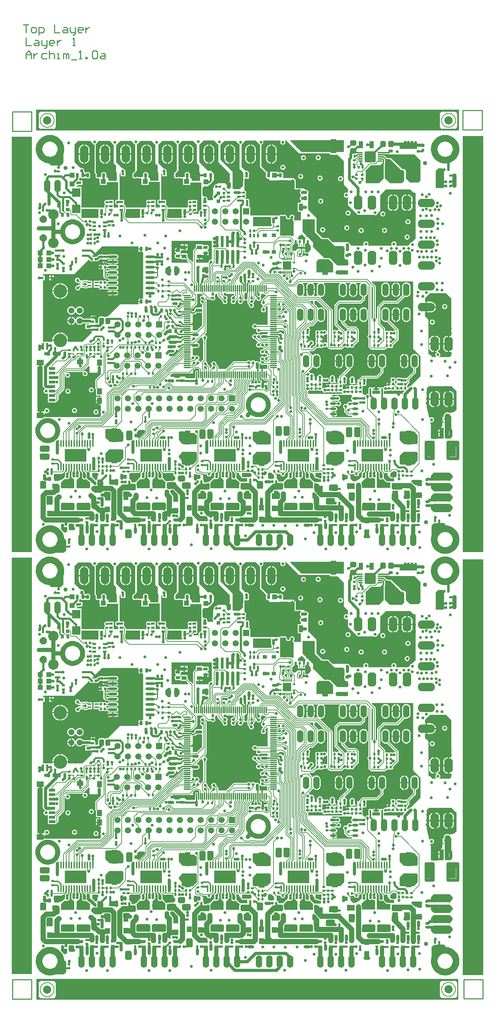
<source format=gtl>
G04 Layer_Physical_Order=1*
G04 Layer_Color=255*
%FSLAX25Y25*%
%MOIN*%
G70*
G01*
G75*
%ADD10C,0.00700*%
G04:AMPARAMS|DCode=11|XSize=78.74mil|YSize=78.74mil|CornerRadius=39.37mil|HoleSize=0mil|Usage=FLASHONLY|Rotation=90.000|XOffset=0mil|YOffset=0mil|HoleType=Round|Shape=RoundedRectangle|*
%AMROUNDEDRECTD11*
21,1,0.07874,0.00000,0,0,90.0*
21,1,0.00000,0.07874,0,0,90.0*
1,1,0.07874,0.00000,0.00000*
1,1,0.07874,0.00000,0.00000*
1,1,0.07874,0.00000,0.00000*
1,1,0.07874,0.00000,0.00000*
%
%ADD11ROUNDEDRECTD11*%
%ADD12C,0.01000*%
%ADD13C,0.04500*%
%ADD14C,0.06496*%
G04:AMPARAMS|DCode=15|XSize=46mil|YSize=63mil|CornerRadius=11.5mil|HoleSize=0mil|Usage=FLASHONLY|Rotation=180.000|XOffset=0mil|YOffset=0mil|HoleType=Round|Shape=RoundedRectangle|*
%AMROUNDEDRECTD15*
21,1,0.04600,0.04000,0,0,180.0*
21,1,0.02300,0.06300,0,0,180.0*
1,1,0.02300,-0.01150,0.02000*
1,1,0.02300,0.01150,0.02000*
1,1,0.02300,0.01150,-0.02000*
1,1,0.02300,-0.01150,-0.02000*
%
%ADD15ROUNDEDRECTD15*%
%ADD16O,0.05709X0.02165*%
G04:AMPARAMS|DCode=17|XSize=22mil|YSize=24mil|CornerRadius=4.4mil|HoleSize=0mil|Usage=FLASHONLY|Rotation=0.000|XOffset=0mil|YOffset=0mil|HoleType=Round|Shape=RoundedRectangle|*
%AMROUNDEDRECTD17*
21,1,0.02200,0.01520,0,0,0.0*
21,1,0.01320,0.02400,0,0,0.0*
1,1,0.00880,0.00660,-0.00760*
1,1,0.00880,-0.00660,-0.00760*
1,1,0.00880,-0.00660,0.00760*
1,1,0.00880,0.00660,0.00760*
%
%ADD17ROUNDEDRECTD17*%
%ADD18R,0.03150X0.02165*%
G04:AMPARAMS|DCode=19|XSize=22mil|YSize=24mil|CornerRadius=4.4mil|HoleSize=0mil|Usage=FLASHONLY|Rotation=270.000|XOffset=0mil|YOffset=0mil|HoleType=Round|Shape=RoundedRectangle|*
%AMROUNDEDRECTD19*
21,1,0.02200,0.01520,0,0,270.0*
21,1,0.01320,0.02400,0,0,270.0*
1,1,0.00880,-0.00760,-0.00660*
1,1,0.00880,-0.00760,0.00660*
1,1,0.00880,0.00760,0.00660*
1,1,0.00880,0.00760,-0.00660*
%
%ADD19ROUNDEDRECTD19*%
G04:AMPARAMS|DCode=20|XSize=29.13mil|YSize=39.37mil|CornerRadius=5.83mil|HoleSize=0mil|Usage=FLASHONLY|Rotation=0.000|XOffset=0mil|YOffset=0mil|HoleType=Round|Shape=RoundedRectangle|*
%AMROUNDEDRECTD20*
21,1,0.02913,0.02772,0,0,0.0*
21,1,0.01748,0.03937,0,0,0.0*
1,1,0.01165,0.00874,-0.01386*
1,1,0.01165,-0.00874,-0.01386*
1,1,0.01165,-0.00874,0.01386*
1,1,0.01165,0.00874,0.01386*
%
%ADD20ROUNDEDRECTD20*%
%ADD21R,0.03465X0.02638*%
%ADD22R,0.02638X0.03465*%
%ADD23R,0.02000X0.02800*%
%ADD24R,0.05512X0.13386*%
%ADD25R,0.12992X0.03543*%
%ADD26R,0.08071X0.08071*%
%ADD27O,0.03150X0.01102*%
%ADD28O,0.01102X0.03150*%
%ADD29R,0.05905X0.04528*%
%ADD30R,0.06693X0.05512*%
%ADD31R,0.04528X0.05905*%
%ADD32R,0.05905X0.03150*%
%ADD33R,0.02400X0.02400*%
%ADD34R,0.01279X0.01063*%
%ADD35R,0.03543X0.01575*%
%ADD36R,0.03937X0.03543*%
%ADD37C,0.03937*%
%ADD38R,0.03600X0.03200*%
%ADD39R,0.02400X0.02400*%
%ADD40R,0.02362X0.03347*%
%ADD41R,0.03347X0.02362*%
%ADD42R,0.04331X0.06693*%
G04:AMPARAMS|DCode=43|XSize=40mil|YSize=40mil|CornerRadius=20mil|HoleSize=0mil|Usage=FLASHONLY|Rotation=270.000|XOffset=0mil|YOffset=0mil|HoleType=Round|Shape=RoundedRectangle|*
%AMROUNDEDRECTD43*
21,1,0.04000,0.00000,0,0,270.0*
21,1,0.00000,0.04000,0,0,270.0*
1,1,0.04000,0.00000,0.00000*
1,1,0.04000,0.00000,0.00000*
1,1,0.04000,0.00000,0.00000*
1,1,0.04000,0.00000,0.00000*
%
%ADD43ROUNDEDRECTD43*%
G04:AMPARAMS|DCode=44|XSize=40mil|YSize=40mil|CornerRadius=20mil|HoleSize=0mil|Usage=FLASHONLY|Rotation=0.000|XOffset=0mil|YOffset=0mil|HoleType=Round|Shape=RoundedRectangle|*
%AMROUNDEDRECTD44*
21,1,0.04000,0.00000,0,0,0.0*
21,1,0.00000,0.04000,0,0,0.0*
1,1,0.04000,0.00000,0.00000*
1,1,0.04000,0.00000,0.00000*
1,1,0.04000,0.00000,0.00000*
1,1,0.04000,0.00000,0.00000*
%
%ADD44ROUNDEDRECTD44*%
%ADD45R,0.12600X0.06300*%
%ADD46R,0.06300X0.12600*%
G04:AMPARAMS|DCode=47|XSize=29.13mil|YSize=39.37mil|CornerRadius=5.83mil|HoleSize=0mil|Usage=FLASHONLY|Rotation=90.000|XOffset=0mil|YOffset=0mil|HoleType=Round|Shape=RoundedRectangle|*
%AMROUNDEDRECTD47*
21,1,0.02913,0.02772,0,0,90.0*
21,1,0.01748,0.03937,0,0,90.0*
1,1,0.01165,0.01386,0.00874*
1,1,0.01165,0.01386,-0.00874*
1,1,0.01165,-0.01386,-0.00874*
1,1,0.01165,-0.01386,0.00874*
%
%ADD47ROUNDEDRECTD47*%
%ADD48O,0.09055X0.02362*%
%ADD49O,0.07087X0.01181*%
%ADD50O,0.01181X0.07087*%
%ADD51R,0.01102X0.01575*%
%ADD52R,0.05512X0.01968*%
%ADD53R,0.16732X0.04646*%
%ADD54R,0.03543X0.12992*%
%ADD55R,0.02953X0.11024*%
%ADD56O,0.05905X0.02362*%
%ADD57R,0.06693X0.04331*%
%ADD58R,0.02800X0.02000*%
%ADD59R,0.01181X0.01575*%
%ADD60R,0.01575X0.01181*%
%ADD61R,0.05512X0.05118*%
%ADD62R,0.05118X0.05512*%
%ADD63R,0.04724X0.03543*%
%ADD64R,0.04800X0.04800*%
%ADD65R,0.04800X0.04800*%
%ADD66R,0.07900X0.07900*%
%ADD67R,0.07900X0.07900*%
%ADD68C,0.06000*%
G04:AMPARAMS|DCode=69|XSize=52mil|YSize=60mil|CornerRadius=13mil|HoleSize=0mil|Usage=FLASHONLY|Rotation=180.000|XOffset=0mil|YOffset=0mil|HoleType=Round|Shape=RoundedRectangle|*
%AMROUNDEDRECTD69*
21,1,0.05200,0.03400,0,0,180.0*
21,1,0.02600,0.06000,0,0,180.0*
1,1,0.02600,-0.01300,0.01700*
1,1,0.02600,0.01300,0.01700*
1,1,0.02600,0.01300,-0.01700*
1,1,0.02600,-0.01300,-0.01700*
%
%ADD69ROUNDEDRECTD69*%
G04:AMPARAMS|DCode=70|XSize=52mil|YSize=60mil|CornerRadius=13mil|HoleSize=0mil|Usage=FLASHONLY|Rotation=90.000|XOffset=0mil|YOffset=0mil|HoleType=Round|Shape=RoundedRectangle|*
%AMROUNDEDRECTD70*
21,1,0.05200,0.03400,0,0,90.0*
21,1,0.02600,0.06000,0,0,90.0*
1,1,0.02600,0.01700,0.01300*
1,1,0.02600,0.01700,-0.01300*
1,1,0.02600,-0.01700,-0.01300*
1,1,0.02600,-0.01700,0.01300*
%
%ADD70ROUNDEDRECTD70*%
%ADD71R,0.20551X0.12205*%
%ADD72O,0.01378X0.06693*%
%ADD73R,0.19700X0.17000*%
%ADD74R,0.02800X0.05600*%
%ADD75R,0.04016X0.01181*%
G04:AMPARAMS|DCode=76|XSize=105mil|YSize=105mil|CornerRadius=26.25mil|HoleSize=0mil|Usage=FLASHONLY|Rotation=0.000|XOffset=0mil|YOffset=0mil|HoleType=Round|Shape=RoundedRectangle|*
%AMROUNDEDRECTD76*
21,1,0.10500,0.05250,0,0,0.0*
21,1,0.05250,0.10500,0,0,0.0*
1,1,0.05250,0.02625,-0.02625*
1,1,0.05250,-0.02625,-0.02625*
1,1,0.05250,-0.02625,0.02625*
1,1,0.05250,0.02625,0.02625*
%
%ADD76ROUNDEDRECTD76*%
%ADD77C,0.01300*%
%ADD78C,0.01200*%
%ADD79C,0.02300*%
%ADD80C,0.02000*%
%ADD81C,0.00800*%
%ADD82C,0.02400*%
%ADD83C,0.01500*%
%ADD84C,0.02800*%
%ADD85C,0.03000*%
%ADD86C,0.02500*%
%ADD87C,0.01600*%
%ADD88C,0.00600*%
%ADD89C,0.02900*%
%ADD90C,0.05000*%
%ADD91C,0.01400*%
%ADD92C,0.04000*%
%ADD93C,0.03500*%
%ADD94C,0.05500*%
%ADD95C,0.02200*%
%ADD96C,0.01700*%
%ADD97C,0.02700*%
%ADD98C,0.01800*%
%ADD99O,0.06000X0.12000*%
%ADD100C,0.05905*%
%ADD101R,0.05905X0.05905*%
%ADD102C,0.13050*%
%ADD103C,0.05800*%
%ADD104C,0.10000*%
%ADD105P,0.07577X8X292.5*%
%ADD106O,0.08250X0.16500*%
G04:AMPARAMS|DCode=107|XSize=133mil|YSize=83mil|CornerRadius=0mil|HoleSize=0mil|Usage=FLASHONLY|Rotation=90.000|XOffset=0mil|YOffset=0mil|HoleType=Round|Shape=Octagon|*
%AMOCTAGOND107*
4,1,8,0.02075,0.06650,-0.02075,0.06650,-0.04150,0.04575,-0.04150,-0.04575,-0.02075,-0.06650,0.02075,-0.06650,0.04150,-0.04575,0.04150,0.04575,0.02075,0.06650,0.0*
%
%ADD107OCTAGOND107*%

%ADD108O,0.12000X0.06000*%
%ADD109O,0.16500X0.08250*%
%ADD110C,0.02800*%
%ADD111C,0.02900*%
G36*
X433783Y838244D02*
X27136D01*
Y858224D01*
X433783D01*
Y838244D01*
D02*
G37*
G36*
X280194Y816094D02*
X283894D01*
X308994Y816094D01*
X310094Y814994D01*
X316894Y814994D01*
X323094Y808794D01*
Y788894D01*
Y786094D01*
X326994Y782194D01*
Y778612D01*
X326553Y778376D01*
X326486Y778421D01*
X325549Y778607D01*
X324613Y778421D01*
X323819Y777890D01*
X323289Y777097D01*
X323102Y776160D01*
X323289Y775224D01*
X323819Y774430D01*
X324613Y773900D01*
X325549Y773713D01*
X326486Y773900D01*
X326553Y773944D01*
X326994Y773708D01*
Y766594D01*
X336294Y757294D01*
X337234D01*
X337410Y757259D01*
X337586Y757294D01*
X351860Y757294D01*
X352213Y757058D01*
X353149Y756872D01*
X354086Y757058D01*
X354879Y757589D01*
X355410Y758382D01*
X355417Y758417D01*
X358094Y761094D01*
Y776294D01*
X363394Y781594D01*
X386994D01*
X391994Y776594D01*
Y734594D01*
X388428Y731028D01*
X388057Y730954D01*
X387263Y730424D01*
X386733Y729630D01*
X386659Y729259D01*
X384894Y727494D01*
X373589D01*
X373353Y727935D01*
X373576Y728268D01*
X373762Y729205D01*
X373576Y730141D01*
X373046Y730935D01*
X372252Y731466D01*
X371315Y731652D01*
X370379Y731466D01*
X369585Y730935D01*
X369055Y730141D01*
X368868Y729205D01*
X369055Y728268D01*
X369278Y727935D01*
X369042Y727494D01*
X346659D01*
X346392Y727994D01*
X346596Y728299D01*
X346782Y729236D01*
X346596Y730172D01*
X346066Y730966D01*
X345272Y731496D01*
X344335Y731683D01*
X343399Y731496D01*
X342605Y730966D01*
X342075Y730172D01*
X341888Y729236D01*
X342075Y728299D01*
X342279Y727994D01*
X342011Y727494D01*
X330594D01*
X328717Y729370D01*
X328702Y729450D01*
X328160Y730260D01*
X327350Y730802D01*
X327270Y730817D01*
X327194Y730894D01*
X326887D01*
X326394Y730992D01*
X325901Y730894D01*
X312194Y730894D01*
X308850Y734238D01*
Y734423D01*
X308665D01*
X308294Y734794D01*
X302894Y734794D01*
X301394Y736294D01*
X296794Y740894D01*
Y754194D01*
X288694Y762294D01*
X288694Y777148D01*
X288910Y777472D01*
X289022Y778034D01*
Y779554D01*
X288910Y780116D01*
X288592Y780592D01*
X288116Y780910D01*
X287554Y781022D01*
X287192D01*
X287072Y781102D01*
X286215Y781272D01*
X276899Y790589D01*
X276860Y790784D01*
X276639Y791115D01*
X276308Y791336D01*
X276113Y791374D01*
X274894Y792594D01*
X264781Y792594D01*
X264545Y793035D01*
X264582Y793089D01*
X264705Y793707D01*
Y796479D01*
X264582Y797096D01*
X264232Y797620D01*
X263708Y797969D01*
X263091Y798092D01*
X261343D01*
X260725Y797969D01*
X260394Y797748D01*
X259894Y797990D01*
Y798527D01*
X253094D01*
Y798494D01*
X249094D01*
X243794Y803794D01*
Y824688D01*
X244335Y824796D01*
X245129Y825326D01*
X245659Y826120D01*
X245846Y827056D01*
X245659Y827993D01*
X245645Y828014D01*
X245926Y828494D01*
X262018D01*
X262254Y828053D01*
X262180Y827942D01*
X261994Y827006D01*
X262180Y826069D01*
X262710Y825275D01*
X263504Y824745D01*
X264441Y824559D01*
X265377Y824745D01*
X266171Y825275D01*
X266702Y826069D01*
X266888Y827006D01*
X266702Y827942D01*
X266628Y828053D01*
X266863Y828494D01*
X267794D01*
X280194Y816094D01*
D02*
G37*
G36*
X329458Y823383D02*
X329368Y823288D01*
X329285Y823189D01*
X329209Y823086D01*
X329140Y822979D01*
X329077Y822868D01*
X329021Y822753D01*
X328972Y822634D01*
X328929Y822511D01*
X328893Y822383D01*
X328864Y822252D01*
X327785Y823888D01*
X327909Y823867D01*
X328031Y823859D01*
X328150Y823864D01*
X328266Y823880D01*
X328380Y823910D01*
X328490Y823952D01*
X328599Y824007D01*
X328704Y824074D01*
X328807Y824154D01*
X328907Y824246D01*
X329458Y823383D01*
D02*
G37*
G36*
X346868Y825572D02*
X346930Y825533D01*
X347004Y825499D01*
X347089Y825469D01*
X347185Y825444D01*
X347293Y825423D01*
X347413Y825407D01*
X347686Y825389D01*
X347839Y825386D01*
Y823886D01*
X347686Y823884D01*
X347293Y823849D01*
X347185Y823829D01*
X347089Y823803D01*
X347004Y823773D01*
X346930Y823739D01*
X346868Y823700D01*
X346817Y823656D01*
Y825616D01*
X346868Y825572D01*
D02*
G37*
G36*
X323194Y817594D02*
X282494D01*
X271756Y828332D01*
X271947Y828794D01*
X323194D01*
Y817594D01*
D02*
G37*
G36*
X395644Y819330D02*
X395707Y819291D01*
X395780Y819256D01*
X395865Y819226D01*
X395962Y819201D01*
X396070Y819180D01*
X396189Y819164D01*
X396462Y819146D01*
X396616Y819144D01*
Y817644D01*
X396462Y817641D01*
X396070Y817607D01*
X395962Y817586D01*
X395865Y817561D01*
X395780Y817531D01*
X395707Y817496D01*
X395644Y817457D01*
X395594Y817414D01*
Y819374D01*
X395644Y819330D01*
D02*
G37*
G36*
X361521Y807017D02*
X361552Y806947D01*
Y806305D01*
X361532Y806207D01*
X361494Y806114D01*
Y806013D01*
X361474Y805915D01*
Y805234D01*
X361494Y805136D01*
Y805035D01*
X361552Y804744D01*
Y804434D01*
X361494Y804142D01*
Y804042D01*
X361474Y803943D01*
Y797394D01*
Y792494D01*
X361494Y792394D01*
X356694Y787594D01*
X344194D01*
Y799894D01*
X349194Y804894D01*
X357994D01*
X360409Y807309D01*
X360982D01*
Y807309D01*
X361093Y807339D01*
X361521Y807017D01*
D02*
G37*
G36*
X339582Y808129D02*
X339598Y808001D01*
X339626Y807884D01*
X339665Y807778D01*
X339715Y807683D01*
X339776Y807599D01*
X339848Y807527D01*
X339931Y807466D01*
X340025Y807415D01*
X340130Y807376D01*
X338407Y806507D01*
X338439Y806604D01*
X338493Y806812D01*
X338515Y806922D01*
X338549Y807156D01*
X338570Y807407D01*
X338576Y807676D01*
X339576Y808268D01*
X339582Y808129D01*
D02*
G37*
G36*
X53347Y818616D02*
Y806968D01*
X50972Y804594D01*
X41694D01*
X39961Y806327D01*
X39961Y808839D01*
X52846Y818861D01*
X53347Y818616D01*
D02*
G37*
G36*
X46435Y800039D02*
X46490Y800009D01*
X46557Y799982D01*
X46637Y799959D01*
X46729Y799939D01*
X46834Y799923D01*
X47083Y799901D01*
X47383Y799894D01*
Y798294D01*
X47226Y798292D01*
X46834Y798265D01*
X46729Y798249D01*
X46637Y798229D01*
X46557Y798206D01*
X46490Y798178D01*
X46435Y798148D01*
X46393Y798114D01*
Y800074D01*
X46435Y800039D01*
D02*
G37*
G36*
X158994Y828194D02*
X162394Y824794D01*
Y799594D01*
X160289Y797489D01*
Y797371D01*
X160106Y797097D01*
X159983Y796479D01*
Y794394D01*
Y793708D01*
X160106Y793090D01*
X160456Y792566D01*
X160979Y792217D01*
X161597Y792094D01*
X163345D01*
X163962Y792217D01*
X164486Y792566D01*
X164543Y792651D01*
X165144D01*
X165201Y792566D01*
X165725Y792216D01*
X166342Y792093D01*
X168090D01*
X168141Y792103D01*
X168527Y791786D01*
Y785894D01*
X175328D01*
Y788394D01*
X186094D01*
Y762171D01*
X185813Y761941D01*
X184877Y761754D01*
X184083Y761224D01*
X183553Y760430D01*
X183366Y759494D01*
X183526Y758694D01*
X183240Y758194D01*
X178309D01*
X178102Y758694D01*
X179281Y759872D01*
X182167D01*
Y763613D01*
Y767353D01*
Y771715D01*
X176821D01*
Y771715D01*
X176321Y771459D01*
X176054Y771512D01*
X174534D01*
X173972Y771400D01*
X173495Y771082D01*
X173177Y770605D01*
X173065Y770044D01*
Y768723D01*
X173177Y768162D01*
X173495Y767685D01*
Y767292D01*
X173177Y766816D01*
X173065Y766254D01*
Y764934D01*
X173133Y764594D01*
X172808Y764094D01*
X153568D01*
Y764875D01*
X153463Y765402D01*
X153165Y765848D01*
X152410Y766603D01*
X152142Y766783D01*
Y771650D01*
X147594D01*
X147594Y796694D01*
X148394D01*
Y794094D01*
X152794D01*
Y794394D01*
Y798494D01*
X152633D01*
Y799094D01*
X152478Y799874D01*
X152036Y800536D01*
X152001Y800558D01*
X151824Y800824D01*
X151030Y801354D01*
X150094Y801541D01*
X150055Y801533D01*
X144694Y806894D01*
Y824694D01*
X148394Y828394D01*
X158794D01*
X158994Y828194D01*
D02*
G37*
G36*
X120806Y826381D02*
X120849Y826169D01*
X121379Y825375D01*
X122173Y824844D01*
X122385Y824802D01*
X122594Y824594D01*
Y799294D01*
X121368Y798068D01*
X120879Y797970D01*
X120356Y797621D01*
X120006Y797097D01*
X119883Y796480D01*
Y795294D01*
Y793708D01*
X120006Y793090D01*
X120356Y792567D01*
X120879Y792217D01*
X121497Y792094D01*
X123245D01*
X123862Y792217D01*
X124386Y792567D01*
X124493Y792727D01*
X125094D01*
X125201Y792566D01*
X125725Y792217D01*
X126342Y792094D01*
X128090D01*
X128394Y791845D01*
Y788994D01*
X128628D01*
Y785894D01*
X135427D01*
Y788994D01*
X146194D01*
Y772136D01*
X145925Y771915D01*
X144989Y771729D01*
X144195Y771199D01*
X143665Y770405D01*
X143478Y769468D01*
X143665Y768532D01*
X144195Y767738D01*
X144989Y767208D01*
X145925Y767022D01*
X146194Y766801D01*
Y764094D01*
X142102D01*
Y767287D01*
Y771650D01*
X136756D01*
Y771650D01*
X136256Y771478D01*
X136055Y771518D01*
X134535D01*
X133973Y771406D01*
X133497Y771088D01*
X133179Y770612D01*
X133067Y770050D01*
Y768730D01*
X133179Y768168D01*
X133497Y767692D01*
Y767298D01*
X133179Y766822D01*
X133067Y766260D01*
Y764940D01*
X133136Y764594D01*
X132813Y764094D01*
X113411D01*
Y764974D01*
X113306Y765500D01*
X113008Y765947D01*
X112351Y766603D01*
X111984Y766848D01*
Y771650D01*
X107394D01*
Y796894D01*
X108594D01*
Y794094D01*
X112994D01*
Y795294D01*
Y798494D01*
X112994D01*
X112903Y798604D01*
X113041Y799294D01*
X112854Y800230D01*
X112324Y801024D01*
X111530Y801554D01*
X110594Y801741D01*
X110304Y801683D01*
X103994Y807994D01*
X103994Y824394D01*
X107994Y828394D01*
X118794Y828394D01*
X120806Y826381D01*
D02*
G37*
G36*
X81075Y826613D02*
X81138Y826294D01*
X81669Y825500D01*
X82463Y824970D01*
X82781Y824906D01*
X83394Y824294D01*
X83394Y796894D01*
X84117D01*
X84434Y796507D01*
X84429Y796480D01*
Y793708D01*
X84551Y793090D01*
X84901Y792567D01*
X85425Y792217D01*
X86042Y792094D01*
X87790D01*
X88094Y791845D01*
Y788594D01*
X88428D01*
Y785894D01*
X95227D01*
Y788594D01*
X106294D01*
Y772067D01*
X105907Y771750D01*
X105571Y771817D01*
X104634Y771631D01*
X103841Y771100D01*
X103310Y770306D01*
X103124Y769370D01*
X103310Y768434D01*
X103841Y767640D01*
X104634Y767109D01*
X105571Y766923D01*
X105907Y766990D01*
X106294Y766673D01*
Y764094D01*
X101945D01*
Y767287D01*
Y771650D01*
X96598D01*
Y771650D01*
X96098Y771397D01*
X95954Y771425D01*
X94434D01*
X93872Y771314D01*
X93396Y770995D01*
X93078Y770519D01*
X92966Y769957D01*
Y768637D01*
X93078Y768075D01*
X93396Y767599D01*
Y767205D01*
X93078Y766729D01*
X92966Y766167D01*
Y765068D01*
X92876Y764617D01*
X92876Y764617D01*
Y764094D01*
X70794D01*
Y784194D01*
X65994D01*
Y785036D01*
X66494Y785446D01*
X66994Y785347D01*
X67930Y785533D01*
X68262Y785754D01*
X69294D01*
X69993Y785894D01*
X71694D01*
Y790294D01*
X68728D01*
X68461Y790794D01*
X68601Y791003D01*
X68756Y791783D01*
X68756Y791783D01*
Y792603D01*
X69082Y793091D01*
X69139Y793379D01*
X69649D01*
X69706Y793091D01*
X70056Y792567D01*
X70580Y792217D01*
X71197Y792095D01*
X72945D01*
X73563Y792217D01*
X74086Y792567D01*
X74143Y792652D01*
X74744D01*
X74801Y792567D01*
X75325Y792217D01*
X75942Y792094D01*
X77691D01*
X78308Y792217D01*
X78832Y792567D01*
X79181Y793090D01*
X79304Y793708D01*
Y793994D01*
Y796480D01*
X79299Y796507D01*
X79181Y797097D01*
X78832Y797621D01*
X78308Y797970D01*
X77691Y798093D01*
X75942D01*
X75325Y797970D01*
X74801Y797621D01*
X74588Y797600D01*
X74046Y798142D01*
X73955Y798597D01*
X73513Y799258D01*
X73347Y799424D01*
X73441Y799894D01*
X73254Y800830D01*
X72724Y801624D01*
X71930Y802154D01*
X70994Y802341D01*
X70057Y802154D01*
X70043Y802145D01*
X69194Y802994D01*
X64294Y807893D01*
X64294Y824794D01*
X67894Y828394D01*
X79294D01*
X81075Y826613D01*
D02*
G37*
G36*
X242594Y824394D02*
X242594Y802994D01*
X248380Y797207D01*
X248306Y797096D01*
X248183Y796479D01*
Y796479D01*
Y793707D01*
X248306Y793089D01*
X248656Y792566D01*
X249179Y792216D01*
X249394Y792173D01*
Y790394D01*
X275918D01*
Y781744D01*
X281894D01*
Y780805D01*
X281527Y780560D01*
X280986Y779750D01*
X280796Y778794D01*
X280986Y777838D01*
X281030Y777772D01*
X281033Y777757D01*
X281563Y776963D01*
X281894Y776743D01*
Y775305D01*
X281527Y775060D01*
X280986Y774250D01*
X280796Y773294D01*
X280986Y772338D01*
X281527Y771527D01*
X281894Y771283D01*
Y769040D01*
X278812D01*
Y760347D01*
X281894D01*
Y751894D01*
X275429D01*
X275024Y752499D01*
X274901Y752581D01*
Y753081D01*
X275024Y753163D01*
X275554Y753957D01*
X275741Y754894D01*
X275554Y755830D01*
X275024Y756624D01*
X274230Y757154D01*
X273294Y757341D01*
X272357Y757154D01*
X271563Y756624D01*
X271033Y755830D01*
X270847Y754894D01*
X270949Y754380D01*
X270632Y753994D01*
X268852D01*
X268441Y754494D01*
X268541Y754994D01*
X268354Y755930D01*
X267824Y756724D01*
X267030Y757254D01*
X266094Y757441D01*
X265157Y757254D01*
X264644Y756911D01*
X264130Y757254D01*
X263194Y757441D01*
X262257Y757254D01*
X261463Y756724D01*
X261376Y756594D01*
X258786D01*
X258136Y756723D01*
X257487Y756594D01*
X233586D01*
X233147Y756741D01*
Y764646D01*
X231801D01*
X231649Y765146D01*
X231824Y765263D01*
X232354Y766057D01*
X232541Y766994D01*
X232354Y767930D01*
X232103Y768307D01*
Y769186D01*
X232192Y769634D01*
Y771154D01*
X232080Y771716D01*
X231762Y772192D01*
X231286Y772510D01*
X230724Y772622D01*
X229404D01*
X228842Y772510D01*
X228446Y772246D01*
X228284Y772311D01*
X228273Y772327D01*
X228268Y772342D01*
X228423Y772983D01*
X228592Y773096D01*
X228910Y773572D01*
X229022Y774134D01*
Y775454D01*
X228910Y776016D01*
X228688Y776348D01*
X228627Y776689D01*
X228688Y777029D01*
X228910Y777362D01*
X229022Y777923D01*
Y779244D01*
X228910Y779805D01*
X228592Y780282D01*
X228116Y780600D01*
X227554Y780712D01*
X227394D01*
Y787844D01*
X227518D01*
Y791994D01*
X229377D01*
X229594Y791951D01*
X229810Y791994D01*
X231794D01*
Y793977D01*
X231837Y794194D01*
Y794851D01*
Y796231D01*
X231854Y796257D01*
X231902Y796494D01*
X232041Y797194D01*
X231854Y798130D01*
X231324Y798924D01*
X230530Y799454D01*
X229594Y799641D01*
X228657Y799454D01*
X228605Y799420D01*
X224694Y803331D01*
Y824791D01*
X224716Y824796D01*
X225510Y825326D01*
X226040Y826120D01*
X226045Y826145D01*
X228394Y828494D01*
X238494D01*
X242594Y824394D01*
D02*
G37*
G36*
X181894Y824494D02*
Y806994D01*
X184294Y804594D01*
Y792094D01*
X182894Y790694D01*
X177994D01*
X175094Y793594D01*
X175047Y793651D01*
X175058Y793707D01*
Y796479D01*
X174935Y797096D01*
X174586Y797620D01*
X174062Y797969D01*
X173445Y798092D01*
X171696D01*
X171079Y797969D01*
X170555Y797620D01*
X170206Y797096D01*
X170083Y796479D01*
Y793707D01*
X169990Y793594D01*
X165533D01*
X165436Y793613D01*
X165343Y793651D01*
X165243D01*
X165144Y793671D01*
X164543D01*
X164444Y793651D01*
X164344D01*
X164251Y793613D01*
X164154Y793594D01*
X161394D01*
X161003Y793985D01*
Y796379D01*
X161066Y796699D01*
X161137Y796804D01*
X161160Y796860D01*
X163994Y799694D01*
Y824794D01*
X164225Y825025D01*
X164330Y825046D01*
X165124Y825576D01*
X165654Y826370D01*
X165675Y826475D01*
X167494Y828294D01*
X178094D01*
X181894Y824494D01*
D02*
G37*
G36*
X141894D02*
Y806994D01*
X144294Y804594D01*
Y792094D01*
X142894Y790694D01*
X137994D01*
X135094Y793594D01*
X135047Y793651D01*
X135058Y793708D01*
Y796479D01*
X134935Y797097D01*
X134586Y797620D01*
X134062Y797970D01*
X133445Y798093D01*
X131696D01*
X131079Y797970D01*
X130555Y797620D01*
X130206Y797097D01*
X130083Y796479D01*
Y793708D01*
X129989Y793594D01*
X125614D01*
X125568Y793613D01*
X125484Y793669D01*
X125386Y793688D01*
X125293Y793727D01*
X125193D01*
X125094Y793746D01*
X124493D01*
X124394Y793727D01*
X124294Y793727D01*
X124201Y793688D01*
X124103Y793669D01*
X124019Y793613D01*
X123973Y793594D01*
X121394D01*
X120903Y794085D01*
Y796379D01*
X120958Y796658D01*
X121318Y797018D01*
X121566Y797067D01*
X121659Y797106D01*
X121758Y797125D01*
X121841Y797181D01*
X121934Y797220D01*
X122005Y797291D01*
X122088Y797346D01*
X123315Y798573D01*
X123536Y798904D01*
X123613Y799294D01*
Y799313D01*
X123994Y799694D01*
Y824794D01*
X124044Y824844D01*
X124046Y824844D01*
X124840Y825375D01*
X125370Y826169D01*
X125371Y826170D01*
X127494Y828294D01*
X138094D01*
X141894Y824494D01*
D02*
G37*
G36*
X100413Y825974D02*
X100442Y825828D01*
X100972Y825035D01*
X101766Y824504D01*
X101894Y824479D01*
Y806994D01*
X104294Y804594D01*
Y792094D01*
X102894Y790694D01*
X97994D01*
X95094Y793594D01*
X94852D01*
X94758Y793708D01*
Y796480D01*
X94635Y797097D01*
X94286Y797621D01*
X93762Y797970D01*
X93145Y798093D01*
X91396D01*
X90779Y797970D01*
X90255Y797621D01*
X89906Y797097D01*
X89783Y796480D01*
Y793708D01*
X89689Y793594D01*
X85491D01*
X85448Y793808D01*
Y796405D01*
X85449Y796407D01*
X85448Y796413D01*
Y796480D01*
X85435Y796545D01*
X85434Y796556D01*
X85434Y796706D01*
X85415Y796753D01*
X85410Y796803D01*
X85339Y796935D01*
X85282Y797074D01*
X85246Y797110D01*
X85222Y797154D01*
X84905Y797541D01*
X84866Y797573D01*
X84838Y797615D01*
X84713Y797698D01*
X84597Y797793D01*
X84549Y797808D01*
X84507Y797836D01*
X84413Y797854D01*
X84413Y824294D01*
X84336Y824684D01*
X84262Y824794D01*
X84335Y824970D01*
X85129Y825500D01*
X85660Y826294D01*
X85701Y826501D01*
X87494Y828294D01*
X98094D01*
X100413Y825974D01*
D02*
G37*
G36*
X392294Y814294D02*
X396894Y809694D01*
Y798394D01*
Y790194D01*
X395094Y788394D01*
X386494D01*
X382694Y792194D01*
Y799794D01*
X381094Y801394D01*
X379517D01*
X368894Y812016D01*
X364471D01*
X362194Y814294D01*
Y815094D01*
X362242Y815142D01*
X366473D01*
X367097Y815266D01*
X367288Y815394D01*
X391194D01*
X392294Y814294D01*
D02*
G37*
G36*
X340319Y789354D02*
X340237Y789263D01*
X340163Y789165D01*
X340099Y789059D01*
X340043Y788946D01*
X339996Y788825D01*
X339958Y788697D01*
X339929Y788561D01*
X339908Y788417D01*
X339896Y788266D01*
X339894Y788108D01*
X338508Y789494D01*
X338666Y789496D01*
X338817Y789508D01*
X338961Y789529D01*
X339097Y789558D01*
X339225Y789596D01*
X339346Y789643D01*
X339459Y789699D01*
X339565Y789763D01*
X339663Y789837D01*
X339754Y789919D01*
X340319Y789354D01*
D02*
G37*
G36*
X366322Y810694D02*
X366939Y810571D01*
X367716D01*
X370094Y808194D01*
X378194Y800094D01*
X379894D01*
X381094Y798894D01*
Y789994D01*
X378694Y787594D01*
X367394D01*
X362494Y792494D01*
Y797394D01*
Y803943D01*
X362622Y804589D01*
X362494Y805234D01*
Y805915D01*
X362789Y806357D01*
X362913Y806981D01*
Y810028D01*
X362841Y810394D01*
X363165Y810867D01*
X363212Y810894D01*
X366023D01*
X366322Y810694D01*
D02*
G37*
G36*
X202494Y824594D02*
Y814494D01*
Y807894D01*
X205994Y804394D01*
X213594Y796794D01*
Y790294D01*
X210794Y787494D01*
X201894D01*
X200883Y786483D01*
X200594Y786541D01*
X199657Y786354D01*
X198863Y785824D01*
X198333Y785030D01*
X198147Y784094D01*
X198204Y783804D01*
X197394Y782994D01*
Y776188D01*
X196996Y775593D01*
X196810Y774657D01*
X196996Y773720D01*
X197394Y773125D01*
Y772194D01*
X196394Y771194D01*
X192206D01*
Y771715D01*
X192206D01*
X191925Y772215D01*
X191960Y772394D01*
X191774Y773330D01*
X191244Y774124D01*
X191171Y774173D01*
X191155Y774196D01*
X190411Y774693D01*
X189533Y774868D01*
X188688Y774700D01*
X187113Y776274D01*
Y783113D01*
X188594Y784594D01*
X192354D01*
X193286Y785525D01*
X193769D01*
Y786009D01*
X194798Y787037D01*
X195169Y787286D01*
X196713Y788829D01*
X196961Y789200D01*
X198194Y790433D01*
Y796694D01*
X197323Y797565D01*
X197286Y797620D01*
X197230Y797657D01*
X195393Y799494D01*
X192593D01*
X186794Y805294D01*
X184094Y807994D01*
Y824694D01*
X187994Y828594D01*
X198494D01*
X202494Y824594D01*
D02*
G37*
G36*
X201603Y785076D02*
X201692Y785017D01*
X201788Y784965D01*
X201890Y784919D01*
X202000Y784881D01*
X202116Y784850D01*
X202238Y784825D01*
X202367Y784808D01*
X202503Y784797D01*
X202646Y784794D01*
X202741Y783594D01*
X202598Y783590D01*
X202463Y783577D01*
X202335Y783557D01*
X202215Y783529D01*
X202103Y783492D01*
X201999Y783448D01*
X201903Y783395D01*
X201815Y783334D01*
X201734Y783265D01*
X201661Y783188D01*
X201521Y785143D01*
X201603Y785076D01*
D02*
G37*
G36*
X419587Y799784D02*
Y796043D01*
Y783839D01*
X418602Y782854D01*
X411614D01*
Y799685D01*
X412303Y800374D01*
X413681Y801752D01*
X417618D01*
X419587Y799784D01*
D02*
G37*
G36*
X221622Y825965D02*
X222049Y825326D01*
X222688Y824899D01*
X222794Y824794D01*
Y801594D01*
X226294Y798094D01*
Y785194D01*
X223094Y781994D01*
X216816D01*
X215994Y782816D01*
Y798494D01*
X204494Y809994D01*
Y824594D01*
X208294Y828394D01*
X219194D01*
X221622Y825965D01*
D02*
G37*
G36*
X205473Y775043D02*
X206045Y774871D01*
X206173Y774843D01*
X206415Y774806D01*
X206527Y774797D01*
X206634Y774794D01*
X207039Y773994D01*
X206908Y773987D01*
X206786Y773967D01*
X206674Y773935D01*
X206570Y773889D01*
X206475Y773829D01*
X206389Y773757D01*
X206312Y773672D01*
X206245Y773573D01*
X206186Y773461D01*
X206136Y773337D01*
X205316Y775101D01*
X205473Y775043D01*
D02*
G37*
G36*
X204817Y772395D02*
X204707Y772387D01*
X204608Y772366D01*
X204521Y772330D01*
X204445Y772280D01*
X204381Y772215D01*
X204329Y772136D01*
X204288Y772043D01*
X204259Y771936D01*
X204242Y771815D01*
X204236Y771679D01*
X203436Y771952D01*
X203431Y773571D01*
X204817Y772395D01*
D02*
G37*
G36*
X170499Y757581D02*
X170513Y757451D01*
X170537Y757326D01*
X170571Y757205D01*
X170614Y757088D01*
X170667Y756976D01*
X170729Y756867D01*
X170801Y756763D01*
X170882Y756662D01*
X170974Y756566D01*
X169014D01*
X169105Y756662D01*
X169186Y756763D01*
X169258Y756867D01*
X169321Y756976D01*
X169374Y757088D01*
X169417Y757205D01*
X169450Y757326D01*
X169474Y757451D01*
X169489Y757581D01*
X169494Y757714D01*
X170494D01*
X170499Y757581D01*
D02*
G37*
G36*
X130299Y757553D02*
X130317Y757432D01*
X130346Y757311D01*
X130386Y757192D01*
X130439Y757073D01*
X130502Y756955D01*
X130578Y756839D01*
X130665Y756723D01*
X130763Y756608D01*
X130874Y756494D01*
X128914D01*
X129024Y756608D01*
X129122Y756723D01*
X129209Y756839D01*
X129285Y756955D01*
X129349Y757073D01*
X129401Y757192D01*
X129441Y757311D01*
X129471Y757432D01*
X129488Y757553D01*
X129494Y757675D01*
X130294D01*
X130299Y757553D01*
D02*
G37*
G36*
X90448Y757355D02*
X90461Y757230D01*
X90484Y757112D01*
X90515Y757001D01*
X90556Y756896D01*
X90605Y756798D01*
X90664Y756706D01*
X90731Y756621D01*
X90808Y756542D01*
X90893Y756470D01*
X89194D01*
X89279Y756542D01*
X89355Y756621D01*
X89423Y756706D01*
X89481Y756798D01*
X89531Y756896D01*
X89571Y757001D01*
X89603Y757112D01*
X89625Y757230D01*
X89639Y757355D01*
X89643Y757486D01*
X90443D01*
X90448Y757355D01*
D02*
G37*
G36*
X127094Y754294D02*
X113766D01*
X112867Y755192D01*
Y758721D01*
X113008Y758861D01*
X113306Y759308D01*
X113411Y759834D01*
Y762994D01*
X127094D01*
Y754294D01*
D02*
G37*
G36*
X167194Y754194D02*
X154025D01*
X153168Y755051D01*
Y759018D01*
X153463Y759460D01*
X153568Y759987D01*
Y762994D01*
X167194D01*
Y754194D01*
D02*
G37*
G36*
X86994D02*
X70894D01*
Y762770D01*
X70994Y762794D01*
X86994D01*
Y754194D01*
D02*
G37*
G36*
X257858Y752904D02*
X257711Y752928D01*
X257570Y752940D01*
X257435Y752940D01*
X257305Y752928D01*
X257182Y752904D01*
X257064Y752868D01*
X256953Y752819D01*
X256847Y752759D01*
X256747Y752686D01*
X256653Y752601D01*
X256201Y753280D01*
X256280Y753366D01*
X256353Y753460D01*
X256421Y753562D01*
X256485Y753674D01*
X256543Y753794D01*
X256596Y753923D01*
X256644Y754061D01*
X256726Y754363D01*
X256759Y754527D01*
X257858Y752904D01*
D02*
G37*
G36*
X191611Y749972D02*
X191534Y749885D01*
X191464Y749789D01*
X191403Y749684D01*
X191351Y749569D01*
X191307Y749445D01*
X191271Y749311D01*
X191244Y749168D01*
X191224Y749015D01*
X191214Y748853D01*
X191211Y748681D01*
X189825Y750067D01*
X189997Y750069D01*
X190312Y750099D01*
X190455Y750127D01*
X190589Y750162D01*
X190714Y750207D01*
X190828Y750259D01*
X190934Y750320D01*
X191030Y750389D01*
X191116Y750467D01*
X191611Y749972D01*
D02*
G37*
G36*
X100494Y746218D02*
X100380Y746328D01*
X100265Y746426D01*
X100149Y746513D01*
X100032Y746589D01*
X99914Y746653D01*
X99796Y746705D01*
X99676Y746745D01*
X99556Y746774D01*
X99435Y746792D01*
X99312Y746798D01*
Y747598D01*
X99435Y747603D01*
X99556Y747621D01*
X99676Y747650D01*
X99796Y747690D01*
X99914Y747743D01*
X100032Y747806D01*
X100149Y747882D01*
X100265Y747969D01*
X100380Y748067D01*
X100494Y748178D01*
Y746218D01*
D02*
G37*
G36*
X253143Y748257D02*
X253294D01*
Y746094D01*
X235694D01*
Y755194D01*
X253143D01*
Y748257D01*
D02*
G37*
G36*
X185038Y746969D02*
X185134Y746900D01*
X185240Y746839D01*
X185354Y746787D01*
X185479Y746742D01*
X185613Y746707D01*
X185756Y746679D01*
X185909Y746660D01*
X186071Y746649D01*
X186243Y746647D01*
X184857Y745261D01*
X184854Y745433D01*
X184825Y745748D01*
X184797Y745891D01*
X184761Y746025D01*
X184717Y746149D01*
X184664Y746264D01*
X184604Y746370D01*
X184534Y746465D01*
X184457Y746552D01*
X184952Y747047D01*
X185038Y746969D01*
D02*
G37*
G36*
X188607Y746946D02*
X188702Y746877D01*
X188808Y746816D01*
X188923Y746763D01*
X189047Y746719D01*
X189181Y746683D01*
X189324Y746656D01*
X189477Y746637D01*
X189639Y746626D01*
X189811Y746624D01*
X188425Y745238D01*
X188423Y745409D01*
X188393Y745724D01*
X188365Y745868D01*
X188330Y746001D01*
X188285Y746126D01*
X188233Y746241D01*
X188172Y746346D01*
X188103Y746442D01*
X188025Y746529D01*
X188520Y747023D01*
X188607Y746946D01*
D02*
G37*
G36*
X263732Y756294D02*
X264077Y756064D01*
X264445Y755911D01*
X264843D01*
X265210Y756064D01*
X265352Y756158D01*
X266230Y756333D01*
X266278Y756365D01*
X266632Y756294D01*
X267089Y755989D01*
X267394Y755532D01*
X267501Y754994D01*
X267441Y754693D01*
Y754642D01*
X267427Y754594D01*
X267441Y754445D01*
Y754295D01*
X267461Y754248D01*
X267466Y754198D01*
X267536Y754066D01*
X267594Y753927D01*
X267629Y753892D01*
X267653Y753847D01*
X268063Y753347D01*
X268103Y753315D01*
X268131Y753273D01*
X268255Y753190D01*
X268371Y753094D01*
X268419Y753080D01*
X268461Y753052D01*
X268608Y753022D01*
X268752Y752979D01*
X268802Y752984D01*
X268852Y752974D01*
X270632D01*
X270681Y752984D01*
X270732Y752979D01*
X270875Y753022D01*
X271022Y753052D01*
X271064Y753080D01*
X271112Y753094D01*
X271228Y753190D01*
X271353Y753273D01*
X271381Y753315D01*
X271420Y753347D01*
X271737Y753733D01*
X271761Y753778D01*
X271797Y753814D01*
X271854Y753952D01*
X271924Y754084D01*
X271930Y754135D01*
X271949Y754181D01*
Y754331D01*
X271964Y754480D01*
X271949Y754529D01*
Y754579D01*
X271886Y754894D01*
X271993Y755432D01*
X272299Y755889D01*
X272755Y756194D01*
X273294Y756301D01*
X273832Y756194D01*
X274289Y755889D01*
X274594Y755432D01*
X274694Y754931D01*
Y754856D01*
X274594Y754355D01*
X274260Y753856D01*
X274180Y753802D01*
X274124Y753719D01*
X274053Y753648D01*
X274015Y753555D01*
X273959Y753471D01*
X273939Y753373D01*
X273901Y753280D01*
Y753180D01*
X273881Y753081D01*
Y752581D01*
X273901Y752483D01*
Y752382D01*
X273939Y752289D01*
X273959Y752191D01*
X274015Y752107D01*
X274053Y752015D01*
X274124Y751944D01*
X274180Y751860D01*
X274260Y751806D01*
X274581Y751327D01*
X274652Y751256D01*
X274694Y751193D01*
Y736994D01*
X272277D01*
X272020Y737165D01*
X271494Y737270D01*
X261794D01*
Y755670D01*
X261850Y755708D01*
X261943Y755746D01*
X262014Y755817D01*
X262097Y755873D01*
X262153Y755956D01*
X262160Y755963D01*
X262655Y756294D01*
X263156Y756394D01*
X263231D01*
X263732Y756294D01*
D02*
G37*
G36*
X78283Y738716D02*
X78383Y738635D01*
X78488Y738563D01*
X78597Y738500D01*
X78709Y738447D01*
X78826Y738404D01*
X78947Y738371D01*
X79072Y738347D01*
X79202Y738332D01*
X79335Y738327D01*
Y737327D01*
X79202Y737323D01*
X79072Y737308D01*
X78947Y737284D01*
X78826Y737251D01*
X78709Y737207D01*
X78597Y737155D01*
X78488Y737092D01*
X78383Y737020D01*
X78283Y736939D01*
X78187Y736847D01*
Y738807D01*
X78283Y738716D01*
D02*
G37*
G36*
X85134Y734483D02*
X85110Y734520D01*
X85078Y734554D01*
X85036Y734584D01*
X84985Y734610D01*
X84925Y734632D01*
X84856Y734650D01*
X84777Y734663D01*
X84689Y734673D01*
X84486Y734681D01*
Y735481D01*
X84592Y735483D01*
X84777Y735499D01*
X84856Y735513D01*
X84925Y735531D01*
X84985Y735553D01*
X85036Y735579D01*
X85078Y735608D01*
X85110Y735642D01*
X85134Y735680D01*
Y734483D01*
D02*
G37*
G36*
X226894Y735385D02*
X226990Y735312D01*
X227095Y735245D01*
X227207Y735184D01*
X227328Y735131D01*
X227458Y735084D01*
X227595Y735044D01*
X227741Y735010D01*
X227895Y734983D01*
X228058Y734963D01*
X226527Y733739D01*
X226541Y733891D01*
X226544Y734037D01*
X226536Y734177D01*
X226517Y734309D01*
X226487Y734435D01*
X226446Y734555D01*
X226395Y734667D01*
X226332Y734773D01*
X226259Y734873D01*
X226175Y734965D01*
X226807Y735465D01*
X226894Y735385D01*
D02*
G37*
G36*
X78156Y734753D02*
X78271Y734654D01*
X78387Y734567D01*
X78504Y734492D01*
X78622Y734428D01*
X78740Y734376D01*
X78860Y734335D01*
X78980Y734306D01*
X79102Y734289D01*
X79224Y734283D01*
Y733483D01*
X79102Y733477D01*
X78980Y733460D01*
X78860Y733431D01*
X78740Y733390D01*
X78622Y733338D01*
X78504Y733274D01*
X78387Y733199D01*
X78271Y733112D01*
X78156Y733013D01*
X78042Y732903D01*
Y734863D01*
X78156Y734753D01*
D02*
G37*
G36*
X270594Y731214D02*
X270471Y731333D01*
X270227Y731535D01*
X270106Y731617D01*
X269986Y731686D01*
X269867Y731743D01*
X269749Y731787D01*
X269631Y731818D01*
X269514Y731837D01*
X269398Y731844D01*
Y732544D01*
X269514Y732550D01*
X269631Y732569D01*
X269749Y732600D01*
X269867Y732645D01*
X269986Y732701D01*
X270106Y732770D01*
X270227Y732852D01*
X270349Y732947D01*
X270471Y733054D01*
X270594Y733174D01*
Y731214D01*
D02*
G37*
G36*
X85496Y730534D02*
X85394Y730601D01*
X85294Y730651D01*
X85193Y730683D01*
X85093Y730698D01*
X84993Y730695D01*
X84893Y730676D01*
X84793Y730638D01*
X84694Y730583D01*
X84595Y730511D01*
X84496Y730421D01*
X84075Y731131D01*
X84228Y731286D01*
X84926Y732070D01*
X85006Y732177D01*
X85133Y732371D01*
X85496Y730534D01*
D02*
G37*
G36*
X237872Y731364D02*
X238119Y731164D01*
X238241Y731083D01*
X238362Y731014D01*
X238482Y730958D01*
X238601Y730914D01*
X238718Y730883D01*
X238835Y730865D01*
X238950Y730858D01*
X238961Y730158D01*
X238844Y730152D01*
X238727Y730133D01*
X238610Y730101D01*
X238492Y730057D01*
X238373Y729999D01*
X238254Y729930D01*
X238135Y729847D01*
X238015Y729752D01*
X237894Y729644D01*
X237773Y729523D01*
X237746Y731483D01*
X237872Y731364D01*
D02*
G37*
G36*
X78105Y730912D02*
X78219Y730813D01*
X78335Y730726D01*
X78452Y730651D01*
X78570Y730587D01*
X78689Y730535D01*
X78808Y730494D01*
X78929Y730465D01*
X79050Y730448D01*
X79172Y730442D01*
Y729642D01*
X79050Y729636D01*
X78929Y729619D01*
X78808Y729590D01*
X78689Y729549D01*
X78570Y729497D01*
X78452Y729433D01*
X78335Y729358D01*
X78219Y729271D01*
X78105Y729172D01*
X77990Y729062D01*
Y731022D01*
X78105Y730912D01*
D02*
G37*
G36*
X237646Y729386D02*
X237448Y729136D01*
X237367Y729013D01*
X237299Y728892D01*
X237243Y728771D01*
X237199Y728652D01*
X237169Y728534D01*
X237150Y728418D01*
X237144Y728302D01*
X236444Y728285D01*
X236437Y728402D01*
X236418Y728519D01*
X236386Y728637D01*
X236341Y728754D01*
X236284Y728872D01*
X236213Y728990D01*
X236130Y729109D01*
X236034Y729228D01*
X235926Y729347D01*
X235804Y729466D01*
X237764Y729513D01*
X237646Y729386D01*
D02*
G37*
G36*
X263569Y729125D02*
X263684Y729015D01*
X263799Y728917D01*
X263914Y728832D01*
X264030Y728761D01*
X264146Y728702D01*
X264263Y728657D01*
X264380Y728624D01*
X264497Y728605D01*
X264615Y728598D01*
X264574Y727898D01*
X264460Y727892D01*
X264344Y727874D01*
X264226Y727844D01*
X264106Y727801D01*
X263984Y727747D01*
X263861Y727680D01*
X263735Y727601D01*
X263607Y727510D01*
X263477Y727407D01*
X263364Y727309D01*
X263262Y727204D01*
X263060Y726960D01*
X262978Y726839D01*
X262909Y726719D01*
X262852Y726600D01*
X262808Y726482D01*
X262777Y726364D01*
X262758Y726247D01*
X262752Y726131D01*
X262052D01*
X262045Y726247D01*
X262026Y726364D01*
X261995Y726482D01*
X261951Y726600D01*
X261894Y726719D01*
X261825Y726839D01*
X261743Y726960D01*
X261648Y727081D01*
X261541Y727204D01*
X261422Y727327D01*
X263347D01*
X263455Y729249D01*
X263569Y729125D01*
D02*
G37*
G36*
X265714Y723980D02*
X265668Y722397D01*
X263856Y723142D01*
X263905Y723170D01*
X263949Y723212D01*
X263987Y723269D01*
X264021Y723339D01*
X264050Y723424D01*
X264073Y723523D01*
X264091Y723636D01*
X264104Y723763D01*
X264114Y724059D01*
X265714Y723980D01*
D02*
G37*
G36*
X210086Y723962D02*
X210184Y723888D01*
X210290Y723824D01*
X210403Y723768D01*
X210524Y723721D01*
X210652Y723683D01*
X210788Y723653D01*
X210932Y723633D01*
X211083Y723621D01*
X211242Y723619D01*
X209856Y722233D01*
X209853Y722391D01*
X209841Y722542D01*
X209821Y722686D01*
X209791Y722822D01*
X209753Y722950D01*
X209706Y723071D01*
X209650Y723184D01*
X209586Y723290D01*
X209512Y723388D01*
X209430Y723478D01*
X209996Y724044D01*
X210086Y723962D01*
D02*
G37*
G36*
X222572Y722880D02*
X222659Y722771D01*
X222750Y722674D01*
X222848Y722590D01*
X222950Y722519D01*
X223057Y722462D01*
X223168Y722416D01*
X223286Y722384D01*
X223408Y722365D01*
X223535Y722358D01*
X223344Y721558D01*
X223230Y721554D01*
X223113Y721540D01*
X222992Y721516D01*
X222868Y721484D01*
X222741Y721442D01*
X222610Y721390D01*
X222339Y721259D01*
X222199Y721180D01*
X222056Y721091D01*
X222490Y723003D01*
X222572Y722880D01*
D02*
G37*
G36*
X271779Y721463D02*
X271859Y721398D01*
X271951Y721331D01*
X272171Y721193D01*
X272440Y721047D01*
X272932Y720814D01*
X271106Y720141D01*
X271163Y720274D01*
X271204Y720402D01*
X271230Y720526D01*
X271240Y720646D01*
X271235Y720762D01*
X271214Y720873D01*
X271177Y720980D01*
X271124Y721083D01*
X271056Y721181D01*
X270972Y721275D01*
X271711Y721525D01*
X271779Y721463D01*
D02*
G37*
G36*
X265242Y720722D02*
X265040Y720478D01*
X264959Y720357D01*
X264889Y720237D01*
X264832Y720118D01*
X264788Y720000D01*
X264757Y719882D01*
X264738Y719765D01*
X264732Y719649D01*
X264032D01*
X264025Y719765D01*
X264006Y719882D01*
X263975Y720000D01*
X263931Y720118D01*
X263874Y720237D01*
X263805Y720357D01*
X263723Y720478D01*
X263629Y720600D01*
X263521Y720722D01*
X263402Y720845D01*
X265362D01*
X265242Y720722D01*
D02*
G37*
G36*
X268620Y719028D02*
X268618Y719002D01*
X268622Y718971D01*
X268634Y718937D01*
X268652Y718900D01*
X268678Y718859D01*
X268710Y718814D01*
X268750Y718766D01*
X268850Y718659D01*
X268355Y718164D01*
X268290Y718228D01*
X268122Y718373D01*
X268075Y718407D01*
X268033Y718433D01*
X267995Y718451D01*
X267961Y718462D01*
X267932Y718465D01*
X267908Y718461D01*
X268630Y719052D01*
X268620Y719028D01*
D02*
G37*
G36*
X196031Y720800D02*
Y714528D01*
X195645Y714211D01*
X195494Y714241D01*
X194557Y714054D01*
X193763Y713524D01*
X193233Y712730D01*
X193047Y711794D01*
X193066Y711696D01*
X192686Y711251D01*
X181021D01*
Y714638D01*
X183675D01*
Y717410D01*
X184175D01*
Y717910D01*
X187537D01*
Y718032D01*
X188037Y718299D01*
X188188Y718198D01*
X188806Y718076D01*
X189691D01*
Y720563D01*
X190191D01*
Y721063D01*
X193191D01*
Y721437D01*
X193068Y722055D01*
X192718Y722578D01*
X192195Y722928D01*
X191906Y722986D01*
Y723495D01*
X192195Y723553D01*
X192718Y723903D01*
X193068Y724426D01*
X193191Y725043D01*
Y726792D01*
X193068Y727409D01*
X192718Y727933D01*
X192195Y728282D01*
X191577Y728405D01*
X188806D01*
X188188Y728282D01*
X188037Y728182D01*
X187537Y728449D01*
Y728843D01*
X180813D01*
Y725879D01*
X178582Y723648D01*
X178273Y723185D01*
X178164Y722639D01*
X178166Y722628D01*
Y712111D01*
X177666Y711904D01*
X172970Y716600D01*
Y720181D01*
X166246D01*
Y720029D01*
X165473D01*
X165306Y720063D01*
Y720573D01*
X165595Y720630D01*
X166118Y720980D01*
X166468Y721503D01*
X166591Y722121D01*
Y723299D01*
X169108D01*
Y725571D01*
X166246D01*
Y725526D01*
X165746Y725259D01*
X165595Y725360D01*
X164977Y725482D01*
X164092D01*
Y722995D01*
X163592D01*
Y722495D01*
X160592D01*
Y722121D01*
X160715Y721503D01*
X161065Y720980D01*
X161588Y720630D01*
X161877Y720573D01*
Y720063D01*
X161588Y720005D01*
X161065Y719656D01*
X160715Y719132D01*
X160592Y718514D01*
Y716766D01*
X160715Y716149D01*
X161065Y715625D01*
X161588Y715275D01*
X162206Y715153D01*
X164977D01*
X165595Y715275D01*
X165746Y715376D01*
X166246Y715109D01*
Y714638D01*
X170895D01*
X173819Y711713D01*
X173628Y711251D01*
X157570D01*
Y732295D01*
X196031D01*
Y720800D01*
D02*
G37*
G36*
X273354Y718519D02*
X273170Y718245D01*
X273096Y718113D01*
X273033Y717984D01*
X272981Y717859D01*
X272941Y717738D01*
X272912Y717620D01*
X272895Y717505D01*
X272889Y717394D01*
X272189Y717304D01*
X272183Y717424D01*
X272163Y717542D01*
X272129Y717658D01*
X272082Y717772D01*
X272021Y717884D01*
X271948Y717995D01*
X271860Y718104D01*
X271759Y718211D01*
X271645Y718316D01*
X271517Y718420D01*
X273463Y718661D01*
X273354Y718519D01*
D02*
G37*
G36*
X91608Y717759D02*
X91707Y717676D01*
X91809Y717603D01*
X91917Y717540D01*
X92028Y717486D01*
X92144Y717442D01*
X92265Y717408D01*
X92389Y717383D01*
X92519Y717369D01*
X92652Y717364D01*
X92629Y716364D01*
X92496Y716359D01*
X92367Y716345D01*
X92242Y716321D01*
X92120Y716288D01*
X92003Y716246D01*
X91889Y716194D01*
X91779Y716133D01*
X91673Y716062D01*
X91571Y715982D01*
X91472Y715893D01*
X91514Y717852D01*
X91608Y717759D01*
D02*
G37*
G36*
X125731Y726394D02*
X125629Y725879D01*
Y724994D01*
X128117D01*
Y724494D01*
X128616D01*
Y721494D01*
X128990D01*
X129608Y721617D01*
X129694Y721674D01*
X130194Y721407D01*
Y676980D01*
X129694Y676713D01*
X129608Y676770D01*
X128990Y676893D01*
X128616D01*
Y673894D01*
X128117D01*
Y673394D01*
X125629D01*
Y672508D01*
X125752Y671890D01*
X125950Y671594D01*
X125683Y671094D01*
X107794D01*
X96286Y659586D01*
X95144D01*
X94305Y659419D01*
X93594Y658944D01*
X93544Y658869D01*
X93044D01*
X92994Y658944D01*
X92283Y659419D01*
X91444Y659586D01*
X89144D01*
X88305Y659419D01*
X87594Y658944D01*
X87118Y658233D01*
X86952Y657394D01*
Y653394D01*
X86715Y653106D01*
X85009D01*
X84334Y652972D01*
X84033Y653422D01*
X84070Y653476D01*
X84182Y654038D01*
Y655358D01*
X84070Y655920D01*
X83752Y656396D01*
Y656770D01*
X84070Y657246D01*
X84182Y657808D01*
Y657968D01*
X81953D01*
X79725D01*
Y657808D01*
X79539Y657582D01*
X74607D01*
Y657557D01*
X72250D01*
X71775Y658175D01*
X70960Y658800D01*
X70012Y659193D01*
X68994Y659327D01*
X67976Y659193D01*
X67027Y658800D01*
X66212Y658175D01*
X65587Y657361D01*
X65314Y656702D01*
X64773D01*
X64500Y657361D01*
X63875Y658175D01*
X63060Y658800D01*
X62112Y659193D01*
X61594Y659262D01*
Y655394D01*
Y651526D01*
X62112Y651594D01*
X63060Y651987D01*
X63875Y652612D01*
X64500Y653427D01*
X64773Y654085D01*
X65314D01*
X65587Y653427D01*
X66212Y652612D01*
X67027Y651987D01*
X67976Y651594D01*
X68994Y651460D01*
X70012Y651594D01*
X70960Y651987D01*
X71775Y652612D01*
X72049Y652969D01*
X74607D01*
Y652944D01*
X78141D01*
X78357Y652444D01*
X78264Y652345D01*
X74607D01*
Y647708D01*
X79601D01*
X79731Y647549D01*
Y647389D01*
X81959D01*
Y646389D01*
X79731D01*
Y646229D01*
X79843Y645667D01*
X80161Y645191D01*
X80638Y644873D01*
X80828Y644835D01*
X80992Y644292D01*
X71994Y635294D01*
X58189D01*
X57854Y635664D01*
X57906Y636194D01*
X50394D01*
X42882D01*
X42934Y635664D01*
X42598Y635294D01*
X33694D01*
X33694Y679994D01*
X33694Y694394D01*
X35463D01*
Y698794D01*
X33694D01*
Y700394D01*
X63976Y700394D01*
X78032Y714449D01*
X78579Y713902D01*
Y713898D01*
X78691Y713336D01*
X79009Y712859D01*
X79486Y712541D01*
X80047Y712429D01*
X81367D01*
X81929Y712541D01*
X82262Y712763D01*
X82602Y712824D01*
X82943Y712763D01*
X83275Y712541D01*
X83837Y712429D01*
X85157D01*
X85719Y712541D01*
X85835Y712618D01*
X85934D01*
X86714Y712774D01*
X87375Y713216D01*
X88984Y714824D01*
X89271D01*
X89557Y714633D01*
X90494Y714447D01*
X90846Y714517D01*
X90869Y714506D01*
X91231Y714084D01*
X91166Y713754D01*
Y713594D01*
X93394D01*
Y713094D01*
X93894D01*
Y710965D01*
X94154D01*
X94716Y711077D01*
X94953Y711236D01*
X95248Y711184D01*
X95528Y711070D01*
X95531Y711067D01*
X95963Y710421D01*
X96684Y709939D01*
X97535Y709770D01*
X100382D01*
Y711994D01*
Y714218D01*
X97535D01*
X96684Y714048D01*
X96122Y713672D01*
X95928Y713704D01*
X95647Y713836D01*
X95597Y713877D01*
X95510Y714316D01*
X95417Y714455D01*
X95685Y714955D01*
X96661D01*
X96684Y714939D01*
X97535Y714770D01*
X104228D01*
X105079Y714939D01*
X105801Y715421D01*
X106283Y716143D01*
X106452Y716994D01*
X106283Y717845D01*
X105801Y718566D01*
X105079Y719048D01*
X104228Y719217D01*
X97535D01*
X96684Y719048D01*
X96661Y719033D01*
X93594D01*
X93388Y718992D01*
X92634D01*
X92072Y718880D01*
X91956Y718803D01*
X91430Y719154D01*
X90494Y719341D01*
X89557Y719154D01*
X89181Y718903D01*
X88140D01*
X87359Y718748D01*
X86698Y718306D01*
X85258Y716866D01*
X85157Y716886D01*
X83837D01*
X83275Y716774D01*
X82799Y716456D01*
X82406D01*
X81929Y716774D01*
X81367Y716886D01*
X81363D01*
X80916Y717333D01*
X90476Y726894D01*
X125461Y726894D01*
X125731Y726394D01*
D02*
G37*
G36*
X195480Y710394D02*
X195321Y710391D01*
X195170Y710379D01*
X195027Y710359D01*
X194891Y710330D01*
X194762Y710291D01*
X194641Y710245D01*
X194528Y710189D01*
X194422Y710124D01*
X194324Y710050D01*
X194234Y709968D01*
X193668Y710534D01*
X193751Y710624D01*
X193824Y710722D01*
X193889Y710828D01*
X193945Y710941D01*
X193991Y711062D01*
X194030Y711191D01*
X194059Y711327D01*
X194079Y711470D01*
X194091Y711621D01*
X194094Y711780D01*
X195480Y710394D01*
D02*
G37*
G36*
X295294Y752394D02*
Y740194D01*
X301694Y733794D01*
X302795D01*
X302894Y733774D01*
X307813Y733774D01*
X314194Y727394D01*
X322269D01*
X323694Y725969D01*
Y719890D01*
X323577Y719716D01*
X323465Y719154D01*
Y717634D01*
X323577Y717072D01*
X323694Y716898D01*
Y715631D01*
X327631Y711694D01*
Y709631D01*
X326494Y708494D01*
X316694D01*
X310094Y715094D01*
X309994Y715194D01*
X309436D01*
X309415Y715215D01*
X309084Y715436D01*
X308694Y715513D01*
X304474D01*
X293186Y726802D01*
Y727352D01*
X293341Y727585D01*
X293527Y728521D01*
Y729918D01*
X293372Y730699D01*
X293341Y730854D01*
X292811Y731648D01*
X289167Y735291D01*
X288373Y735822D01*
X288364Y735824D01*
X283594Y740594D01*
Y752894D01*
X294794Y752894D01*
X295294Y752394D01*
D02*
G37*
G36*
X142604Y705956D02*
X142577Y706058D01*
X142537Y706149D01*
X142485Y706230D01*
X142420Y706300D01*
X142343Y706359D01*
X142253Y706408D01*
X142150Y706445D01*
X142034Y706472D01*
X141906Y706488D01*
X141766Y706494D01*
X141972Y707494D01*
X143595Y707566D01*
X142604Y705956D01*
D02*
G37*
G36*
X275726Y704265D02*
X274823Y704251D01*
X274752Y704359D01*
X275248Y704854D01*
X275726Y704265D01*
D02*
G37*
G36*
X144868Y705124D02*
X144786Y705024D01*
X144714Y704919D01*
X144652Y704811D01*
X144599Y704698D01*
X144556Y704581D01*
X144522Y704460D01*
X144498Y704335D01*
X144484Y704206D01*
X144479Y704073D01*
X143479D01*
X143474Y704206D01*
X143460Y704335D01*
X143436Y704460D01*
X143402Y704581D01*
X143359Y704698D01*
X143306Y704811D01*
X143244Y704919D01*
X143172Y705024D01*
X143090Y705124D01*
X142999Y705220D01*
X144959D01*
X144868Y705124D01*
D02*
G37*
G36*
X312894Y710294D02*
Y701894D01*
X296894D01*
Y706894D01*
X296894Y712594D01*
X298794Y714494D01*
X308694Y714494D01*
X312894Y710294D01*
D02*
G37*
G36*
X260825Y701132D02*
X260744Y701255D01*
X260657Y701365D01*
X260566Y701461D01*
X260469Y701545D01*
X260367Y701616D01*
X260260Y701674D01*
X260148Y701719D01*
X260031Y701752D01*
X259909Y701771D01*
X259782Y701777D01*
X259975Y702577D01*
X260089Y702582D01*
X260207Y702596D01*
X260327Y702619D01*
X260451Y702652D01*
X260579Y702694D01*
X260709Y702745D01*
X260980Y702875D01*
X261121Y702954D01*
X261265Y703043D01*
X260825Y701132D01*
D02*
G37*
G36*
X263142Y702724D02*
X263386Y702522D01*
X263507Y702440D01*
X263627Y702371D01*
X263746Y702314D01*
X263864Y702270D01*
X263982Y702239D01*
X264099Y702220D01*
X264215Y702214D01*
Y701514D01*
X264099Y701507D01*
X263982Y701488D01*
X263864Y701457D01*
X263746Y701413D01*
X263627Y701356D01*
X263507Y701287D01*
X263386Y701205D01*
X263265Y701110D01*
X263142Y701003D01*
X263019Y700884D01*
Y702844D01*
X263142Y702724D01*
D02*
G37*
G36*
X272896Y700575D02*
X272917Y700458D01*
X272952Y700350D01*
X273001Y700251D01*
X273064Y700161D01*
X273141Y700082D01*
X273232Y700011D01*
X273337Y699950D01*
X273456Y699899D01*
X273589Y699857D01*
X271901Y698948D01*
X271955Y699117D01*
X272143Y699843D01*
X272163Y699965D01*
X272186Y700184D01*
X272189Y700282D01*
X272889Y700702D01*
X272896Y700575D01*
D02*
G37*
G36*
X266984Y700210D02*
X266987Y700113D01*
X266996Y700007D01*
X267032Y699772D01*
X267058Y699642D01*
X267175Y699203D01*
X267282Y698870D01*
X265582Y699768D01*
X265716Y699811D01*
X265835Y699864D01*
X265940Y699926D01*
X266031Y699997D01*
X266108Y700078D01*
X266172Y700168D01*
X266221Y700267D01*
X266256Y700375D01*
X266277Y700493D01*
X266284Y700620D01*
X266984Y700210D01*
D02*
G37*
G36*
X215066Y698660D02*
X214999Y698655D01*
X214928Y698639D01*
X214851Y698611D01*
X214770Y698572D01*
X214684Y698522D01*
X214593Y698460D01*
X214497Y698387D01*
X214291Y698207D01*
X214181Y698100D01*
X213120Y699161D01*
X213227Y699271D01*
X213480Y699573D01*
X213542Y699664D01*
X213592Y699750D01*
X213631Y699831D01*
X213659Y699908D01*
X213675Y699979D01*
X213680Y700046D01*
X215066Y698660D01*
D02*
G37*
G36*
X236806Y699027D02*
X236741Y698941D01*
X236685Y698848D01*
X236635Y698748D01*
X236594Y698641D01*
X236560Y698527D01*
X236533Y698406D01*
X236515Y698277D01*
X236503Y698141D01*
X236500Y697998D01*
X235299Y697991D01*
X235296Y698134D01*
X235284Y698270D01*
X235265Y698398D01*
X235238Y698520D01*
X235204Y698633D01*
X235162Y698740D01*
X235112Y698840D01*
X235055Y698932D01*
X234990Y699017D01*
X234917Y699095D01*
X236877Y699105D01*
X236806Y699027D01*
D02*
G37*
G36*
X268952Y698013D02*
X268958Y697899D01*
X268976Y697784D01*
X269006Y697666D01*
X269048Y697545D01*
X269102Y697423D01*
X269168Y697298D01*
X269246Y697170D01*
X269336Y697041D01*
X269552Y696775D01*
X267597Y696913D01*
X267721Y697025D01*
X267833Y697137D01*
X267931Y697251D01*
X268016Y697365D01*
X268088Y697479D01*
X268147Y697595D01*
X268193Y697711D01*
X268226Y697828D01*
X268246Y697945D01*
X268252Y698064D01*
X268952Y698013D01*
D02*
G37*
G36*
X229257Y695337D02*
X228058Y694263D01*
X228053Y694410D01*
X228040Y694544D01*
X228018Y694664D01*
X227987Y694770D01*
X227948Y694863D01*
X227899Y694942D01*
X227842Y695007D01*
X227776Y695059D01*
X227701Y695097D01*
X227618Y695121D01*
X229238Y696102D01*
X229257Y695337D01*
D02*
G37*
G36*
X271715Y694973D02*
X271733Y694856D01*
X271765Y694739D01*
X271809Y694620D01*
X271866Y694501D01*
X271935Y694381D01*
X271959Y694345D01*
X272002Y694353D01*
X272136Y694389D01*
X272260Y694433D01*
X272375Y694486D01*
X272481Y694547D01*
X272577Y694616D01*
X272663Y694694D01*
X273158Y694199D01*
X273081Y694112D01*
X273011Y694016D01*
X272951Y693911D01*
X272898Y693796D01*
X272854Y693672D01*
X272818Y693538D01*
X272791Y693394D01*
X272771Y693242D01*
X272761Y693079D01*
X272758Y692908D01*
X271772Y693893D01*
X270378D01*
X270498Y694017D01*
X270700Y694261D01*
X270781Y694381D01*
X270851Y694501D01*
X270907Y694620D01*
X270952Y694739D01*
X270983Y694856D01*
X271002Y694973D01*
X271008Y695089D01*
X271708D01*
X271715Y694973D01*
D02*
G37*
G36*
X339577Y691366D02*
X339291Y691147D01*
X338650Y690311D01*
X338247Y689338D01*
X338109Y688294D01*
Y682294D01*
X338247Y681250D01*
X338650Y680276D01*
X339291Y679441D01*
X340126Y678800D01*
X340716Y678555D01*
Y676682D01*
X338779Y674745D01*
X318731D01*
X318731Y674745D01*
X318184Y674636D01*
X317721Y674327D01*
X317721Y674327D01*
X314528Y671134D01*
X314219Y670670D01*
X314110Y670124D01*
X314110Y670124D01*
Y652289D01*
X314110Y652289D01*
X314219Y651742D01*
X314528Y651279D01*
X318815Y646992D01*
X318590Y646510D01*
X317453D01*
X316892Y646398D01*
X316559Y646176D01*
X316218Y646115D01*
X315878Y646176D01*
X315545Y646398D01*
X314984Y646510D01*
X313664D01*
X313102Y646398D01*
X312967Y646308D01*
X312467Y646575D01*
Y665382D01*
X312467Y665382D01*
X312358Y665928D01*
X312049Y666391D01*
X312049Y666391D01*
X300623Y677817D01*
X300857Y678290D01*
X301094Y678259D01*
X302138Y678397D01*
X303111Y678800D01*
X303946Y679441D01*
X304588Y680276D01*
X304991Y681250D01*
X305128Y682294D01*
Y688294D01*
X304991Y689338D01*
X304588Y690311D01*
X303946Y691147D01*
X303660Y691366D01*
X303830Y691866D01*
X319408D01*
X319577Y691366D01*
X319291Y691147D01*
X318650Y690311D01*
X318247Y689338D01*
X318109Y688294D01*
Y682294D01*
X318247Y681250D01*
X318650Y680276D01*
X319291Y679441D01*
X320126Y678800D01*
X321099Y678397D01*
X322144Y678259D01*
X323188Y678397D01*
X324161Y678800D01*
X324996Y679441D01*
X325638Y680276D01*
X326041Y681250D01*
X326178Y682294D01*
Y688294D01*
X326041Y689338D01*
X325638Y690311D01*
X324996Y691147D01*
X324710Y691366D01*
X324880Y691866D01*
X329408D01*
X329577Y691366D01*
X329291Y691147D01*
X328650Y690311D01*
X328247Y689338D01*
X328109Y688294D01*
Y685794D01*
X332144D01*
X336178D01*
Y688294D01*
X336041Y689338D01*
X335638Y690311D01*
X334997Y691147D01*
X334710Y691366D01*
X334880Y691866D01*
X339407D01*
X339577Y691366D01*
D02*
G37*
G36*
X298527D02*
X298241Y691147D01*
X297600Y690311D01*
X297197Y689338D01*
X297059Y688294D01*
Y682294D01*
X297197Y681250D01*
X297600Y680276D01*
X298026Y679721D01*
X297779Y679221D01*
X294408D01*
X294162Y679721D01*
X294588Y680276D01*
X294991Y681250D01*
X295128Y682294D01*
Y684794D01*
X291094D01*
X287059D01*
Y682294D01*
X287197Y681250D01*
X287600Y680276D01*
X288026Y679721D01*
X287779Y679221D01*
X284408D01*
X284162Y679721D01*
X284588Y680276D01*
X284991Y681250D01*
X285128Y682294D01*
Y688294D01*
X284991Y689338D01*
X284588Y690311D01*
X283946Y691147D01*
X283660Y691366D01*
X283830Y691866D01*
X288357D01*
X288527Y691366D01*
X288241Y691147D01*
X287600Y690311D01*
X287197Y689338D01*
X287059Y688294D01*
Y685794D01*
X291094D01*
X295128D01*
Y688294D01*
X294991Y689338D01*
X294588Y690311D01*
X293947Y691147D01*
X293660Y691366D01*
X293830Y691866D01*
X298358D01*
X298527Y691366D01*
D02*
G37*
G36*
X256763Y682691D02*
X256746Y682720D01*
X256719Y682746D01*
X256683Y682769D01*
X256638Y682788D01*
X256584Y682805D01*
X256521Y682819D01*
X256448Y682829D01*
X256367Y682837D01*
X256176Y682843D01*
Y683643D01*
X256276Y683645D01*
X256448Y683657D01*
X256521Y683667D01*
X256584Y683681D01*
X256638Y683698D01*
X256683Y683718D01*
X256719Y683740D01*
X256746Y683766D01*
X256763Y683795D01*
Y682691D01*
D02*
G37*
G36*
X197561Y683085D02*
X197567Y682964D01*
X197584Y682842D01*
X197613Y682722D01*
X197653Y682602D01*
X197705Y682483D01*
X197768Y682364D01*
X197843Y682246D01*
X197929Y682129D01*
X198027Y682012D01*
X198136Y681896D01*
X196176Y681922D01*
X196288Y682034D01*
X196387Y682147D01*
X196475Y682262D01*
X196551Y682378D01*
X196615Y682495D01*
X196668Y682613D01*
X196709Y682732D01*
X196738Y682852D01*
X196756Y682974D01*
X196761Y683096D01*
X197561Y683085D01*
D02*
G37*
G36*
X230722Y681925D02*
X230623Y681821D01*
X230536Y681717D01*
X230458Y681613D01*
X230391Y681508D01*
X230335Y681403D01*
X230289Y681298D01*
X230253Y681193D01*
X230228Y681087D01*
X230213Y680981D01*
X230209Y680875D01*
X228823Y682261D01*
X228929Y682265D01*
X229035Y682279D01*
X229141Y682304D01*
X229246Y682340D01*
X229352Y682386D01*
X229457Y682443D01*
X229561Y682510D01*
X229665Y682587D01*
X229769Y682675D01*
X229873Y682773D01*
X230722Y681925D01*
D02*
G37*
G36*
X241073Y682522D02*
X241086Y682389D01*
X241108Y682269D01*
X241138Y682164D01*
X241177Y682072D01*
X241224Y681995D01*
X241281Y681931D01*
X241346Y681882D01*
X241419Y681846D01*
X241502Y681824D01*
X239916Y680810D01*
X239868Y682434D01*
X241069Y682670D01*
X241073Y682522D01*
D02*
G37*
G36*
X186949Y681099D02*
X187837Y680210D01*
X187591Y679749D01*
X187296Y679808D01*
X186360Y679622D01*
X185566Y679091D01*
X185035Y678298D01*
X184849Y677361D01*
X185035Y676425D01*
X185345Y675961D01*
X185529Y675557D01*
X185341Y675180D01*
X185024Y674706D01*
X184838Y673770D01*
X185024Y672833D01*
X185555Y672039D01*
X186348Y671509D01*
X186910Y671397D01*
Y668382D01*
X186410Y668094D01*
X185575Y668260D01*
X185552Y668256D01*
X181891D01*
X180916Y668062D01*
X180089Y667509D01*
X179536Y666682D01*
X179342Y665707D01*
X179383Y665505D01*
X178555Y664678D01*
X177917D01*
Y667409D01*
X181881Y671373D01*
X182168Y671803D01*
X182269Y672310D01*
Y679797D01*
X182168Y680304D01*
X181971Y680599D01*
X182166Y681099D01*
X186949Y681099D01*
D02*
G37*
G36*
X224086Y679407D02*
X224103Y679286D01*
X224132Y679165D01*
X224173Y679046D01*
X224225Y678927D01*
X224289Y678809D01*
X224364Y678692D01*
X224451Y678577D01*
X224550Y678461D01*
X224660Y678347D01*
X222700D01*
X222811Y678461D01*
X222909Y678577D01*
X222996Y678692D01*
X223072Y678809D01*
X223135Y678927D01*
X223187Y679046D01*
X223228Y679165D01*
X223257Y679286D01*
X223274Y679407D01*
X223280Y679529D01*
X224080D01*
X224086Y679407D01*
D02*
G37*
G36*
X389588Y693225D02*
X389800Y693013D01*
Y652825D01*
Y628501D01*
X390646Y627655D01*
X396780Y621521D01*
Y617291D01*
Y602062D01*
X389165Y594447D01*
X387678Y592960D01*
X387554Y592984D01*
X386578Y592791D01*
X385751Y592238D01*
X384835Y591322D01*
X384293Y591487D01*
X384240Y591754D01*
X383921Y592230D01*
X383913Y592236D01*
Y592830D01*
X384027Y592906D01*
X384346Y593382D01*
X384457Y593944D01*
Y594216D01*
X385773Y595531D01*
X385773Y595531D01*
X386082Y595994D01*
X386191Y596540D01*
Y599072D01*
X392203Y605084D01*
X392203Y605084D01*
X392512Y605548D01*
X392621Y606094D01*
X392621Y606094D01*
Y609955D01*
X393211Y610200D01*
X394046Y610841D01*
X394688Y611676D01*
X395091Y612649D01*
X395228Y613694D01*
Y619694D01*
X395091Y620738D01*
X394688Y621711D01*
X394046Y622546D01*
X393211Y623188D01*
X392238Y623591D01*
X391194Y623728D01*
X390149Y623591D01*
X389176Y623188D01*
X388341Y622546D01*
X387700Y621711D01*
X387297Y620738D01*
X387159Y619694D01*
Y613694D01*
X387297Y612649D01*
X387700Y611676D01*
X388341Y610841D01*
X389176Y610200D01*
X389766Y609955D01*
Y606685D01*
X383754Y600673D01*
X383583Y600417D01*
X383551Y600411D01*
X382989Y600522D01*
X381469D01*
X380907Y600411D01*
X380560Y600178D01*
X380272D01*
X379918Y600415D01*
X378982Y600601D01*
X378805Y600566D01*
X378242Y600678D01*
X377976D01*
X377740Y600836D01*
X377350Y600913D01*
X374550D01*
X374159Y600836D01*
X373829Y600615D01*
X373608Y600284D01*
X373530Y599894D01*
Y597894D01*
X373608Y597504D01*
X373829Y597173D01*
X374159Y596952D01*
X374249Y596934D01*
Y596424D01*
X374117Y596398D01*
X373786Y596177D01*
X373565Y595846D01*
X373487Y595456D01*
Y594804D01*
X372987Y594554D01*
X372815Y594684D01*
Y595456D01*
X372737Y595846D01*
X372516Y596177D01*
X372185Y596398D01*
X372095Y596416D01*
Y596925D01*
X372228Y596952D01*
X372559Y597173D01*
X372780Y597504D01*
X372857Y597894D01*
Y599894D01*
X372780Y600284D01*
X372559Y600615D01*
X372228Y600836D01*
X371838Y600913D01*
X369038D01*
X368648Y600836D01*
X368317Y600615D01*
X368096Y600284D01*
X368018Y599894D01*
Y597894D01*
X368096Y597504D01*
X368317Y597173D01*
X368648Y596952D01*
X368738Y596934D01*
Y596424D01*
X368605Y596398D01*
X368274Y596177D01*
X368164Y596011D01*
X367847Y596223D01*
X367285Y596335D01*
X367025D01*
Y594206D01*
X366525D01*
Y593706D01*
X364297D01*
Y593546D01*
X364408Y592984D01*
X364426Y592958D01*
X364202Y592653D01*
X364089Y592563D01*
X363194Y592741D01*
X362257Y592554D01*
X361463Y592024D01*
X361048Y591402D01*
X360977D01*
X360646Y591623D01*
X360256Y591701D01*
X359075D01*
X358685Y591623D01*
X358354Y591402D01*
X358157Y591108D01*
X357894Y591079D01*
X357630Y591108D01*
X357434Y591402D01*
X357103Y591623D01*
X356713Y591701D01*
X355532D01*
X355141Y591623D01*
X354811Y591402D01*
X354590Y591071D01*
X354512Y590681D01*
Y590066D01*
X355492Y590740D01*
X355503Y590722D01*
X355525Y590705D01*
X355559Y590691D01*
X355604Y590678D01*
X355661Y590668D01*
X355730Y590659D01*
X355903Y590648D01*
X356122Y590644D01*
X355553Y589144D01*
X354888Y589240D01*
X354512Y589499D01*
Y589106D01*
X354590Y588716D01*
X354811Y588385D01*
X355141Y588164D01*
X355532Y588087D01*
X356713D01*
X357103Y588164D01*
X357381Y588350D01*
X357619Y588290D01*
X357881Y588155D01*
Y585352D01*
X350406D01*
Y588155D01*
X350669Y588290D01*
X350906Y588350D01*
X351185Y588164D01*
X351575Y588087D01*
X352756D01*
X353146Y588164D01*
X353477Y588385D01*
X353698Y588716D01*
X353776Y589106D01*
Y589560D01*
X353341Y589261D01*
X352708Y589144D01*
X352165Y590644D01*
X352463Y590649D01*
X352605Y590659D01*
X352659Y590665D01*
X352701Y590673D01*
X352732Y590682D01*
X352752Y590692D01*
X352760Y590703D01*
X353776Y590005D01*
Y590681D01*
X353698Y591071D01*
X353477Y591402D01*
X353146Y591623D01*
X352756Y591701D01*
X351575D01*
X351185Y591623D01*
X350854Y591402D01*
X350657Y591108D01*
X350394Y591079D01*
X350130Y591108D01*
X349934Y591402D01*
X349603Y591623D01*
X349213Y591701D01*
X348031D01*
X347641Y591623D01*
X347310Y591402D01*
X347090Y591071D01*
X347012Y590681D01*
Y590634D01*
X346974Y590577D01*
X346838Y589894D01*
Y585352D01*
X341175D01*
X340931Y585852D01*
X341119Y586134D01*
X341231Y586696D01*
Y588016D01*
X341119Y588578D01*
X340897Y588910D01*
X340836Y589251D01*
X340897Y589591D01*
X341119Y589924D01*
X341231Y590486D01*
Y591806D01*
X341119Y592368D01*
X340817Y592820D01*
X340841Y592915D01*
X341287Y593177D01*
X341482Y593047D01*
X342043Y592935D01*
X343363D01*
X343925Y593047D01*
X344402Y593365D01*
X344720Y593841D01*
X344832Y594403D01*
Y595923D01*
X344720Y596485D01*
X344488Y596833D01*
Y596896D01*
X344964Y597609D01*
X345150Y598545D01*
X344987Y599366D01*
X345263Y599866D01*
X355094D01*
X355094Y599866D01*
X355640Y599975D01*
X356103Y600284D01*
X360903Y605084D01*
X360903Y605084D01*
X361212Y605548D01*
X361321Y606094D01*
X361321Y606094D01*
Y609955D01*
X361911Y610200D01*
X362747Y610841D01*
X363388Y611676D01*
X363791Y612649D01*
X363928Y613694D01*
Y619694D01*
X363791Y620738D01*
X363388Y621711D01*
X362747Y622546D01*
X361911Y623188D01*
X360938Y623591D01*
X359894Y623728D01*
X358850Y623591D01*
X357876Y623188D01*
X357041Y622546D01*
X356400Y621711D01*
X355997Y620738D01*
X355859Y619694D01*
Y613694D01*
X355997Y612649D01*
X356400Y611676D01*
X357041Y610841D01*
X357876Y610200D01*
X358466Y609955D01*
Y606685D01*
X354502Y602721D01*
X341494D01*
X340947Y602612D01*
X340484Y602303D01*
X340484Y602303D01*
X337904Y599723D01*
X337595Y599260D01*
X337499Y598778D01*
X337284Y598714D01*
X336986Y598714D01*
X336815Y598971D01*
X336484Y599192D01*
X336094Y599269D01*
X335594D01*
Y596850D01*
Y594430D01*
X336094D01*
X336582Y594129D01*
X336213Y593734D01*
X336094Y593757D01*
X334094D01*
X333703Y593680D01*
X333373Y593459D01*
X333272Y593307D01*
X333270Y593307D01*
X332717D01*
X332716Y593307D01*
X332615Y593459D01*
X332284Y593680D01*
X331894Y593757D01*
X329894D01*
X329503Y593680D01*
X329173Y593459D01*
X329067Y593301D01*
X328546Y593120D01*
X328440Y593118D01*
X328365Y593168D01*
X327803Y593280D01*
X327543D01*
Y591152D01*
X327043D01*
Y590652D01*
X324815D01*
Y590492D01*
X324904Y590044D01*
X324809Y589892D01*
X324694Y589773D01*
X324512Y589651D01*
X323705Y589811D01*
X322769Y589625D01*
X322730Y589599D01*
X322174Y589829D01*
X322141Y589996D01*
X321919Y590329D01*
X321858Y590669D01*
X321919Y591010D01*
X322141Y591342D01*
X322253Y591904D01*
Y593224D01*
X322141Y593786D01*
X321831Y594250D01*
X321853Y594350D01*
X322286Y594619D01*
X322501Y594476D01*
X323063Y594364D01*
X324383D01*
X324944Y594476D01*
X325421Y594794D01*
X325739Y595270D01*
X325851Y595832D01*
Y597352D01*
X325739Y597914D01*
X325519Y598244D01*
X326034Y599015D01*
X326221Y599952D01*
X326034Y600888D01*
X325504Y601682D01*
X324710Y602212D01*
X323899Y602374D01*
X323667Y602848D01*
X329403Y608584D01*
X329403Y608584D01*
X329713Y609048D01*
X329821Y609594D01*
X329821Y609594D01*
Y609955D01*
X330411Y610200D01*
X331246Y610841D01*
X331888Y611676D01*
X332291Y612649D01*
X332428Y613694D01*
Y619694D01*
X332291Y620738D01*
X331888Y621711D01*
X331246Y622546D01*
X330411Y623188D01*
X329438Y623591D01*
X328394Y623728D01*
X327349Y623591D01*
X326376Y623188D01*
X325541Y622546D01*
X324900Y621711D01*
X324497Y620738D01*
X324359Y619694D01*
Y613694D01*
X324497Y612649D01*
X324900Y611676D01*
X325541Y610841D01*
X326318Y610244D01*
X326422Y610024D01*
X326486Y609704D01*
X318923Y602142D01*
X318614Y601679D01*
X318505Y601133D01*
X318505Y601133D01*
Y600115D01*
X318423Y600056D01*
X317815Y600071D01*
X317484Y600292D01*
X317094Y600369D01*
X316594D01*
Y597950D01*
Y595530D01*
X317094D01*
X317484Y595608D01*
X317882Y595443D01*
X317916Y595270D01*
X318187Y594866D01*
X317815Y594559D01*
X317484Y594780D01*
X317094Y594857D01*
X315094D01*
X314703Y594780D01*
X314373Y594559D01*
X314305Y594457D01*
X314226Y594436D01*
X313732Y594484D01*
X313615Y594659D01*
X313284Y594880D01*
X312894Y594957D01*
X310894D01*
X310504Y594880D01*
X310173Y594659D01*
X309523Y594539D01*
X309416Y594610D01*
X308854Y594722D01*
X308594D01*
Y592594D01*
X308094D01*
Y592094D01*
X305866D01*
Y591934D01*
X305965Y591432D01*
X305785Y591222D01*
X305581Y591064D01*
X304694Y591241D01*
X303757Y591054D01*
X303022Y590563D01*
X302522Y590695D01*
Y591054D01*
X302410Y591616D01*
X302188Y591948D01*
X302127Y592289D01*
X302188Y592629D01*
X302410Y592962D01*
X302522Y593524D01*
Y594843D01*
X302410Y595405D01*
X302092Y595882D01*
X302334Y596321D01*
X302421Y596403D01*
X302439Y596399D01*
X302772Y596177D01*
X303334Y596066D01*
X304654D01*
X305216Y596177D01*
X305528Y596386D01*
X306057Y596033D01*
X306994Y595847D01*
X307930Y596033D01*
X308724Y596563D01*
X309254Y597357D01*
X309374Y597959D01*
X309874Y597910D01*
Y596650D01*
X309952Y596259D01*
X310173Y595929D01*
X310504Y595708D01*
X310894Y595630D01*
X312894D01*
X313284Y595708D01*
X313615Y595929D01*
X313683Y596030D01*
X313761Y596052D01*
X314256Y596004D01*
X314373Y595829D01*
X314703Y595608D01*
X315094Y595530D01*
X315594D01*
Y597950D01*
Y600369D01*
X315094D01*
X314944Y600339D01*
X314509Y600717D01*
X314541Y600877D01*
X314354Y601814D01*
X313824Y602607D01*
X313030Y603138D01*
X312094Y603324D01*
X311157Y603138D01*
X310363Y602607D01*
X309833Y601814D01*
X309647Y600877D01*
X309833Y599941D01*
X309940Y599781D01*
X309874Y599450D01*
Y598678D01*
X309374Y598629D01*
X309254Y599230D01*
X308724Y600024D01*
X307930Y600554D01*
X306994Y600741D01*
X306057Y600554D01*
X305528Y600201D01*
X305216Y600410D01*
X304654Y600522D01*
X303334D01*
X303049Y600465D01*
X302618Y600863D01*
X302702Y601284D01*
X302512Y602239D01*
X301970Y603050D01*
X301160Y603591D01*
X300204Y603782D01*
X299248Y603591D01*
X298438Y603050D01*
X297896Y602239D01*
X297840Y601956D01*
X297684Y601892D01*
X297294Y601969D01*
X296794D01*
Y599550D01*
X295794D01*
Y601969D01*
X295294D01*
X294995Y601910D01*
X294706Y602100D01*
X294554Y602260D01*
X294641Y602694D01*
X294454Y603630D01*
X293924Y604424D01*
X293130Y604954D01*
X292194Y605141D01*
X291257Y604954D01*
X291090Y604843D01*
X290546Y605080D01*
X290089Y605764D01*
X289461Y606183D01*
X289329Y606758D01*
X292748Y610178D01*
X292748Y610178D01*
X293058Y610641D01*
X293121Y610958D01*
X293655Y611083D01*
X293841Y610841D01*
X294676Y610200D01*
X295650Y609797D01*
X296694Y609659D01*
X297738Y609797D01*
X298711Y610200D01*
X299547Y610841D01*
X300188Y611676D01*
X300591Y612649D01*
X300728Y613694D01*
Y619694D01*
X300591Y620738D01*
X300188Y621711D01*
X299547Y622546D01*
X298711Y623188D01*
X297738Y623591D01*
X296694Y623728D01*
X295650Y623591D01*
X294676Y623188D01*
X293841Y622546D01*
X293621Y622261D01*
X293087Y622385D01*
X293058Y622533D01*
X292748Y622996D01*
X292748Y622996D01*
X290004Y625739D01*
X290212Y626239D01*
X293137D01*
X293137Y626239D01*
X293683Y626348D01*
X294146Y626657D01*
X296886Y629397D01*
X297139Y629347D01*
X298459D01*
X299021Y629459D01*
X299353Y629681D01*
X299694Y629742D01*
X300034Y629681D01*
X300367Y629459D01*
X300929Y629347D01*
X302249D01*
X302811Y629459D01*
X303287Y629777D01*
X303565Y630193D01*
X303778D01*
X303898Y630113D01*
X304834Y629927D01*
X305771Y630113D01*
X306565Y630644D01*
X306568Y630649D01*
X307099Y630543D01*
X307135Y630362D01*
X307444Y629899D01*
X308926Y628418D01*
X308926Y628417D01*
X309389Y628108D01*
X309935Y627999D01*
X320764D01*
X320764Y627999D01*
X321310Y628108D01*
X321774Y628417D01*
X323344Y629988D01*
X323701Y629917D01*
X324637Y630103D01*
X325022Y630360D01*
X325293Y629955D01*
X325769Y629637D01*
X326331Y629526D01*
X327651D01*
X328213Y629637D01*
X328545Y629859D01*
X328886Y629920D01*
X329226Y629859D01*
X329559Y629637D01*
X330121Y629526D01*
X331441D01*
X332003Y629637D01*
X332479Y629955D01*
X332797Y630432D01*
X332909Y630994D01*
Y631326D01*
X332914Y631329D01*
X337136Y635552D01*
X337136Y635552D01*
X337446Y636015D01*
X337554Y636561D01*
X337554Y636561D01*
Y646424D01*
X337554Y646424D01*
X337446Y646970D01*
X337136Y647433D01*
X337136Y647433D01*
X335069Y649501D01*
X334606Y649810D01*
X334059Y649919D01*
X334059Y649919D01*
X327668D01*
X323571Y654016D01*
Y654555D01*
X324161Y654800D01*
X324996Y655441D01*
X325638Y656276D01*
X326041Y657249D01*
X326178Y658294D01*
Y664294D01*
X326041Y665338D01*
X325638Y666311D01*
X324996Y667146D01*
X324161Y667788D01*
X323188Y668191D01*
X322144Y668328D01*
X321099Y668191D01*
X320126Y667788D01*
X319291Y667146D01*
X318650Y666311D01*
X318247Y665338D01*
X318109Y664294D01*
Y658294D01*
X318247Y657249D01*
X318650Y656276D01*
X319291Y655441D01*
X320126Y654800D01*
X320716Y654555D01*
Y653425D01*
X320716Y653425D01*
X320825Y652879D01*
X321134Y652416D01*
X326068Y647482D01*
X326068Y647482D01*
X326531Y647173D01*
X327077Y647064D01*
X327077Y647064D01*
X333468D01*
X333897Y646635D01*
X333651Y646174D01*
X333416Y646221D01*
X332482Y646035D01*
X332028Y646338D01*
X331466Y646450D01*
X330146D01*
X329584Y646338D01*
X329252Y646116D01*
X328911Y646055D01*
X328571Y646116D01*
X328238Y646338D01*
X327676Y646450D01*
X326356D01*
X325794Y646338D01*
X325318Y646020D01*
X325000Y645544D01*
X324977Y645430D01*
X324446Y645324D01*
X324297Y645548D01*
X324297Y645548D01*
X316965Y652880D01*
Y669533D01*
X319322Y671890D01*
X339370D01*
X339370Y671890D01*
X339916Y671999D01*
X340380Y672308D01*
X343153Y675082D01*
X343153Y675082D01*
X343462Y675545D01*
X343571Y676091D01*
Y678555D01*
X344161Y678800D01*
X344997Y679441D01*
X345638Y680276D01*
X346041Y681250D01*
X346178Y682294D01*
Y688294D01*
X346116Y688769D01*
X346586Y689025D01*
X346844Y688826D01*
Y642219D01*
X346536Y642013D01*
X346005Y641219D01*
X345819Y640282D01*
X346005Y639346D01*
X346536Y638552D01*
X346844Y638346D01*
Y630632D01*
X346844Y630632D01*
X346952Y630086D01*
X347262Y629623D01*
X348758Y628127D01*
X348758Y628127D01*
X349221Y627817D01*
X349767Y627709D01*
X349767Y627709D01*
X362319D01*
X362319Y627709D01*
X362866Y627817D01*
X363329Y628127D01*
X364416Y629214D01*
X365183D01*
X365745Y629326D01*
X366078Y629548D01*
X366418Y629609D01*
X366759Y629548D01*
X367091Y629326D01*
X367653Y629214D01*
X368973D01*
X369535Y629326D01*
X370011Y629644D01*
X370330Y630120D01*
X370441Y630682D01*
Y631797D01*
X375255Y636611D01*
X375255Y636611D01*
X375564Y637074D01*
X375673Y637620D01*
Y646855D01*
X375673Y646855D01*
X375564Y647402D01*
X375255Y647865D01*
X375255Y647865D01*
X366733Y656387D01*
X367091Y657249D01*
X367228Y658294D01*
Y664294D01*
X367091Y665338D01*
X366688Y666311D01*
X366047Y667146D01*
X365211Y667788D01*
X364238Y668191D01*
X363194Y668328D01*
X362150Y668191D01*
X361176Y667788D01*
X360341Y667146D01*
X359700Y666311D01*
X359297Y665338D01*
X359159Y664294D01*
Y658294D01*
X359297Y657249D01*
X359700Y656276D01*
X360341Y655441D01*
X361176Y654800D01*
X362150Y654397D01*
X363194Y654259D01*
X364238Y654397D01*
X364555Y654528D01*
X372553Y646530D01*
X372518Y646231D01*
X372009Y645870D01*
X371543Y645963D01*
X370607Y645777D01*
X370040Y645398D01*
X370033Y645408D01*
X369557Y645726D01*
X368995Y645838D01*
X367675D01*
X367113Y645726D01*
X366781Y645504D01*
X366440Y645443D01*
X366100Y645504D01*
X365767Y645726D01*
X365205Y645838D01*
X363885D01*
X363381Y645738D01*
X363219Y645780D01*
X362881Y645961D01*
Y647584D01*
X362881Y647584D01*
X362772Y648130D01*
X362462Y648593D01*
X362462Y648593D01*
X358147Y652909D01*
Y667837D01*
X362165Y671856D01*
X374449D01*
X374449Y671856D01*
X374995Y671965D01*
X375459Y672274D01*
X381748Y678563D01*
X382150Y678397D01*
X383194Y678259D01*
X384238Y678397D01*
X385211Y678800D01*
X386047Y679441D01*
X386688Y680276D01*
X387091Y681250D01*
X387228Y682294D01*
Y688294D01*
X387091Y689338D01*
X386688Y690311D01*
X386047Y691147D01*
X385211Y691788D01*
X384238Y692191D01*
X383194Y692328D01*
X382150Y692191D01*
X381176Y691788D01*
X380341Y691147D01*
X379700Y690311D01*
X379297Y689338D01*
X379159Y688294D01*
Y682294D01*
X379297Y681250D01*
X379619Y680472D01*
X373858Y674711D01*
X361574D01*
X361028Y674602D01*
X360565Y674293D01*
X360565Y674293D01*
X355710Y669438D01*
X355401Y668975D01*
X355292Y668429D01*
X355292Y668429D01*
Y657675D01*
X355198Y657600D01*
X354526Y657706D01*
X354299Y658045D01*
X353973Y658263D01*
Y688180D01*
X353973Y688180D01*
X353865Y688726D01*
X353555Y689189D01*
X353555Y689189D01*
X349908Y692837D01*
X350099Y693299D01*
X389588Y693225D01*
D02*
G37*
G36*
X234963Y679466D02*
X234968Y679347D01*
X234984Y679227D01*
X235011Y679106D01*
X235048Y678983D01*
X235097Y678860D01*
X235155Y678736D01*
X235225Y678611D01*
X235305Y678485D01*
X235396Y678358D01*
X235497Y678230D01*
X233547Y678430D01*
X233664Y678530D01*
X233769Y678632D01*
X233861Y678737D01*
X233941Y678845D01*
X234009Y678956D01*
X234065Y679070D01*
X234108Y679186D01*
X234138Y679305D01*
X234157Y679427D01*
X234163Y679552D01*
X234963Y679466D01*
D02*
G37*
G36*
X207732Y679094D02*
X207830Y679021D01*
X207936Y678956D01*
X208049Y678900D01*
X208170Y678853D01*
X208298Y678815D01*
X208434Y678786D01*
X208577Y678765D01*
X208729Y678754D01*
X208887Y678751D01*
X207501Y677365D01*
X207498Y677524D01*
X207487Y677675D01*
X207466Y677818D01*
X207437Y677954D01*
X207399Y678082D01*
X207352Y678203D01*
X207296Y678316D01*
X207231Y678422D01*
X207158Y678520D01*
X207076Y678611D01*
X207641Y679176D01*
X207732Y679094D01*
D02*
G37*
G36*
X218659Y678593D02*
X218576Y678503D01*
X218503Y678405D01*
X218438Y678299D01*
X218382Y678186D01*
X218336Y678065D01*
X218297Y677937D01*
X218268Y677801D01*
X218248Y677657D01*
X218236Y677506D01*
X218233Y677348D01*
X216847Y678733D01*
X217006Y678736D01*
X217157Y678748D01*
X217300Y678768D01*
X217436Y678798D01*
X217565Y678836D01*
X217686Y678883D01*
X217799Y678938D01*
X217904Y679003D01*
X218003Y679077D01*
X218093Y679159D01*
X218659Y678593D01*
D02*
G37*
G36*
X240167Y678636D02*
X240272Y678549D01*
X240376Y678474D01*
X240481Y678411D01*
X240586Y678360D01*
X240690Y678321D01*
X240795Y678293D01*
X240900Y678278D01*
X241006Y678274D01*
X241111Y678282D01*
X239902Y676739D01*
X239886Y676842D01*
X239861Y676945D01*
X239826Y677048D01*
X239783Y677152D01*
X239730Y677255D01*
X239668Y677358D01*
X239597Y677461D01*
X239517Y677565D01*
X239427Y677668D01*
X239329Y677771D01*
X240063Y678734D01*
X240167Y678636D01*
D02*
G37*
G36*
X196145Y676360D02*
X196031Y676470D01*
X195916Y676569D01*
X195800Y676656D01*
X195683Y676731D01*
X195565Y676795D01*
X195447Y676847D01*
X195327Y676888D01*
X195207Y676917D01*
X195086Y676934D01*
X194963Y676940D01*
Y677740D01*
X195086Y677746D01*
X195207Y677763D01*
X195327Y677792D01*
X195447Y677833D01*
X195565Y677885D01*
X195683Y677949D01*
X195800Y678024D01*
X195916Y678111D01*
X196031Y678210D01*
X196145Y678320D01*
Y676360D01*
D02*
G37*
G36*
X188699Y677188D02*
X188710Y677037D01*
X188731Y676894D01*
X188760Y676758D01*
X188798Y676629D01*
X188845Y676509D01*
X188901Y676396D01*
X188966Y676290D01*
X189039Y676192D01*
X189122Y676101D01*
X188556Y675535D01*
X188465Y675618D01*
X188367Y675691D01*
X188262Y675756D01*
X188148Y675812D01*
X188028Y675859D01*
X187899Y675897D01*
X187763Y675926D01*
X187620Y675947D01*
X187469Y675958D01*
X187310Y675961D01*
X188696Y677347D01*
X188699Y677188D01*
D02*
G37*
G36*
X201640Y681097D02*
Y679686D01*
X201640Y679686D01*
X201748Y679140D01*
X202058Y678677D01*
X206489Y674245D01*
X206418Y673887D01*
X206605Y672951D01*
X207135Y672157D01*
X207929Y671627D01*
X208865Y671441D01*
X209802Y671627D01*
X210596Y672157D01*
X211126Y672951D01*
X211312Y673887D01*
X211126Y674824D01*
X210605Y675603D01*
X210631Y675621D01*
X211162Y676414D01*
X211348Y677351D01*
X211162Y678287D01*
X210631Y679081D01*
X209838Y679612D01*
X208901Y679798D01*
X208544Y679727D01*
X207637Y680634D01*
X207828Y681096D01*
X217898Y681094D01*
Y680417D01*
X217191Y679709D01*
X216833Y679780D01*
X215897Y679594D01*
X215103Y679064D01*
X214572Y678270D01*
X214386Y677333D01*
X214572Y676397D01*
X215103Y675603D01*
X214870Y675157D01*
X214573Y674712D01*
X214387Y673776D01*
X214573Y672839D01*
X215103Y672046D01*
X215897Y671515D01*
X216834Y671329D01*
X217770Y671515D01*
X218564Y672046D01*
X219094Y672839D01*
X219281Y673776D01*
X219210Y674133D01*
X221168Y676092D01*
X221666Y676043D01*
X221950Y675617D01*
Y675562D01*
X221937Y675554D01*
X221407Y674760D01*
X221221Y673824D01*
X221407Y672887D01*
X221937Y672093D01*
X222731Y671563D01*
X223668Y671377D01*
X224604Y671563D01*
X225398Y672093D01*
X225928Y672887D01*
X226115Y673824D01*
X226044Y674181D01*
X227229Y675366D01*
X227229Y675366D01*
X227274Y675375D01*
X227831Y675003D01*
X228806Y674809D01*
X229782Y675003D01*
X229945Y675112D01*
X230386Y674876D01*
Y672792D01*
X230386Y672792D01*
X230495Y672246D01*
X230804Y671783D01*
X231943Y670644D01*
X231872Y670287D01*
X232058Y669351D01*
X232588Y668557D01*
X233382Y668026D01*
X234319Y667840D01*
X235255Y668026D01*
X236049Y668557D01*
X236579Y669351D01*
X236766Y670287D01*
X236579Y671223D01*
X236049Y672017D01*
X236308Y672446D01*
X236587Y672865D01*
X236774Y673801D01*
X236706Y674139D01*
X237888Y675320D01*
X238197Y675783D01*
X238281Y676204D01*
X238588Y676416D01*
X238806Y676482D01*
X238944Y676405D01*
X239033Y675957D01*
X239563Y675163D01*
X240357Y674633D01*
X241294Y674447D01*
X242230Y674633D01*
X243024Y675163D01*
X243554Y675957D01*
X243741Y676894D01*
X243554Y677830D01*
X243252Y678282D01*
X243036Y678649D01*
X243243Y679079D01*
X243529Y679508D01*
X243715Y680444D01*
X243663Y680704D01*
X243980Y681091D01*
X246012Y681090D01*
X246116Y680987D01*
X246116Y680987D01*
X246579Y680677D01*
X247125Y680569D01*
X247125Y680569D01*
X248242D01*
X248449Y680069D01*
X244878Y676497D01*
X244568Y676034D01*
X244459Y675488D01*
X244459Y675488D01*
Y674706D01*
X244157Y674504D01*
X243626Y673710D01*
X243440Y672774D01*
X243626Y671837D01*
X244157Y671043D01*
X244950Y670513D01*
X245313Y670441D01*
X245459Y669962D01*
X244884Y669388D01*
X244575Y668925D01*
X244466Y668379D01*
X244466Y668379D01*
Y667826D01*
X244163Y667624D01*
X243633Y666830D01*
X243447Y665894D01*
X243633Y664957D01*
X244163Y664163D01*
X244957Y663633D01*
X245894Y663447D01*
X246830Y663633D01*
X247624Y664163D01*
X248154Y664957D01*
X248341Y665894D01*
X248154Y666830D01*
X247624Y667624D01*
X247582Y668048D01*
X249398Y669864D01*
X249898Y669657D01*
Y651453D01*
X239447D01*
X239156Y651888D01*
X238362Y652419D01*
X237426Y652605D01*
X236489Y652419D01*
X235695Y651888D01*
X235165Y651094D01*
X234979Y650158D01*
X235165Y649222D01*
X235695Y648428D01*
X236489Y647897D01*
X237426Y647711D01*
X238362Y647897D01*
X239096Y648388D01*
X239218Y648372D01*
X239339Y648072D01*
X239374Y647909D01*
X239368Y647838D01*
X238878Y647105D01*
X238692Y646168D01*
X238878Y645232D01*
X239408Y644438D01*
X240202Y643907D01*
X241139Y643721D01*
X242075Y643907D01*
X242869Y644438D01*
X243022Y644666D01*
X248571D01*
X248599Y644661D01*
X249898D01*
Y642713D01*
X249537Y642520D01*
X249398Y642493D01*
X248512Y642669D01*
X244790D01*
X243853Y642483D01*
X243059Y641953D01*
X242843Y641962D01*
X242049Y642493D01*
X241113Y642679D01*
X240177Y642493D01*
X239631Y642128D01*
X239146Y641953D01*
X238352Y642484D01*
X237416Y642670D01*
X236479Y642484D01*
X235685Y641953D01*
X235155Y641159D01*
X234969Y640223D01*
X235155Y639286D01*
X235685Y638493D01*
X236479Y637962D01*
X237416Y637776D01*
X237610Y637815D01*
X240188Y635236D01*
X240188Y635236D01*
X240574Y634978D01*
X240578Y634663D01*
X240522Y634458D01*
X240166Y634387D01*
X239372Y633857D01*
X238842Y633063D01*
X238655Y632127D01*
X238842Y631190D01*
X239372Y630396D01*
X240166Y629866D01*
X241102Y629680D01*
X242039Y629866D01*
X242832Y630396D01*
X243398Y630343D01*
X243870Y630028D01*
X244806Y629842D01*
X245163Y629913D01*
X246190Y628887D01*
X245172Y627869D01*
X244814Y627940D01*
X243878Y627753D01*
X243084Y627223D01*
X242554Y626429D01*
X242367Y625493D01*
X242554Y624556D01*
X243084Y623762D01*
X243878Y623232D01*
X244814Y623046D01*
X245751Y623232D01*
X246545Y623762D01*
X246761D01*
X246776Y623741D01*
X247569Y623210D01*
X248506Y623024D01*
X248863Y623095D01*
X249602Y622357D01*
X249448Y621816D01*
X248985Y621507D01*
X248985Y621507D01*
X248864Y621386D01*
X248507Y621457D01*
X247570Y621271D01*
X247027Y620908D01*
X246547Y620727D01*
X245753Y621258D01*
X244816Y621444D01*
X243880Y621258D01*
X243086Y620727D01*
X242556Y619934D01*
X242369Y618997D01*
X242556Y618061D01*
X243056Y617312D01*
X242533Y616530D01*
X242347Y615594D01*
X242350Y615578D01*
X241879Y615382D01*
X241483Y615975D01*
X240656Y616527D01*
X239681Y616721D01*
X238705Y616527D01*
X238090Y616116D01*
X237660Y616760D01*
X236850Y617302D01*
X235894Y617492D01*
X234938Y617302D01*
X234127Y616760D01*
X234047Y616640D01*
X233547D01*
X233424Y616824D01*
X232630Y617354D01*
X231694Y617541D01*
X230757Y617354D01*
X229963Y616824D01*
X229761Y616521D01*
X217958D01*
X217958Y616521D01*
X217411Y616412D01*
X216948Y616103D01*
X216948Y616103D01*
X209951Y609106D01*
X202880Y609103D01*
X202526Y609457D01*
Y611139D01*
X202526Y611139D01*
X202417Y611686D01*
X202108Y612149D01*
X202108Y612149D01*
X200468Y613789D01*
X200539Y614146D01*
X200353Y615082D01*
X199822Y615876D01*
X199028Y616406D01*
X198092Y616593D01*
X197156Y616406D01*
X196362Y615876D01*
X195831Y615082D01*
X195645Y614146D01*
X195831Y613209D01*
X196179Y612688D01*
X196365Y612211D01*
X195834Y611417D01*
X195648Y610480D01*
X195719Y610123D01*
X195152Y609556D01*
X194652Y609763D01*
Y610663D01*
X194543Y611209D01*
X194234Y611672D01*
X194234Y611672D01*
X192070Y613836D01*
X192141Y614194D01*
X191954Y615130D01*
X191424Y615924D01*
X190682Y616419D01*
X190616Y616509D01*
X190492Y616992D01*
X190691Y617288D01*
X190799Y617835D01*
Y637239D01*
X191087Y637431D01*
X191618Y638225D01*
X191804Y639161D01*
X191618Y640098D01*
X191087Y640892D01*
X190293Y641422D01*
X189357Y641608D01*
X188940Y641525D01*
X188694Y641986D01*
X190746Y644039D01*
X190746Y644039D01*
X191056Y644502D01*
X191165Y645048D01*
X191165Y645048D01*
Y674920D01*
X191165Y674920D01*
X191056Y675466D01*
X190746Y675929D01*
X190746Y675930D01*
X189672Y677004D01*
X189743Y677361D01*
X189684Y677656D01*
X190145Y677902D01*
X191717Y676331D01*
X191717Y676330D01*
X192180Y676021D01*
X192727Y675912D01*
X195212D01*
X195415Y675609D01*
X196209Y675079D01*
X197145Y674893D01*
X198081Y675079D01*
X198875Y675609D01*
X199406Y676403D01*
X199592Y677340D01*
X199406Y678276D01*
X199102Y678730D01*
X198874Y679179D01*
X199404Y679973D01*
X199590Y680909D01*
X199744Y681097D01*
X201640Y681097D01*
D02*
G37*
G36*
X177394Y674636D02*
X177316Y674708D01*
X177231Y674773D01*
X177138Y674830D01*
X177038Y674879D01*
X176931Y674921D01*
X176817Y674955D01*
X176696Y674981D01*
X176567Y675001D01*
X176432Y675012D01*
X176289Y675016D01*
Y676216D01*
X176432Y676220D01*
X176567Y676231D01*
X176696Y676250D01*
X176817Y676277D01*
X176931Y676311D01*
X177038Y676353D01*
X177138Y676402D01*
X177231Y676459D01*
X177316Y676523D01*
X177394Y676596D01*
Y674636D01*
D02*
G37*
G36*
X207696Y675631D02*
X207794Y675557D01*
X207900Y675493D01*
X208013Y675437D01*
X208134Y675390D01*
X208262Y675352D01*
X208398Y675322D01*
X208542Y675302D01*
X208693Y675290D01*
X208851Y675287D01*
X207465Y673902D01*
X207463Y674060D01*
X207451Y674211D01*
X207431Y674355D01*
X207401Y674491D01*
X207363Y674619D01*
X207316Y674740D01*
X207260Y674853D01*
X207196Y674959D01*
X207122Y675057D01*
X207040Y675147D01*
X207606Y675713D01*
X207696Y675631D01*
D02*
G37*
G36*
X225493Y675083D02*
X225411Y674993D01*
X225337Y674895D01*
X225273Y674789D01*
X225217Y674676D01*
X225170Y674555D01*
X225132Y674427D01*
X225102Y674291D01*
X225082Y674147D01*
X225070Y673996D01*
X225068Y673838D01*
X223682Y675223D01*
X223840Y675226D01*
X223991Y675238D01*
X224135Y675258D01*
X224271Y675288D01*
X224399Y675326D01*
X224520Y675373D01*
X224633Y675429D01*
X224739Y675493D01*
X224837Y675567D01*
X224927Y675649D01*
X225493Y675083D01*
D02*
G37*
G36*
X236160Y675045D02*
X236078Y674955D01*
X236005Y674857D01*
X235940Y674752D01*
X235883Y674639D01*
X235836Y674518D01*
X235797Y674389D01*
X235766Y674253D01*
X235744Y674109D01*
X235731Y673958D01*
X235727Y673798D01*
X234357Y675201D01*
X234516Y675202D01*
X234666Y675212D01*
X234809Y675231D01*
X234945Y675259D01*
X235073Y675296D01*
X235194Y675343D01*
X235307Y675398D01*
X235413Y675462D01*
X235511Y675536D01*
X235602Y675618D01*
X236160Y675045D01*
D02*
G37*
G36*
X218659Y675036D02*
X218577Y674945D01*
X218503Y674847D01*
X218439Y674741D01*
X218383Y674628D01*
X218336Y674507D01*
X218298Y674379D01*
X218268Y674243D01*
X218248Y674099D01*
X218236Y673948D01*
X218233Y673790D01*
X216848Y675176D01*
X217006Y675178D01*
X217157Y675190D01*
X217301Y675211D01*
X217437Y675240D01*
X217565Y675278D01*
X217686Y675325D01*
X217799Y675381D01*
X217905Y675446D01*
X218003Y675519D01*
X218093Y675601D01*
X218659Y675036D01*
D02*
G37*
G36*
X246293Y674833D02*
X246310Y674712D01*
X246339Y674591D01*
X246380Y674472D01*
X246432Y674353D01*
X246496Y674235D01*
X246571Y674119D01*
X246658Y674003D01*
X246757Y673888D01*
X246867Y673773D01*
X244907D01*
X245017Y673888D01*
X245116Y674003D01*
X245203Y674119D01*
X245278Y674235D01*
X245342Y674353D01*
X245394Y674472D01*
X245435Y674591D01*
X245464Y674712D01*
X245481Y674833D01*
X245487Y674955D01*
X246287D01*
X246293Y674833D01*
D02*
G37*
G36*
X290776Y674386D02*
X290874Y674312D01*
X290970Y674257D01*
X291064Y674220D01*
X291156Y674201D01*
X291247Y674201D01*
X291335Y674219D01*
X291422Y674255D01*
X291506Y674310D01*
X291588Y674383D01*
X291736Y672550D01*
X293568Y672403D01*
X293495Y672320D01*
X293441Y672236D01*
X293404Y672150D01*
X293386Y672061D01*
X293387Y671971D01*
X293405Y671879D01*
X293442Y671784D01*
X293498Y671688D01*
X293571Y671590D01*
X293663Y671490D01*
X292348Y671674D01*
X291758Y672264D01*
X291736Y672550D01*
X291450Y672573D01*
X290859Y673162D01*
X290676Y674477D01*
X290776Y674386D01*
D02*
G37*
G36*
X233149Y672030D02*
X233247Y671957D01*
X233353Y671892D01*
X233466Y671836D01*
X233587Y671789D01*
X233716Y671751D01*
X233851Y671722D01*
X233995Y671701D01*
X234146Y671690D01*
X234305Y671687D01*
X232919Y670301D01*
X232916Y670460D01*
X232904Y670611D01*
X232884Y670754D01*
X232855Y670890D01*
X232816Y671019D01*
X232769Y671139D01*
X232714Y671253D01*
X232649Y671358D01*
X232575Y671456D01*
X232493Y671547D01*
X233059Y672113D01*
X233149Y672030D01*
D02*
G37*
G36*
X246300Y667953D02*
X246317Y667832D01*
X246346Y667711D01*
X246387Y667592D01*
X246439Y667473D01*
X246502Y667355D01*
X246578Y667239D01*
X246665Y667123D01*
X246763Y667008D01*
X246874Y666893D01*
X244914D01*
X245024Y667008D01*
X245123Y667123D01*
X245210Y667239D01*
X245285Y667355D01*
X245349Y667473D01*
X245401Y667592D01*
X245442Y667711D01*
X245470Y667832D01*
X245488Y667953D01*
X245494Y668075D01*
X246294D01*
X246300Y667953D01*
D02*
G37*
G36*
X261138Y665200D02*
X261017Y665233D01*
X260652Y665311D01*
X260530Y665330D01*
X260163Y665366D01*
X260041Y665372D01*
X259918Y665373D01*
X259334Y666173D01*
X259466Y666180D01*
X259588Y666199D01*
X259698Y666231D01*
X259796Y666275D01*
X259883Y666333D01*
X259959Y666403D01*
X260023Y666486D01*
X260077Y666582D01*
X260118Y666690D01*
X260149Y666811D01*
X261138Y665200D01*
D02*
G37*
G36*
X177191Y664793D02*
X177113Y664865D01*
X177028Y664930D01*
X176936Y664987D01*
X176836Y665036D01*
X176729Y665078D01*
X176615Y665112D01*
X176494Y665139D01*
X176365Y665158D01*
X176229Y665169D01*
X176086Y665173D01*
Y666373D01*
X176229Y666377D01*
X176365Y666388D01*
X176494Y666407D01*
X176615Y666434D01*
X176729Y666468D01*
X176836Y666510D01*
X176936Y666559D01*
X177028Y666616D01*
X177113Y666681D01*
X177191Y666753D01*
Y664793D01*
D02*
G37*
G36*
X265097Y665127D02*
X264938Y665125D01*
X264787Y665113D01*
X264643Y665093D01*
X264507Y665063D01*
X264379Y665025D01*
X264258Y664978D01*
X264145Y664922D01*
X264039Y664858D01*
X263941Y664784D01*
X263851Y664702D01*
X263285Y665268D01*
X263367Y665358D01*
X263441Y665456D01*
X263506Y665562D01*
X263561Y665675D01*
X263608Y665796D01*
X263647Y665924D01*
X263676Y666060D01*
X263696Y666204D01*
X263708Y666355D01*
X263711Y666513D01*
X265097Y665127D01*
D02*
G37*
G36*
X181877Y664307D02*
X181771Y664303D01*
X181665Y664288D01*
X181559Y664263D01*
X181454Y664227D01*
X181349Y664181D01*
X181244Y664125D01*
X181139Y664058D01*
X181035Y663980D01*
X180931Y663892D01*
X180827Y663794D01*
X179979Y664643D01*
X180077Y664746D01*
X180165Y664850D01*
X180243Y664955D01*
X180309Y665059D01*
X180366Y665164D01*
X180412Y665269D01*
X180448Y665375D01*
X180473Y665480D01*
X180487Y665586D01*
X180491Y665693D01*
X181877Y664307D01*
D02*
G37*
G36*
X157390Y664354D02*
X157188Y664110D01*
X157107Y663989D01*
X157037Y663870D01*
X156981Y663750D01*
X156937Y663632D01*
X156905Y663514D01*
X156886Y663398D01*
X156880Y663281D01*
X156180D01*
X156174Y663398D01*
X156155Y663514D01*
X156123Y663632D01*
X156079Y663750D01*
X156022Y663870D01*
X155953Y663989D01*
X155871Y664110D01*
X155777Y664232D01*
X155669Y664354D01*
X155550Y664477D01*
X157510D01*
X157390Y664354D01*
D02*
G37*
G36*
X186910Y663039D02*
Y651185D01*
X181830Y646105D01*
X177917D01*
Y651376D01*
X177876Y651380D01*
X177442Y651392D01*
X177140Y651394D01*
X176289Y652594D01*
X176436Y652598D01*
X176569Y652612D01*
X176690Y652634D01*
X176798Y652666D01*
X176893Y652706D01*
X176975Y652756D01*
X177044Y652814D01*
X177100Y652882D01*
X177144Y652958D01*
X177174Y653044D01*
X177917Y651663D01*
Y661415D01*
X179231D01*
X179855Y661539D01*
X180385Y661893D01*
X181690Y663198D01*
X181891Y663158D01*
X185570D01*
X186410Y663325D01*
X186910Y663039D01*
D02*
G37*
G36*
X266598Y663047D02*
X266484Y663157D01*
X266369Y663256D01*
X266253Y663343D01*
X266136Y663418D01*
X266019Y663482D01*
X265900Y663534D01*
X265780Y663575D01*
X265660Y663604D01*
X265539Y663621D01*
X265416Y663627D01*
Y664427D01*
X265539Y664433D01*
X265660Y664450D01*
X265780Y664479D01*
X265900Y664520D01*
X266019Y664572D01*
X266136Y664636D01*
X266253Y664711D01*
X266369Y664798D01*
X266484Y664897D01*
X266598Y665007D01*
Y663047D01*
D02*
G37*
G36*
X120183Y661460D02*
X120084Y661345D01*
X119997Y661229D01*
X119922Y661112D01*
X119858Y660994D01*
X119806Y660876D01*
X119765Y660756D01*
X119736Y660636D01*
X119719Y660514D01*
X119713Y660392D01*
X118913D01*
X118907Y660514D01*
X118890Y660636D01*
X118861Y660756D01*
X118820Y660876D01*
X118768Y660994D01*
X118704Y661112D01*
X118629Y661229D01*
X118542Y661345D01*
X118443Y661460D01*
X118333Y661574D01*
X120293D01*
X120183Y661460D01*
D02*
G37*
G36*
X124183Y661095D02*
X124085Y660978D01*
X124000Y660860D01*
X123925Y660742D01*
X123862Y660623D01*
X123811Y660503D01*
X123770Y660383D01*
X123742Y660263D01*
X123725Y660142D01*
X123719Y660020D01*
X122919Y660005D01*
X122913Y660127D01*
X122896Y660249D01*
X122866Y660369D01*
X122825Y660488D01*
X122772Y660606D01*
X122708Y660722D01*
X122631Y660838D01*
X122543Y660952D01*
X122443Y661065D01*
X122332Y661176D01*
X124292Y661212D01*
X124183Y661095D01*
D02*
G37*
G36*
X260409Y658843D02*
X260314Y658961D01*
X260216Y659068D01*
X260114Y659162D01*
X260009Y659243D01*
X259901Y659311D01*
X259789Y659368D01*
X259674Y659411D01*
X259555Y659443D01*
X259433Y659461D01*
X259308Y659468D01*
X259421Y660268D01*
X259539Y660273D01*
X259659Y660288D01*
X259780Y660314D01*
X259903Y660351D01*
X260027Y660397D01*
X260153Y660454D01*
X260281Y660521D01*
X260410Y660599D01*
X260673Y660785D01*
X260409Y658843D01*
D02*
G37*
G36*
X265070Y658268D02*
X264912Y658266D01*
X264760Y658254D01*
X264617Y658233D01*
X264481Y658204D01*
X264353Y658166D01*
X264232Y658119D01*
X264119Y658063D01*
X264013Y657999D01*
X263915Y657925D01*
X263824Y657843D01*
X263259Y658408D01*
X263341Y658499D01*
X263415Y658597D01*
X263479Y658703D01*
X263535Y658816D01*
X263582Y658937D01*
X263620Y659065D01*
X263649Y659201D01*
X263670Y659345D01*
X263682Y659496D01*
X263684Y659654D01*
X265070Y658268D01*
D02*
G37*
G36*
X351118Y687589D02*
Y658232D01*
X350838Y658045D01*
X350308Y657252D01*
X350198Y656701D01*
X349698Y656750D01*
Y688356D01*
X350160Y688547D01*
X351118Y687589D01*
D02*
G37*
G36*
X131561Y657498D02*
X131564Y657394D01*
X131574Y657283D01*
X131615Y657043D01*
X131646Y656913D01*
X131728Y656633D01*
X131837Y656328D01*
X131901Y656165D01*
X130102Y656939D01*
X130227Y656994D01*
X130339Y657058D01*
X130438Y657129D01*
X130524Y657209D01*
X130596Y657298D01*
X130655Y657394D01*
X130701Y657500D01*
X130734Y657613D01*
X130754Y657735D01*
X130761Y657865D01*
X131561Y657498D01*
D02*
G37*
G36*
X266251Y654259D02*
X266143Y654373D01*
X266034Y654474D01*
X265922Y654564D01*
X265809Y654641D01*
X265695Y654707D01*
X265578Y654761D01*
X265460Y654803D01*
X265340Y654832D01*
X265218Y654850D01*
X265095Y654856D01*
X265132Y655656D01*
X265253Y655662D01*
X265374Y655679D01*
X265495Y655707D01*
X265616Y655746D01*
X265736Y655796D01*
X265857Y655858D01*
X265978Y655931D01*
X266098Y656015D01*
X266218Y656111D01*
X266339Y656217D01*
X266251Y654259D01*
D02*
G37*
G36*
X307026Y664994D02*
Y645489D01*
X306526Y645337D01*
X306134Y645924D01*
X305340Y646455D01*
X304403Y646641D01*
X303467Y646455D01*
X303011Y646150D01*
X302832Y646270D01*
X302270Y646382D01*
X300950D01*
X300388Y646270D01*
X300055Y646047D01*
X299715Y645987D01*
X299375Y646047D01*
X299042Y646270D01*
X298480Y646382D01*
X297160D01*
X296598Y646270D01*
X296122Y645952D01*
X295804Y645475D01*
X295692Y644913D01*
Y643393D01*
X295804Y642831D01*
X296060Y642448D01*
X296102Y642155D01*
X296068Y641802D01*
X295820Y641431D01*
X295708Y640869D01*
Y639349D01*
X295820Y638787D01*
X296138Y638311D01*
X296320Y638190D01*
Y637470D01*
X296213Y637398D01*
X295992Y637068D01*
X295915Y636678D01*
Y635103D01*
X295992Y634713D01*
X296213Y634382D01*
X296320Y634310D01*
Y633520D01*
X296101Y633373D01*
X295782Y632897D01*
X295671Y632335D01*
Y632219D01*
X292546Y629094D01*
X291487D01*
X291219Y629594D01*
X291273Y629674D01*
X291385Y630236D01*
Y631181D01*
X291944Y631740D01*
X292785Y631907D01*
X293579Y632438D01*
X294109Y633232D01*
X294295Y634168D01*
X294109Y635104D01*
X293579Y635898D01*
X292785Y636429D01*
X291848Y636615D01*
X290912Y636429D01*
X290118Y635898D01*
X289995Y635714D01*
X289495Y635865D01*
Y636298D01*
X289417Y636688D01*
X289196Y637019D01*
X288950Y637183D01*
X288952Y637532D01*
X289003Y637703D01*
X289254Y637753D01*
X289731Y638072D01*
X290049Y638548D01*
X290160Y639110D01*
Y639370D01*
X288032D01*
Y640370D01*
X290160D01*
Y640630D01*
X290049Y641192D01*
X289792Y641575D01*
X289739Y642141D01*
X289752Y642150D01*
X290071Y642626D01*
X290182Y643188D01*
Y644708D01*
X290152Y644862D01*
X290613Y645552D01*
X290799Y646488D01*
X290613Y647425D01*
X290083Y648219D01*
X289514Y648599D01*
X289405Y649197D01*
X290451Y650243D01*
X292654D01*
X292654Y650243D01*
X293200Y650352D01*
X293664Y650662D01*
X297803Y654801D01*
X297803Y654801D01*
X297956Y655029D01*
X298030Y655087D01*
X298522Y655181D01*
X298601Y655164D01*
X299076Y654800D01*
X300049Y654397D01*
X301094Y654259D01*
X302138Y654397D01*
X303111Y654800D01*
X303946Y655441D01*
X304588Y656276D01*
X304991Y657249D01*
X305128Y658294D01*
Y664294D01*
X304991Y665338D01*
X304588Y666311D01*
X303946Y667146D01*
X303111Y667788D01*
X302138Y668191D01*
X301094Y668328D01*
X300049Y668191D01*
X299076Y667788D01*
X298721Y667515D01*
X298221Y667762D01*
Y667794D01*
X298221Y667794D01*
X298113Y668340D01*
X297803Y668803D01*
X297803Y668803D01*
X294564Y672042D01*
X294843Y672460D01*
X295029Y673397D01*
X294876Y674166D01*
X295176Y674666D01*
X297354D01*
X307026Y664994D01*
D02*
G37*
G36*
X352952Y658381D02*
X352969Y658259D01*
X352999Y658139D01*
X353040Y658020D01*
X353093Y657902D01*
X353157Y657786D01*
X353233Y657670D01*
X353321Y657556D01*
X353421Y657443D01*
X353532Y657331D01*
X352537Y656315D01*
X353532Y655300D01*
X353421Y655188D01*
X353321Y655075D01*
X353233Y654960D01*
X353157Y654845D01*
X353093Y654728D01*
X353040Y654610D01*
X352999Y654491D01*
X352969Y654371D01*
X352952Y654249D01*
X352946Y654127D01*
X352146Y654141D01*
X352140Y654262D01*
X352123Y654384D01*
X352094Y654504D01*
X352054Y654624D01*
X352003Y654743D01*
X351940Y654862D01*
X351865Y654980D01*
X351779Y655098D01*
X351681Y655215D01*
X351573Y655332D01*
X352537Y656315D01*
X351573Y657299D01*
X351681Y657415D01*
X351779Y657532D01*
X351865Y657650D01*
X351940Y657768D01*
X352003Y657887D01*
X352054Y658006D01*
X352094Y658126D01*
X352123Y658247D01*
X352140Y658368D01*
X352146Y658490D01*
X352946Y658503D01*
X352952Y658381D01*
D02*
G37*
G36*
X265524Y651337D02*
X265622Y651263D01*
X265728Y651199D01*
X265841Y651143D01*
X265962Y651096D01*
X266090Y651058D01*
X266227Y651028D01*
X266370Y651008D01*
X266521Y650996D01*
X266680Y650994D01*
X265294Y649608D01*
X265291Y649766D01*
X265279Y649917D01*
X265259Y650061D01*
X265230Y650197D01*
X265191Y650325D01*
X265144Y650446D01*
X265089Y650559D01*
X265024Y650665D01*
X264950Y650763D01*
X264868Y650853D01*
X265434Y651419D01*
X265524Y651337D01*
D02*
G37*
G36*
X154656Y650202D02*
X154583Y650123D01*
X154522Y650043D01*
X154472Y649964D01*
X154435Y649884D01*
X154409Y649803D01*
X154394Y649723D01*
X154392Y649642D01*
X154402Y649561D01*
X154423Y649480D01*
X154456Y649398D01*
X153087Y650190D01*
X153180Y650202D01*
X153274Y650224D01*
X153370Y650255D01*
X153467Y650297D01*
X153565Y650349D01*
X153665Y650411D01*
X153767Y650482D01*
X153870Y650564D01*
X154080Y650757D01*
X154656Y650202D01*
D02*
G37*
G36*
X238615Y650922D02*
X238718Y650818D01*
X238824Y650726D01*
X238932Y650646D01*
X239044Y650579D01*
X239158Y650523D01*
X239274Y650480D01*
X239393Y650450D01*
X239515Y650431D01*
X239640Y650425D01*
X239560Y649625D01*
X239441Y649620D01*
X239321Y649604D01*
X239200Y649577D01*
X239078Y649539D01*
X238955Y649491D01*
X238831Y649432D01*
X238707Y649362D01*
X238581Y649281D01*
X238455Y649190D01*
X238328Y649088D01*
X238514Y651039D01*
X238615Y650922D01*
D02*
G37*
G36*
X357272Y646237D02*
X357233Y646175D01*
X357198Y646101D01*
X357169Y646016D01*
X357143Y645920D01*
X357122Y645812D01*
X357106Y645692D01*
X357088Y645419D01*
X357086Y645265D01*
X355586D01*
X355583Y645419D01*
X355549Y645812D01*
X355528Y645920D01*
X355503Y646016D01*
X355473Y646101D01*
X355438Y646175D01*
X355399Y646237D01*
X355356Y646288D01*
X357316D01*
X357272Y646237D01*
D02*
G37*
G36*
X242296Y646980D02*
X242405Y646878D01*
X242515Y646788D01*
X242627Y646710D01*
X242741Y646644D01*
X242857Y646590D01*
X242975Y646548D01*
X243095Y646518D01*
X243217Y646500D01*
X243340Y646494D01*
X243296Y645694D01*
X243175Y645688D01*
X243055Y645671D01*
X242934Y645644D01*
X242813Y645605D01*
X242692Y645554D01*
X242570Y645493D01*
X242449Y645421D01*
X242328Y645337D01*
X242207Y645242D01*
X242085Y645136D01*
X242189Y647094D01*
X242296Y646980D01*
D02*
G37*
G36*
X289222Y645374D02*
X289124Y645259D01*
X289037Y645144D01*
X288961Y645027D01*
X288897Y644909D01*
X288845Y644790D01*
X288805Y644671D01*
X288776Y644550D01*
X288758Y644429D01*
X288753Y644307D01*
X287952D01*
X287947Y644429D01*
X287929Y644550D01*
X287900Y644671D01*
X287860Y644790D01*
X287807Y644909D01*
X287744Y645027D01*
X287668Y645144D01*
X287581Y645259D01*
X287483Y645374D01*
X287372Y645489D01*
X289333D01*
X289222Y645374D01*
D02*
G37*
G36*
X370480Y642605D02*
X370431Y642654D01*
X370370Y642697D01*
X370297Y642735D01*
X370213Y642768D01*
X370117Y642796D01*
X370010Y642819D01*
X369892Y642837D01*
X369620Y642857D01*
X369466Y642860D01*
X369586Y644360D01*
X369741Y644362D01*
X370134Y644392D01*
X370243Y644410D01*
X370339Y644432D01*
X370425Y644458D01*
X370498Y644488D01*
X370561Y644523D01*
X370612Y644561D01*
X370480Y642605D01*
D02*
G37*
G36*
X307026Y642899D02*
Y634245D01*
X306526Y634130D01*
X305771Y634635D01*
X304834Y634821D01*
X303898Y634635D01*
X303104Y634104D01*
X302834Y633701D01*
X302373Y633788D01*
X302254Y634128D01*
X302257Y634300D01*
X302380Y634382D01*
X302601Y634713D01*
X302678Y635103D01*
Y636678D01*
X302601Y637068D01*
X302380Y637398D01*
X302491Y637926D01*
X302828Y637993D01*
X303305Y638311D01*
X303623Y638787D01*
X303735Y639349D01*
Y639609D01*
X301606D01*
Y640609D01*
X303735D01*
Y640869D01*
X303623Y641431D01*
X303953Y641837D01*
X304403Y641747D01*
X305340Y641933D01*
X306134Y642464D01*
X306526Y643051D01*
X307026Y642899D01*
D02*
G37*
G36*
X177728Y641170D02*
X177650Y641243D01*
X177565Y641307D01*
X177473Y641364D01*
X177373Y641414D01*
X177266Y641456D01*
X177152Y641490D01*
X177031Y641517D01*
X176903Y641536D01*
X176767Y641547D01*
X176624Y641551D01*
X176627Y642751D01*
X176770Y642755D01*
X176906Y642766D01*
X177035Y642785D01*
X177156Y642812D01*
X177270Y642846D01*
X177377Y642888D01*
X177477Y642937D01*
X177570Y642994D01*
X177655Y643058D01*
X177733Y643130D01*
X177728Y641170D01*
D02*
G37*
G36*
X249615Y641099D02*
X249699Y641033D01*
X249790Y640974D01*
X249888Y640924D01*
X249994Y640880D01*
X250107Y640845D01*
X250228Y640818D01*
X250356Y640798D01*
X250492Y640787D01*
X250635Y640783D01*
Y640783D01*
X250635D01*
X250617Y640212D01*
X250597Y639583D01*
X250597D01*
Y639583D01*
X250454Y639579D01*
X250318Y639568D01*
X250189Y639549D01*
X250068Y639524D01*
X249953Y639491D01*
X249845Y639450D01*
X249744Y639402D01*
X249650Y639347D01*
X249563Y639284D01*
X249495Y639225D01*
X249483Y639215D01*
D01*
X249483Y639214D01*
X249512Y640241D01*
X249539Y641174D01*
X249615Y641099D01*
D02*
G37*
G36*
X242516Y640059D02*
X242527Y639908D01*
X242548Y639765D01*
X242577Y639629D01*
X242615Y639500D01*
X242662Y639380D01*
X242718Y639266D01*
X242783Y639161D01*
X242856Y639063D01*
X242938Y638972D01*
X242373Y638406D01*
X242282Y638489D01*
X242184Y638562D01*
X242078Y638627D01*
X241965Y638683D01*
X241845Y638730D01*
X241716Y638768D01*
X241580Y638797D01*
X241437Y638818D01*
X241286Y638829D01*
X241127Y638832D01*
X242513Y640218D01*
X242516Y640059D01*
D02*
G37*
G36*
X238796Y639918D02*
X238794Y639771D01*
X238804Y639631D01*
X238824Y639498D01*
X238855Y639372D01*
X238896Y639252D01*
X238948Y639139D01*
X239011Y639033D01*
X239084Y638934D01*
X239167Y638842D01*
X238543Y638335D01*
X238455Y638415D01*
X238359Y638489D01*
X238254Y638555D01*
X238141Y638615D01*
X238020Y638668D01*
X237891Y638714D01*
X237754Y638753D01*
X237608Y638785D01*
X237454Y638810D01*
X237292Y638828D01*
X238808Y640071D01*
X238796Y639918D01*
D02*
G37*
G36*
X190238Y638057D02*
X190140Y637940D01*
X190054Y637823D01*
X189979Y637705D01*
X189916Y637587D01*
X189864Y637468D01*
X189824Y637348D01*
X189795Y637227D01*
X189778Y637106D01*
X189772Y636984D01*
X188972Y636975D01*
X188966Y637098D01*
X188949Y637219D01*
X188919Y637339D01*
X188879Y637459D01*
X188826Y637577D01*
X188762Y637694D01*
X188686Y637810D01*
X188598Y637924D01*
X188499Y638038D01*
X188388Y638151D01*
X190348Y638172D01*
X190238Y638057D01*
D02*
G37*
G36*
X178899Y636687D02*
X178741Y636684D01*
X178589Y636673D01*
X178446Y636652D01*
X178310Y636623D01*
X178182Y636585D01*
X178061Y636538D01*
X177948Y636482D01*
X177842Y636417D01*
X177744Y636344D01*
X177653Y636261D01*
X177088Y636827D01*
X177170Y636918D01*
X177243Y637016D01*
X177308Y637121D01*
X177364Y637235D01*
X177411Y637355D01*
X177449Y637484D01*
X177478Y637620D01*
X177499Y637763D01*
X177510Y637914D01*
X177513Y638073D01*
X178899Y636687D01*
D02*
G37*
G36*
X149985Y635648D02*
X149827Y635645D01*
X149675Y635634D01*
X149532Y635613D01*
X149396Y635584D01*
X149268Y635546D01*
X149147Y635499D01*
X149034Y635443D01*
X148928Y635378D01*
X148830Y635305D01*
X148739Y635223D01*
X148174Y635788D01*
X148256Y635879D01*
X148329Y635977D01*
X148394Y636083D01*
X148450Y636196D01*
X148497Y636317D01*
X148535Y636445D01*
X148564Y636581D01*
X148585Y636724D01*
X148596Y636875D01*
X148599Y637034D01*
X149985Y635648D01*
D02*
G37*
G36*
X138051Y634672D02*
X137954Y634741D01*
X137856Y634793D01*
X137759Y634826D01*
X137661Y634842D01*
X137563Y634840D01*
X137465Y634821D01*
X137366Y634783D01*
X137268Y634728D01*
X137169Y634656D01*
X137070Y634565D01*
X136659Y635286D01*
X136822Y635451D01*
X137685Y636426D01*
X137738Y636506D01*
X138051Y634672D01*
D02*
G37*
G36*
X122082Y633571D02*
X121923Y633642D01*
X121481Y633812D01*
X121346Y633853D01*
X121092Y633913D01*
X120974Y633932D01*
X120861Y633943D01*
X120754Y633947D01*
X120435Y634747D01*
X120564Y634753D01*
X120686Y634773D01*
X120800Y634806D01*
X120907Y634852D01*
X121007Y634911D01*
X121098Y634984D01*
X121183Y635069D01*
X121259Y635168D01*
X121329Y635280D01*
X121390Y635405D01*
X122082Y633571D01*
D02*
G37*
G36*
X311445Y634411D02*
X311463Y634290D01*
X311492Y634169D01*
X311532Y634050D01*
X311584Y633931D01*
X311648Y633813D01*
X311724Y633697D01*
X311811Y633581D01*
X311909Y633465D01*
X312019Y633351D01*
X310059D01*
X310170Y633465D01*
X310268Y633581D01*
X310355Y633697D01*
X310431Y633813D01*
X310494Y633931D01*
X310547Y634050D01*
X310587Y634169D01*
X310616Y634290D01*
X310634Y634411D01*
X310640Y634533D01*
X311439D01*
X311445Y634411D01*
D02*
G37*
G36*
X291834Y632768D02*
X291768Y632763D01*
X291696Y632747D01*
X291619Y632719D01*
X291538Y632680D01*
X291452Y632630D01*
X291361Y632568D01*
X291265Y632495D01*
X291059Y632315D01*
X290949Y632208D01*
X289888Y633268D01*
X289995Y633379D01*
X290248Y633681D01*
X290310Y633772D01*
X290360Y633858D01*
X290399Y633939D01*
X290427Y634016D01*
X290443Y634087D01*
X290448Y634154D01*
X291834Y632768D01*
D02*
G37*
G36*
X92434Y632996D02*
X92453Y632874D01*
X92484Y632755D01*
X92528Y632640D01*
X92584Y632529D01*
X92653Y632421D01*
X92735Y632317D01*
X92829Y632216D01*
X92936Y632119D01*
X93055Y632025D01*
X91115Y631745D01*
X91212Y631879D01*
X91376Y632140D01*
X91443Y632268D01*
X91499Y632395D01*
X91545Y632519D01*
X91581Y632642D01*
X91607Y632763D01*
X91622Y632883D01*
X91628Y633001D01*
X92428Y633121D01*
X92434Y632996D01*
D02*
G37*
G36*
X324830Y633214D02*
X324943Y633114D01*
X325057Y633026D01*
X325172Y632950D01*
X325289Y632885D01*
X325406Y632832D01*
X325525Y632791D01*
X325646Y632762D01*
X325767Y632744D01*
X325890Y632738D01*
X325875Y631939D01*
X325753Y631933D01*
X325632Y631916D01*
X325511Y631887D01*
X325391Y631847D01*
X325272Y631795D01*
X325153Y631732D01*
X325035Y631658D01*
X324917Y631572D01*
X324800Y631475D01*
X324683Y631366D01*
X324718Y633325D01*
X324830Y633214D01*
D02*
G37*
G36*
X249610Y633177D02*
X249726Y633078D01*
X249842Y632992D01*
X249959Y632917D01*
X250077Y632853D01*
X250196Y632801D01*
X250316Y632761D01*
X250436Y632732D01*
X250558Y632714D01*
X250680Y632709D01*
X250684Y631909D01*
X250562Y631903D01*
X250441Y631885D01*
X250320Y631856D01*
X250201Y631815D01*
X250083Y631763D01*
X249965Y631699D01*
X249849Y631623D01*
X249733Y631536D01*
X249619Y631437D01*
X249506Y631326D01*
X249495Y633286D01*
X249610Y633177D01*
D02*
G37*
G36*
X176927Y631250D02*
X176882Y631337D01*
X176825Y631415D01*
X176758Y631484D01*
X176679Y631544D01*
X176590Y631594D01*
X176489Y631635D01*
X176377Y631667D01*
X176254Y631690D01*
X176120Y631704D01*
X175975Y631709D01*
X176506Y632909D01*
X176652Y632910D01*
X177044Y632936D01*
X177160Y632952D01*
X177369Y632993D01*
X177463Y633019D01*
X177549Y633048D01*
X177628Y633081D01*
X176927Y631250D01*
D02*
G37*
G36*
X87512Y632256D02*
X87529Y632135D01*
X87559Y632015D01*
X87599Y631895D01*
X87651Y631776D01*
X87715Y631659D01*
X87791Y631542D01*
X87878Y631426D01*
X87976Y631311D01*
X88086Y631197D01*
X86126D01*
X86237Y631311D01*
X86335Y631426D01*
X86422Y631542D01*
X86497Y631659D01*
X86561Y631776D01*
X86614Y631895D01*
X86654Y632015D01*
X86683Y632135D01*
X86700Y632256D01*
X86706Y632378D01*
X87506D01*
X87512Y632256D01*
D02*
G37*
G36*
X312365Y632840D02*
X312440Y632728D01*
X312521Y632630D01*
X312609Y632545D01*
X312703Y632473D01*
X312805Y632413D01*
X312913Y632368D01*
X313028Y632335D01*
X313150Y632315D01*
X313279Y632308D01*
X312997Y631508D01*
X312888Y631504D01*
X312774Y631492D01*
X312655Y631472D01*
X312530Y631444D01*
X312266Y631363D01*
X312127Y631311D01*
X311832Y631182D01*
X311678Y631106D01*
X312298Y632965D01*
X312365Y632840D01*
D02*
G37*
G36*
X323687Y630964D02*
X323528Y630961D01*
X323377Y630949D01*
X323234Y630929D01*
X323098Y630899D01*
X322969Y630861D01*
X322849Y630814D01*
X322735Y630759D01*
X322630Y630694D01*
X322532Y630620D01*
X322441Y630538D01*
X321875Y631104D01*
X321958Y631194D01*
X322031Y631292D01*
X322096Y631398D01*
X322152Y631511D01*
X322199Y631632D01*
X322237Y631761D01*
X322266Y631896D01*
X322287Y632040D01*
X322298Y632191D01*
X322301Y632350D01*
X323687Y630964D01*
D02*
G37*
G36*
X246209Y632117D02*
X246220Y631965D01*
X246241Y631822D01*
X246270Y631686D01*
X246308Y631558D01*
X246355Y631437D01*
X246411Y631324D01*
X246476Y631218D01*
X246549Y631120D01*
X246632Y631029D01*
X246066Y630464D01*
X245975Y630546D01*
X245877Y630619D01*
X245772Y630684D01*
X245658Y630740D01*
X245537Y630787D01*
X245409Y630825D01*
X245273Y630854D01*
X245130Y630875D01*
X244979Y630887D01*
X244820Y630889D01*
X246206Y632275D01*
X246209Y632117D01*
D02*
G37*
G36*
X283068Y631381D02*
X282970Y631264D01*
X282884Y631147D01*
X282809Y631029D01*
X282746Y630910D01*
X282694Y630791D01*
X282654Y630671D01*
X282626Y630551D01*
X282608Y630429D01*
X282603Y630307D01*
X281803Y630297D01*
X281797Y630419D01*
X281779Y630541D01*
X281750Y630661D01*
X281709Y630780D01*
X281656Y630898D01*
X281592Y631015D01*
X281516Y631131D01*
X281428Y631245D01*
X281329Y631359D01*
X281217Y631471D01*
X283177Y631497D01*
X283068Y631381D01*
D02*
G37*
G36*
X109308Y630663D02*
X109423Y630565D01*
X109539Y630478D01*
X109655Y630403D01*
X109773Y630339D01*
X109892Y630287D01*
X110011Y630246D01*
X110132Y630217D01*
X110253Y630199D01*
X110375Y630194D01*
Y629394D01*
X110253Y629388D01*
X110132Y629370D01*
X110011Y629342D01*
X109892Y629301D01*
X109773Y629249D01*
X109655Y629185D01*
X109539Y629109D01*
X109423Y629023D01*
X109308Y628924D01*
X109194Y628814D01*
Y630774D01*
X109308Y630663D01*
D02*
G37*
G36*
X134894Y629806D02*
X134897Y629682D01*
X134907Y629558D01*
X134924Y629434D01*
X134978Y629183D01*
X135016Y629057D01*
X135111Y628802D01*
X135168Y628674D01*
X135233Y628546D01*
X133506Y629206D01*
X133617Y629253D01*
X133717Y629307D01*
X133806Y629369D01*
X133882Y629437D01*
X133947Y629512D01*
X134000Y629594D01*
X134041Y629684D01*
X134070Y629780D01*
X134088Y629883D01*
X134094Y629994D01*
X134894Y629806D01*
D02*
G37*
G36*
X88050Y629145D02*
X87956Y629021D01*
X87874Y628898D01*
X87802Y628776D01*
X87742Y628653D01*
X87693Y628532D01*
X87654Y628410D01*
X87627Y628289D01*
X87610Y628169D01*
X87605Y628049D01*
X86805Y627990D01*
X86799Y628114D01*
X86781Y628235D01*
X86750Y628355D01*
X86708Y628473D01*
X86653Y628588D01*
X86587Y628701D01*
X86508Y628812D01*
X86417Y628920D01*
X86314Y629026D01*
X86199Y629131D01*
X88154Y629268D01*
X88050Y629145D01*
D02*
G37*
G36*
X80203Y628994D02*
X80105Y628879D01*
X80018Y628763D01*
X79942Y628646D01*
X79878Y628529D01*
X79826Y628410D01*
X79786Y628291D01*
X79756Y628170D01*
X79739Y628049D01*
X79733Y627926D01*
X78933D01*
X78927Y628049D01*
X78910Y628170D01*
X78881Y628291D01*
X78841Y628410D01*
X78788Y628529D01*
X78724Y628646D01*
X78649Y628763D01*
X78562Y628879D01*
X78464Y628994D01*
X78353Y629108D01*
X80313D01*
X80203Y628994D01*
D02*
G37*
G36*
X71817Y629440D02*
X71640Y628865D01*
X71612Y628735D01*
X71574Y628495D01*
X71565Y628383D01*
X71561Y628277D01*
X70761Y627881D01*
X70755Y628011D01*
X70735Y628133D01*
X70702Y628246D01*
X70656Y628350D01*
X70597Y628445D01*
X70525Y628532D01*
X70439Y628609D01*
X70341Y628678D01*
X70229Y628738D01*
X70104Y628789D01*
X71877Y629598D01*
X71817Y629440D01*
D02*
G37*
G36*
X96100Y628853D02*
X96117Y628732D01*
X96146Y628611D01*
X96187Y628492D01*
X96239Y628373D01*
X96302Y628256D01*
X96378Y628139D01*
X96465Y628023D01*
X96564Y627908D01*
X96674Y627794D01*
X94714D01*
X94824Y627908D01*
X94923Y628023D01*
X95009Y628139D01*
X95085Y628256D01*
X95149Y628373D01*
X95201Y628492D01*
X95241Y628611D01*
X95271Y628732D01*
X95288Y628853D01*
X95294Y628975D01*
X96094D01*
X96100Y628853D01*
D02*
G37*
G36*
X246640Y626753D02*
X246558Y626662D01*
X246484Y626564D01*
X246420Y626458D01*
X246364Y626345D01*
X246317Y626224D01*
X246279Y626096D01*
X246249Y625960D01*
X246229Y625816D01*
X246217Y625665D01*
X246214Y625507D01*
X244828Y626893D01*
X244987Y626896D01*
X245138Y626907D01*
X245282Y626928D01*
X245417Y626957D01*
X245546Y626995D01*
X245667Y627042D01*
X245780Y627098D01*
X245886Y627162D01*
X245984Y627236D01*
X246074Y627318D01*
X246640Y626753D01*
D02*
G37*
G36*
X95680Y625394D02*
X95521Y625391D01*
X95370Y625379D01*
X95227Y625359D01*
X95091Y625330D01*
X94962Y625291D01*
X94841Y625245D01*
X94728Y625189D01*
X94622Y625124D01*
X94524Y625050D01*
X94434Y624968D01*
X93868Y625534D01*
X93950Y625624D01*
X94024Y625723D01*
X94089Y625828D01*
X94144Y625941D01*
X94191Y626062D01*
X94230Y626191D01*
X94259Y626327D01*
X94279Y626470D01*
X94291Y626621D01*
X94294Y626780D01*
X95680Y625394D01*
D02*
G37*
G36*
X128545Y626520D02*
X128644Y626446D01*
X128749Y626382D01*
X128862Y626326D01*
X128983Y626279D01*
X129112Y626241D01*
X129247Y626212D01*
X129391Y626191D01*
X129542Y626180D01*
X129701Y626177D01*
X128315Y624791D01*
X128312Y624949D01*
X128300Y625101D01*
X128280Y625244D01*
X128251Y625380D01*
X128212Y625508D01*
X128165Y625629D01*
X128110Y625742D01*
X128045Y625848D01*
X127971Y625946D01*
X127889Y626037D01*
X128455Y626602D01*
X128545Y626520D01*
D02*
G37*
G36*
X249909Y625299D02*
X249920Y625147D01*
X249941Y625004D01*
X249970Y624868D01*
X250008Y624740D01*
X250055Y624619D01*
X250111Y624506D01*
X250176Y624400D01*
X250249Y624302D01*
X250331Y624211D01*
X249766Y623646D01*
X249675Y623728D01*
X249577Y623802D01*
X249471Y623866D01*
X249358Y623922D01*
X249237Y623969D01*
X249109Y624007D01*
X248973Y624036D01*
X248830Y624057D01*
X248678Y624068D01*
X248520Y624071D01*
X249906Y625457D01*
X249909Y625299D01*
D02*
G37*
G36*
X284019Y624254D02*
X283937Y624163D01*
X283863Y624065D01*
X283799Y623959D01*
X283743Y623846D01*
X283696Y623725D01*
X283658Y623597D01*
X283629Y623461D01*
X283608Y623317D01*
X283596Y623166D01*
X283594Y623008D01*
X282208Y624394D01*
X282366Y624396D01*
X282517Y624408D01*
X282661Y624429D01*
X282797Y624458D01*
X282925Y624496D01*
X283046Y624543D01*
X283159Y624599D01*
X283265Y624663D01*
X283363Y624737D01*
X283453Y624819D01*
X284019Y624254D01*
D02*
G37*
G36*
X65385Y621493D02*
X65311Y621412D01*
X65238Y621323D01*
X65168Y621224D01*
X65101Y621116D01*
X64972Y620872D01*
X64911Y620736D01*
X64796Y620436D01*
X64741Y620273D01*
X63854Y622020D01*
X63990Y621980D01*
X64122Y621955D01*
X64249Y621943D01*
X64372Y621945D01*
X64491Y621961D01*
X64604Y621992D01*
X64714Y622036D01*
X64818Y622094D01*
X64919Y622167D01*
X65014Y622253D01*
X65385Y621493D01*
D02*
G37*
G36*
X90063Y623046D02*
X90081Y622924D01*
X90113Y622805D01*
X90157Y622690D01*
X90213Y622579D01*
X90282Y622472D01*
X90364Y622368D01*
X90458Y622268D01*
X90565Y622171D01*
X90684Y622078D01*
X88746Y621790D01*
X88843Y621924D01*
X89006Y622186D01*
X89073Y622315D01*
X89129Y622441D01*
X89175Y622566D01*
X89210Y622689D01*
X89236Y622810D01*
X89251Y622929D01*
X89256Y623047D01*
X90056Y623171D01*
X90063Y623046D01*
D02*
G37*
G36*
X48085Y622477D02*
X47990Y622375D01*
X47911Y622273D01*
X47848Y622170D01*
X47801Y622068D01*
X47769Y621966D01*
X47753Y621864D01*
X47753Y621762D01*
X47769Y621661D01*
X47800Y621559D01*
X47847Y621457D01*
X46013Y622054D01*
X46106Y622103D01*
X46207Y622163D01*
X46429Y622320D01*
X46551Y622416D01*
X46960Y622776D01*
X47269Y623076D01*
X48085Y622477D01*
D02*
G37*
G36*
X421594Y681994D02*
X426594Y676994D01*
X426594Y646594D01*
Y641002D01*
X426401Y640922D01*
X424426D01*
Y633272D01*
Y625622D01*
X426094D01*
X426594Y625202D01*
Y622394D01*
X424694Y620494D01*
X415071D01*
X414919Y620994D01*
X415265Y621225D01*
X415796Y622019D01*
X415982Y622955D01*
X415796Y623892D01*
X415265Y624686D01*
X414471Y625216D01*
X413535Y625402D01*
X413477Y625391D01*
X413231Y625852D01*
X415576Y628197D01*
Y632672D01*
X411026D01*
Y625622D01*
X412305D01*
X412457Y625122D01*
X411805Y624686D01*
X411274Y623892D01*
X411088Y622955D01*
X411274Y622019D01*
X411805Y621225D01*
X412151Y620994D01*
X411999Y620494D01*
X408494D01*
X404594Y624394D01*
Y656594D01*
X401294Y659894D01*
X401294Y663473D01*
X401857D01*
Y668642D01*
Y673811D01*
X401294D01*
X401294Y677194D01*
X406094Y681994D01*
X421594Y681994D01*
D02*
G37*
G36*
X77253Y621625D02*
X77298Y621590D01*
X77352Y621559D01*
X77417Y621533D01*
X77491Y621510D01*
X77576Y621491D01*
X77670Y621477D01*
X77774Y621467D01*
X78012Y621459D01*
Y620659D01*
X77913Y620656D01*
X77823Y620648D01*
X77741Y620636D01*
X77668Y620618D01*
X77604Y620596D01*
X77548Y620568D01*
X77501Y620535D01*
X77462Y620497D01*
X77433Y620454D01*
X77412Y620406D01*
X77219Y621664D01*
X77253Y621625D01*
D02*
G37*
G36*
X250277Y620215D02*
X250189Y620120D01*
X250111Y620025D01*
X250045Y619929D01*
X249990Y619832D01*
X249945Y619734D01*
X249912Y619635D01*
X249890Y619535D01*
X249878Y619435D01*
X249878Y619333D01*
X249889Y619231D01*
X248728Y620392D01*
X248830Y620381D01*
X248931Y620382D01*
X249032Y620393D01*
X249132Y620415D01*
X249231Y620448D01*
X249328Y620493D01*
X249426Y620548D01*
X249522Y620614D01*
X249617Y620692D01*
X249712Y620781D01*
X250277Y620215D01*
D02*
G37*
G36*
X81906Y619914D02*
X81792Y620024D01*
X81677Y620122D01*
X81561Y620210D01*
X81445Y620285D01*
X81327Y620349D01*
X81208Y620401D01*
X81089Y620441D01*
X80968Y620471D01*
X80847Y620488D01*
X80725Y620494D01*
Y621294D01*
X80847Y621300D01*
X80968Y621317D01*
X81089Y621346D01*
X81208Y621386D01*
X81327Y621439D01*
X81445Y621502D01*
X81561Y621578D01*
X81677Y621665D01*
X81792Y621764D01*
X81906Y621874D01*
Y619914D01*
D02*
G37*
G36*
X59192Y619494D02*
X59034Y619491D01*
X58883Y619479D01*
X58739Y619459D01*
X58603Y619430D01*
X58475Y619391D01*
X58354Y619345D01*
X58241Y619289D01*
X58135Y619224D01*
X58037Y619150D01*
X57946Y619068D01*
X57381Y619634D01*
X57463Y619724D01*
X57537Y619823D01*
X57601Y619928D01*
X57657Y620041D01*
X57704Y620162D01*
X57742Y620291D01*
X57771Y620427D01*
X57792Y620570D01*
X57804Y620721D01*
X57806Y620880D01*
X59192Y619494D01*
D02*
G37*
G36*
X76952Y619733D02*
X76854Y619618D01*
X76767Y619501D01*
X76692Y619385D01*
X76628Y619267D01*
X76575Y619148D01*
X76535Y619029D01*
X76506Y618908D01*
X76489Y618787D01*
X76483Y618665D01*
X75683D01*
X75677Y618787D01*
X75660Y618908D01*
X75630Y619029D01*
X75590Y619148D01*
X75538Y619267D01*
X75474Y619385D01*
X75398Y619501D01*
X75311Y619618D01*
X75213Y619733D01*
X75103Y619847D01*
X77063D01*
X76952Y619733D01*
D02*
G37*
G36*
X177842Y618568D02*
X177795Y618579D01*
X177744Y618581D01*
X177689Y618572D01*
X177631Y618554D01*
X177570Y618527D01*
X177505Y618490D01*
X177437Y618443D01*
X177365Y618387D01*
X177290Y618322D01*
X177212Y618246D01*
X176646Y618812D01*
X176722Y618890D01*
X176844Y619037D01*
X176890Y619105D01*
X176927Y619170D01*
X176954Y619231D01*
X176972Y619289D01*
X176981Y619344D01*
X176979Y619395D01*
X176968Y619443D01*
X177842Y618568D01*
D02*
G37*
G36*
X181869Y618499D02*
X181710Y618497D01*
X181559Y618485D01*
X181415Y618464D01*
X181279Y618435D01*
X181151Y618397D01*
X181030Y618350D01*
X180917Y618294D01*
X180811Y618229D01*
X180713Y618156D01*
X180623Y618074D01*
X180057Y618639D01*
X180139Y618730D01*
X180213Y618828D01*
X180278Y618934D01*
X180333Y619047D01*
X180380Y619168D01*
X180418Y619296D01*
X180448Y619432D01*
X180468Y619576D01*
X180480Y619727D01*
X180483Y619885D01*
X181869Y618499D01*
D02*
G37*
G36*
X246219Y618824D02*
X246231Y618673D01*
X246251Y618530D01*
X246281Y618394D01*
X246319Y618266D01*
X246366Y618145D01*
X246422Y618032D01*
X246486Y617926D01*
X246560Y617828D01*
X246642Y617737D01*
X246076Y617172D01*
X245986Y617254D01*
X245888Y617327D01*
X245782Y617392D01*
X245669Y617448D01*
X245548Y617495D01*
X245420Y617533D01*
X245284Y617562D01*
X245140Y617583D01*
X244989Y617594D01*
X244830Y617597D01*
X246216Y618983D01*
X246219Y618824D01*
D02*
G37*
G36*
X186993Y639578D02*
X186910Y639161D01*
X187096Y638225D01*
X187626Y637431D01*
X187945Y637218D01*
Y618426D01*
X186063Y616544D01*
X185753Y616081D01*
X185724Y615933D01*
X185431Y615866D01*
X185203Y615880D01*
X184711Y616617D01*
X183917Y617147D01*
X183198Y617290D01*
X183093Y617821D01*
X183613Y618169D01*
X184143Y618963D01*
X184330Y619899D01*
X184143Y620836D01*
X183613Y621629D01*
X182819Y622160D01*
X181883Y622346D01*
X180946Y622160D01*
X180477Y621846D01*
X180092Y621658D01*
X179694Y621844D01*
X179230Y622154D01*
X178294Y622341D01*
X177917Y622650D01*
Y628987D01*
X178211Y629228D01*
X181854D01*
X182829Y629422D01*
X183656Y629975D01*
X183682Y630000D01*
X184234Y630827D01*
X184428Y631803D01*
X184234Y632778D01*
X183682Y633605D01*
X182855Y634158D01*
X181879Y634352D01*
X181751Y634326D01*
X181687D01*
X181496Y634788D01*
X186532Y639824D01*
X186993Y639578D01*
D02*
G37*
G36*
X179280Y613494D02*
X179121Y613491D01*
X178970Y613479D01*
X178826Y613459D01*
X178691Y613430D01*
X178562Y613391D01*
X178441Y613344D01*
X178328Y613289D01*
X178223Y613224D01*
X178124Y613151D01*
X178034Y613068D01*
X177468Y613634D01*
X177550Y613724D01*
X177624Y613823D01*
X177689Y613928D01*
X177744Y614041D01*
X177791Y614162D01*
X177830Y614291D01*
X177859Y614427D01*
X177879Y614570D01*
X177891Y614721D01*
X177894Y614880D01*
X179280Y613494D01*
D02*
G37*
G36*
X182967Y613487D02*
X182808Y613484D01*
X182657Y613472D01*
X182513Y613452D01*
X182378Y613423D01*
X182249Y613384D01*
X182128Y613338D01*
X182015Y613282D01*
X181909Y613217D01*
X181811Y613144D01*
X181721Y613061D01*
X181155Y613627D01*
X181237Y613718D01*
X181311Y613815D01*
X181376Y613921D01*
X181431Y614034D01*
X181478Y614155D01*
X181517Y614284D01*
X181546Y614420D01*
X181566Y614563D01*
X181578Y614714D01*
X181581Y614873D01*
X182967Y613487D01*
D02*
G37*
G36*
X191096Y614021D02*
X191108Y613870D01*
X191129Y613727D01*
X191158Y613590D01*
X191196Y613462D01*
X191243Y613341D01*
X191299Y613228D01*
X191363Y613123D01*
X191437Y613024D01*
X191519Y612934D01*
X190954Y612368D01*
X190863Y612451D01*
X190765Y612524D01*
X190659Y612589D01*
X190546Y612644D01*
X190425Y612691D01*
X190297Y612730D01*
X190161Y612759D01*
X190017Y612779D01*
X189866Y612791D01*
X189708Y612794D01*
X191094Y614180D01*
X191096Y614021D01*
D02*
G37*
G36*
X199495Y613973D02*
X199506Y613822D01*
X199527Y613679D01*
X199556Y613543D01*
X199594Y613414D01*
X199641Y613293D01*
X199697Y613180D01*
X199762Y613074D01*
X199835Y612977D01*
X199917Y612886D01*
X199352Y612320D01*
X199261Y612403D01*
X199163Y612476D01*
X199057Y612541D01*
X198944Y612597D01*
X198823Y612643D01*
X198695Y612682D01*
X198559Y612711D01*
X198416Y612731D01*
X198265Y612743D01*
X198106Y612746D01*
X199492Y614132D01*
X199495Y613973D01*
D02*
G37*
G36*
X243063Y613863D02*
X243857Y613333D01*
X244794Y613147D01*
X245442Y613276D01*
X245446Y613273D01*
X245992Y613165D01*
X249355D01*
X249623Y612665D01*
X249467Y612432D01*
X249358Y611886D01*
X249358Y611886D01*
Y609687D01*
X249358Y609687D01*
X249372Y609619D01*
X248962Y609119D01*
X242454Y609117D01*
X242100Y609470D01*
Y609844D01*
X242230Y610496D01*
Y614173D01*
X242219Y614228D01*
X242690Y614423D01*
X243063Y613863D01*
D02*
G37*
G36*
X191086Y610279D02*
X191093Y610185D01*
X191112Y610090D01*
X191141Y609995D01*
X191181Y609899D01*
X191231Y609803D01*
X191292Y609707D01*
X191364Y609610D01*
X191446Y609512D01*
X191539Y609414D01*
X190973Y608849D01*
X190886Y608930D01*
X190798Y609000D01*
X190711Y609059D01*
X190623Y609106D01*
X190535Y609142D01*
X190447Y609167D01*
X190359Y609180D01*
X190270Y609182D01*
X190182Y609173D01*
X190093Y609152D01*
X191088Y610372D01*
X191086Y610279D01*
D02*
G37*
G36*
X198081Y609080D02*
X197922Y609078D01*
X197771Y609066D01*
X197628Y609045D01*
X197492Y609016D01*
X197364Y608978D01*
X197243Y608931D01*
X197129Y608875D01*
X197024Y608811D01*
X196926Y608737D01*
X196835Y608655D01*
X196270Y609220D01*
X196352Y609311D01*
X196425Y609409D01*
X196490Y609515D01*
X196546Y609628D01*
X196593Y609749D01*
X196631Y609877D01*
X196660Y610013D01*
X196681Y610156D01*
X196692Y610308D01*
X196695Y610466D01*
X198081Y609080D01*
D02*
G37*
G36*
X283252Y605749D02*
X283212Y605759D01*
X283168Y605759D01*
X283120Y605751D01*
X283068Y605733D01*
X283013Y605706D01*
X282953Y605670D01*
X282890Y605625D01*
X282823Y605571D01*
X282677Y605435D01*
X282111Y606001D01*
X282183Y606076D01*
X282301Y606214D01*
X282346Y606278D01*
X282382Y606337D01*
X282409Y606393D01*
X282427Y606444D01*
X282435Y606492D01*
X282435Y606536D01*
X282425Y606576D01*
X283252Y605749D01*
D02*
G37*
G36*
X111194Y602417D02*
X111211Y602296D01*
X111240Y602176D01*
X111281Y602056D01*
X111333Y601938D01*
X111397Y601820D01*
X111473Y601704D01*
X111560Y601588D01*
X111659Y601474D01*
X111769Y601360D01*
X109809Y601352D01*
X109919Y601467D01*
X110018Y601582D01*
X110104Y601699D01*
X110179Y601816D01*
X110243Y601934D01*
X110295Y602053D01*
X110336Y602172D01*
X110364Y602293D01*
X110382Y602414D01*
X110388Y602536D01*
X111188Y602539D01*
X111194Y602417D01*
D02*
G37*
G36*
X96706Y602115D02*
X96723Y601993D01*
X96752Y601873D01*
X96793Y601753D01*
X96845Y601635D01*
X96909Y601517D01*
X96984Y601400D01*
X97071Y601284D01*
X97170Y601169D01*
X97280Y601055D01*
X95320D01*
X95430Y601169D01*
X95529Y601284D01*
X95616Y601400D01*
X95691Y601517D01*
X95755Y601635D01*
X95807Y601753D01*
X95848Y601873D01*
X95877Y601993D01*
X95894Y602115D01*
X95900Y602237D01*
X96700D01*
X96706Y602115D01*
D02*
G37*
G36*
X187749Y600167D02*
X187766Y600045D01*
X187795Y599925D01*
X187836Y599805D01*
X187888Y599687D01*
X187952Y599569D01*
X188027Y599452D01*
X188114Y599336D01*
X188213Y599221D01*
X188323Y599107D01*
X186363D01*
X186473Y599221D01*
X186572Y599336D01*
X186659Y599452D01*
X186734Y599569D01*
X186798Y599687D01*
X186850Y599805D01*
X186891Y599925D01*
X186920Y600045D01*
X186937Y600167D01*
X186943Y600289D01*
X187743D01*
X187749Y600167D01*
D02*
G37*
G36*
X182017Y600013D02*
X182029Y599877D01*
X182048Y599749D01*
X182074Y599628D01*
X182108Y599513D01*
X182150Y599407D01*
X182200Y599307D01*
X182257Y599214D01*
X182321Y599129D01*
X182393Y599051D01*
X180433D01*
X180506Y599129D01*
X180570Y599214D01*
X180627Y599307D01*
X180677Y599407D01*
X180718Y599513D01*
X180753Y599628D01*
X180779Y599749D01*
X180798Y599877D01*
X180810Y600013D01*
X180813Y600156D01*
X182013D01*
X182017Y600013D01*
D02*
G37*
G36*
X301102Y600127D02*
X300997Y600006D01*
X300905Y599884D01*
X300825Y599762D01*
X300758Y599640D01*
X300702Y599516D01*
X300659Y599393D01*
X300628Y599269D01*
X300610Y599145D01*
X300604Y599020D01*
X299804D01*
X299798Y599145D01*
X299779Y599269D01*
X299748Y599393D01*
X299706Y599516D01*
X299650Y599640D01*
X299583Y599762D01*
X299503Y599884D01*
X299410Y600006D01*
X299306Y600127D01*
X299189Y600248D01*
X301219D01*
X301102Y600127D01*
D02*
G37*
G36*
X313030Y599827D02*
X312991Y599764D01*
X312956Y599691D01*
X312927Y599606D01*
X312901Y599509D01*
X312880Y599401D01*
X312864Y599282D01*
X312846Y599009D01*
X312844Y598855D01*
X311344D01*
X311341Y599009D01*
X311307Y599401D01*
X311286Y599509D01*
X311261Y599606D01*
X311231Y599691D01*
X311196Y599764D01*
X311157Y599827D01*
X311114Y599877D01*
X313074D01*
X313030Y599827D01*
D02*
G37*
G36*
X324716Y598917D02*
X324670Y598867D01*
X324629Y598805D01*
X324592Y598732D01*
X324560Y598647D01*
X324534Y598551D01*
X324512Y598443D01*
X324495Y598324D01*
X324475Y598052D01*
X324473Y597898D01*
X322973Y597963D01*
X322971Y598117D01*
X322938Y598510D01*
X322919Y598619D01*
X322895Y598715D01*
X322867Y598801D01*
X322835Y598875D01*
X322799Y598937D01*
X322758Y598988D01*
X324716Y598917D01*
D02*
G37*
G36*
X215278Y599108D02*
X215280Y598988D01*
X215309Y598623D01*
X215326Y598500D01*
X215401Y598125D01*
X215433Y597998D01*
X215470Y597870D01*
X213836Y598838D01*
X213958Y598871D01*
X214067Y598915D01*
X214163Y598970D01*
X214247Y599036D01*
X214317Y599113D01*
X214375Y599201D01*
X214420Y599300D01*
X214452Y599411D01*
X214472Y599532D01*
X214478Y599664D01*
X215278Y599108D01*
D02*
G37*
G36*
X378573Y599493D02*
X377615Y597850D01*
X377595Y597906D01*
X377559Y597956D01*
X377509Y598000D01*
X377444Y598038D01*
X377364Y598070D01*
X377269Y598097D01*
X377160Y598117D01*
X377035Y598132D01*
X376896Y598141D01*
X376742Y598144D01*
X376953Y599644D01*
X378573Y599493D01*
D02*
G37*
G36*
X238906Y598500D02*
X238924Y598378D01*
X238954Y598258D01*
X238995Y598140D01*
X239049Y598023D01*
X239114Y597908D01*
X239192Y597795D01*
X239281Y597683D01*
X239382Y597573D01*
X239495Y597464D01*
X237537Y597386D01*
X237644Y597506D01*
X237739Y597626D01*
X237824Y597746D01*
X237897Y597866D01*
X237959Y597986D01*
X238010Y598107D01*
X238049Y598227D01*
X238077Y598348D01*
X238094Y598469D01*
X238100Y598590D01*
X238900Y598623D01*
X238906Y598500D01*
D02*
G37*
G36*
X379845Y599263D02*
X379905Y599238D01*
X379976Y599216D01*
X380059Y599197D01*
X380154Y599181D01*
X380381Y599157D01*
X380656Y599146D01*
X380812Y599144D01*
X381126Y597644D01*
X380973Y597641D01*
X380702Y597618D01*
X380585Y597599D01*
X380480Y597573D01*
X380387Y597542D01*
X380306Y597505D01*
X380237Y597462D01*
X380180Y597414D01*
X380135Y597360D01*
X379799Y599291D01*
X379845Y599263D01*
D02*
G37*
G36*
X305994Y597314D02*
X305943Y597357D01*
X305881Y597397D01*
X305807Y597431D01*
X305722Y597461D01*
X305626Y597486D01*
X305518Y597507D01*
X305398Y597523D01*
X305125Y597541D01*
X304972Y597544D01*
Y599044D01*
X305125Y599046D01*
X305518Y599081D01*
X305626Y599101D01*
X305722Y599126D01*
X305807Y599156D01*
X305881Y599191D01*
X305943Y599230D01*
X305994Y599274D01*
Y597314D01*
D02*
G37*
G36*
X257025Y598038D02*
X256926Y597924D01*
X256839Y597808D01*
X256764Y597691D01*
X256700Y597573D01*
X256648Y597454D01*
X256608Y597335D01*
X256578Y597214D01*
X256561Y597093D01*
X256555Y596971D01*
X255755D01*
X255750Y597093D01*
X255732Y597214D01*
X255703Y597335D01*
X255662Y597454D01*
X255610Y597573D01*
X255546Y597691D01*
X255471Y597808D01*
X255384Y597924D01*
X255286Y598038D01*
X255175Y598153D01*
X257135D01*
X257025Y598038D01*
D02*
G37*
G36*
X343640Y597495D02*
X343601Y597432D01*
X343566Y597359D01*
X343536Y597274D01*
X343511Y597177D01*
X343490Y597069D01*
X343474Y596950D01*
X343456Y596677D01*
X343454Y596523D01*
X341953D01*
X341951Y596677D01*
X341917Y597069D01*
X341896Y597177D01*
X341871Y597274D01*
X341841Y597359D01*
X341806Y597432D01*
X341767Y597495D01*
X341723Y597545D01*
X343684D01*
X343640Y597495D01*
D02*
G37*
G36*
X46306Y595714D02*
X46192Y595824D01*
X46077Y595923D01*
X45961Y596009D01*
X45845Y596085D01*
X45727Y596149D01*
X45608Y596201D01*
X45489Y596242D01*
X45368Y596271D01*
X45247Y596288D01*
X45125Y596294D01*
Y597094D01*
X45247Y597099D01*
X45368Y597117D01*
X45489Y597146D01*
X45608Y597187D01*
X45727Y597239D01*
X45845Y597302D01*
X45961Y597378D01*
X46077Y597465D01*
X46192Y597564D01*
X46306Y597674D01*
Y595714D01*
D02*
G37*
G36*
X212924Y595637D02*
X213022Y595563D01*
X213128Y595499D01*
X213241Y595443D01*
X213362Y595396D01*
X213491Y595358D01*
X213627Y595329D01*
X213770Y595308D01*
X213921Y595296D01*
X214080Y595294D01*
X212694Y593908D01*
X212691Y594066D01*
X212679Y594217D01*
X212659Y594361D01*
X212630Y594497D01*
X212591Y594625D01*
X212544Y594746D01*
X212489Y594859D01*
X212424Y594965D01*
X212351Y595063D01*
X212268Y595154D01*
X212834Y595719D01*
X212924Y595637D01*
D02*
G37*
G36*
X103822Y594337D02*
X103937Y594239D01*
X104053Y594152D01*
X104169Y594076D01*
X104287Y594012D01*
X104406Y593960D01*
X104525Y593920D01*
X104646Y593891D01*
X104767Y593873D01*
X104889Y593867D01*
Y593068D01*
X104767Y593062D01*
X104646Y593044D01*
X104525Y593015D01*
X104406Y592975D01*
X104287Y592922D01*
X104169Y592859D01*
X104053Y592783D01*
X103937Y592696D01*
X103822Y592598D01*
X103707Y592487D01*
Y594448D01*
X103822Y594337D01*
D02*
G37*
G36*
X97349Y594014D02*
X97447Y593940D01*
X97544Y593886D01*
X97640Y593849D01*
X97734Y593830D01*
X97828Y593829D01*
X97919Y593847D01*
X98010Y593882D01*
X98099Y593936D01*
X98187Y594008D01*
X97986Y592187D01*
X97955Y592228D01*
X97839Y592360D01*
X96864Y593359D01*
X97249Y594105D01*
X97349Y594014D01*
D02*
G37*
G36*
X233734Y593668D02*
X233797Y593629D01*
X233870Y593594D01*
X233955Y593565D01*
X234052Y593539D01*
X234160Y593518D01*
X234279Y593502D01*
X234552Y593484D01*
X234706Y593482D01*
Y591982D01*
X234552Y591979D01*
X234160Y591945D01*
X234052Y591924D01*
X233955Y591899D01*
X233870Y591869D01*
X233797Y591834D01*
X233734Y591795D01*
X233683Y591752D01*
Y593712D01*
X233734Y593668D01*
D02*
G37*
G36*
X143226Y590555D02*
X143087Y590649D01*
X142818Y590806D01*
X142687Y590870D01*
X142559Y590924D01*
X142433Y590968D01*
X142310Y591003D01*
X142189Y591027D01*
X142070Y591042D01*
X141954Y591047D01*
X141800Y591847D01*
X141927Y591853D01*
X142049Y591872D01*
X142167Y591904D01*
X142280Y591949D01*
X142390Y592006D01*
X142495Y592076D01*
X142596Y592159D01*
X142692Y592254D01*
X142785Y592362D01*
X142873Y592483D01*
X143226Y590555D01*
D02*
G37*
G36*
X364308Y591163D02*
X364423Y591065D01*
X364539Y590978D01*
X364655Y590903D01*
X364773Y590839D01*
X364892Y590787D01*
X365011Y590746D01*
X365132Y590717D01*
X365253Y590699D01*
X365375Y590694D01*
Y589894D01*
X365253Y589888D01*
X365132Y589871D01*
X365011Y589842D01*
X364892Y589801D01*
X364773Y589749D01*
X364655Y589685D01*
X364539Y589609D01*
X364423Y589523D01*
X364308Y589424D01*
X364194Y589314D01*
Y591274D01*
X364308Y591163D01*
D02*
G37*
G36*
X288594Y592441D02*
X288599Y592321D01*
X288616Y592201D01*
X288643Y592080D01*
X288682Y591958D01*
X288731Y591837D01*
X288791Y591714D01*
X288863Y591592D01*
X288945Y591468D01*
X289038Y591345D01*
X289119Y591249D01*
X289208Y591163D01*
X289323Y591065D01*
X289439Y590978D01*
X289556Y590903D01*
X289673Y590839D01*
X289792Y590787D01*
X289911Y590746D01*
X290032Y590717D01*
X290153Y590699D01*
X290275Y590694D01*
Y589894D01*
X290153Y589888D01*
X290032Y589871D01*
X289911Y589842D01*
X289792Y589801D01*
X289673Y589749D01*
X289556Y589685D01*
X289439Y589609D01*
X289323Y589523D01*
X289208Y589424D01*
X289093Y589314D01*
Y591224D01*
X287188Y591361D01*
X287303Y591465D01*
X287406Y591571D01*
X287497Y591680D01*
X287576Y591790D01*
X287642Y591903D01*
X287697Y592018D01*
X287739Y592136D01*
X287770Y592255D01*
X287788Y592377D01*
X287794Y592501D01*
X288594Y592441D01*
D02*
G37*
G36*
X368842Y588674D02*
X368874Y588626D01*
X369350Y588308D01*
X369912Y588196D01*
X371232D01*
X371794Y588308D01*
X372126Y588530D01*
X372467Y588591D01*
X372807Y588530D01*
X373140Y588308D01*
X373702Y588196D01*
X375022D01*
X375583Y588308D01*
X376060Y588626D01*
X376099Y588686D01*
X376701D01*
X376735Y588634D01*
X377211Y588316D01*
X377773Y588204D01*
X379093D01*
X379655Y588316D01*
X379988Y588538D01*
X380328Y588599D01*
X380669Y588538D01*
X381001Y588316D01*
X381102Y588296D01*
X381266Y587753D01*
X380091Y586578D01*
X379539Y585751D01*
X379459Y585352D01*
X361450D01*
Y587971D01*
X361950Y588238D01*
X362257Y588033D01*
X363194Y587847D01*
X364130Y588033D01*
X364924Y588563D01*
X364944Y588593D01*
X365203Y588420D01*
X365765Y588308D01*
X367285D01*
X367847Y588420D01*
X368323Y588738D01*
X368842Y588674D01*
D02*
G37*
G36*
X233747Y590094D02*
X233862Y589995D01*
X233978Y589908D01*
X234095Y589832D01*
X234213Y589769D01*
X234332Y589716D01*
X234451Y589676D01*
X234572Y589647D01*
X234693Y589629D01*
X234815Y589624D01*
Y588824D01*
X234693Y588818D01*
X234572Y588800D01*
X234451Y588771D01*
X234332Y588731D01*
X234213Y588679D01*
X234095Y588615D01*
X233978Y588540D01*
X233862Y588452D01*
X233747Y588354D01*
X233633Y588244D01*
Y590204D01*
X233747Y590094D01*
D02*
G37*
G36*
X305789Y589686D02*
X305907Y589589D01*
X306025Y589504D01*
X306144Y589429D01*
X306263Y589366D01*
X306382Y589315D01*
X306503Y589275D01*
X306623Y589247D01*
X306744Y589229D01*
X306866Y589224D01*
X306884Y588424D01*
X306761Y588418D01*
X306640Y588400D01*
X306519Y588371D01*
X306400Y588330D01*
X306283Y588277D01*
X306167Y588212D01*
X306052Y588135D01*
X305938Y588047D01*
X305825Y587947D01*
X305714Y587835D01*
X305672Y589795D01*
X305789Y589686D01*
D02*
G37*
G36*
X256925Y588897D02*
X256843Y588807D01*
X256769Y588709D01*
X256705Y588603D01*
X256649Y588490D01*
X256602Y588369D01*
X256564Y588240D01*
X256535Y588105D01*
X256514Y587961D01*
X256502Y587810D01*
X256500Y587651D01*
X255114Y589037D01*
X255272Y589040D01*
X255423Y589052D01*
X255567Y589072D01*
X255703Y589102D01*
X255831Y589140D01*
X255952Y589187D01*
X256065Y589243D01*
X256171Y589307D01*
X256269Y589381D01*
X256360Y589463D01*
X256925Y588897D01*
D02*
G37*
G36*
X324819Y588234D02*
X324934Y588135D01*
X325050Y588049D01*
X325167Y587973D01*
X325285Y587909D01*
X325403Y587857D01*
X325523Y587816D01*
X325643Y587787D01*
X325765Y587770D01*
X325887Y587764D01*
Y586964D01*
X325765Y586959D01*
X325643Y586941D01*
X325523Y586912D01*
X325403Y586871D01*
X325285Y586819D01*
X325167Y586756D01*
X325050Y586680D01*
X324934Y586593D01*
X324819Y586494D01*
X324705Y586384D01*
Y588344D01*
X324819Y588234D01*
D02*
G37*
G36*
X259664Y586429D02*
X259541Y586348D01*
X259431Y586261D01*
X259335Y586170D01*
X259251Y586073D01*
X259180Y585971D01*
X259122Y585864D01*
X259077Y585752D01*
X259045Y585635D01*
X259025Y585513D01*
X259019Y585386D01*
X258219Y585579D01*
X258214Y585693D01*
X258200Y585811D01*
X258177Y585931D01*
X258144Y586056D01*
X258102Y586183D01*
X258051Y586313D01*
X257921Y586585D01*
X257842Y586725D01*
X257753Y586869D01*
X259664Y586429D01*
D02*
G37*
G36*
X290596Y588595D02*
X291072Y588277D01*
X291634Y588166D01*
X292954D01*
X293516Y588277D01*
X293848Y588499D01*
X294189Y588560D01*
X294529Y588499D01*
X294862Y588277D01*
X295424Y588166D01*
X296743D01*
X297305Y588277D01*
X297782Y588595D01*
X297886Y588752D01*
X298458D01*
X298496Y588695D01*
X298972Y588377D01*
X299534Y588266D01*
X301054D01*
X301616Y588377D01*
X301796Y588498D01*
X302351Y588268D01*
X302433Y587857D01*
X302963Y587063D01*
X303757Y586533D01*
X304694Y586347D01*
X305630Y586533D01*
X306406Y587051D01*
X306772Y586807D01*
X307334Y586695D01*
X308854D01*
X309416Y586807D01*
X309892Y587125D01*
X310416Y587009D01*
X310433Y586983D01*
X310909Y586665D01*
X311471Y586553D01*
X312791D01*
X313353Y586665D01*
X313829Y586983D01*
X314223D01*
X314699Y586665D01*
X315261Y586553D01*
X316581D01*
X317143Y586665D01*
X317619Y586983D01*
X317653Y587034D01*
X318202Y587074D01*
X318265Y587050D01*
X318703Y586758D01*
X319265Y586646D01*
X320784D01*
X320953Y586680D01*
X320970Y586676D01*
X321444Y586428D01*
X321516Y586321D01*
X321516Y586321D01*
X321628Y586153D01*
X321829Y585852D01*
X321566Y585352D01*
X288971D01*
Y586936D01*
X288971Y586936D01*
X288862Y587482D01*
X288807Y587565D01*
X288999Y588027D01*
X289030Y588033D01*
X289824Y588563D01*
X289963Y588771D01*
X290478D01*
X290596Y588595D01*
D02*
G37*
G36*
X346722Y581672D02*
X346623Y581557D01*
X346536Y581441D01*
X346461Y581324D01*
X346397Y581207D01*
X346344Y581088D01*
X346304Y580968D01*
X346275Y580848D01*
X346257Y580727D01*
X346252Y580604D01*
X345452D01*
X345446Y580727D01*
X345428Y580848D01*
X345399Y580968D01*
X345359Y581088D01*
X345307Y581207D01*
X345243Y581324D01*
X345167Y581441D01*
X345080Y581557D01*
X344982Y581672D01*
X344872Y581786D01*
X346832D01*
X346722Y581672D01*
D02*
G37*
G36*
X260877Y581018D02*
X260894Y580897D01*
X260923Y580776D01*
X260964Y580657D01*
X261016Y580538D01*
X261080Y580420D01*
X261155Y580303D01*
X261242Y580188D01*
X261341Y580072D01*
X261451Y579958D01*
X259491D01*
X259601Y580072D01*
X259700Y580188D01*
X259787Y580303D01*
X259862Y580420D01*
X259926Y580538D01*
X259978Y580657D01*
X260019Y580776D01*
X260048Y580897D01*
X260065Y581018D01*
X260071Y581140D01*
X260871D01*
X260877Y581018D01*
D02*
G37*
G36*
X316344Y579881D02*
X316304Y579902D01*
X316242Y579921D01*
X316158Y579938D01*
X316053Y579953D01*
X315778Y579976D01*
X314968Y579994D01*
X315089Y581594D01*
X315244Y581596D01*
X315633Y581630D01*
X315737Y581650D01*
X315828Y581675D01*
X315907Y581705D01*
X315972Y581739D01*
X316024Y581778D01*
X316064Y581821D01*
X316344Y579881D01*
D02*
G37*
G36*
X330906Y582450D02*
X330780Y582366D01*
X330297Y581645D01*
X330128Y580794D01*
X330297Y579943D01*
X330780Y579221D01*
X330906Y579137D01*
Y577734D01*
X330493Y577422D01*
X330260Y577467D01*
X329830Y577754D01*
X328894Y577941D01*
X327957Y577754D01*
X327163Y577224D01*
X326633Y576430D01*
X326494Y575731D01*
X325980Y575473D01*
X325838Y575568D01*
X324902Y575754D01*
X323965Y575568D01*
X323171Y575037D01*
X322641Y574243D01*
X322455Y573307D01*
X322641Y572371D01*
X323171Y571577D01*
X323516Y571346D01*
Y568437D01*
X323516Y568437D01*
X323625Y567891D01*
X323934Y567428D01*
X326578Y564784D01*
X326578Y564784D01*
X327041Y564475D01*
X327588Y564366D01*
X327588Y564366D01*
X330683D01*
X330780Y564221D01*
X330906Y564137D01*
Y562921D01*
X311811D01*
Y563570D01*
X312364D01*
Y565794D01*
Y568017D01*
X311811D01*
Y568570D01*
X314635D01*
X315487Y568739D01*
X316208Y569221D01*
X316690Y569943D01*
X316859Y570794D01*
X316690Y571645D01*
X316208Y572366D01*
X315487Y572848D01*
X314635Y573018D01*
X311811D01*
Y573570D01*
X314635D01*
X315487Y573739D01*
X315877Y574000D01*
X316380Y574037D01*
X316572Y573909D01*
X317174Y573507D01*
X318110Y573321D01*
X319047Y573507D01*
X319841Y574037D01*
X320371Y574831D01*
X320557Y575768D01*
X320371Y576704D01*
X319841Y577498D01*
X319047Y578028D01*
X318110Y578215D01*
X317174Y578028D01*
X316380Y577498D01*
X316368Y577480D01*
X316208Y577366D01*
X315487Y577848D01*
X314635Y578018D01*
X311811D01*
Y578570D01*
X314635D01*
X315487Y578739D01*
X315815Y578958D01*
X315920D01*
X316257Y578733D01*
X317194Y578547D01*
X318130Y578733D01*
X318924Y579263D01*
X319454Y580057D01*
X319641Y580994D01*
X319454Y581930D01*
X318924Y582724D01*
X318130Y583254D01*
X317194Y583441D01*
X316257Y583254D01*
X315568Y582794D01*
X315487Y582848D01*
X314635Y583017D01*
X311811D01*
Y584331D01*
X330906D01*
Y582450D01*
D02*
G37*
G36*
X307464Y576425D02*
X307366Y576310D01*
X307279Y576194D01*
X307203Y576078D01*
X307139Y575960D01*
X307087Y575841D01*
X307047Y575722D01*
X307018Y575601D01*
X307000Y575480D01*
X306995Y575358D01*
X306194D01*
X306189Y575480D01*
X306171Y575601D01*
X306142Y575722D01*
X306102Y575841D01*
X306049Y575960D01*
X305986Y576078D01*
X305910Y576194D01*
X305823Y576310D01*
X305725Y576425D01*
X305614Y576540D01*
X307575D01*
X307464Y576425D01*
D02*
G37*
G36*
X317092Y574806D02*
X316981Y574918D01*
X316868Y575018D01*
X316754Y575106D01*
X316639Y575182D01*
X316522Y575247D01*
X316405Y575300D01*
X316285Y575341D01*
X316165Y575370D01*
X316044Y575388D01*
X315921Y575394D01*
X315937Y576194D01*
X316058Y576199D01*
X316179Y576217D01*
X316300Y576245D01*
X316420Y576285D01*
X316540Y576337D01*
X316659Y576400D01*
X316777Y576474D01*
X316895Y576560D01*
X317012Y576657D01*
X317129Y576766D01*
X317092Y574806D01*
D02*
G37*
G36*
X329803Y576576D02*
X330079Y576425D01*
X330212Y576363D01*
X330469Y576269D01*
X330593Y576236D01*
X330714Y576213D01*
X330832Y576198D01*
X330946Y576194D01*
X331130Y575394D01*
X331003Y575387D01*
X330881Y575368D01*
X330764Y575336D01*
X330651Y575291D01*
X330544Y575233D01*
X330441Y575162D01*
X330344Y575079D01*
X330251Y574982D01*
X330163Y574873D01*
X330080Y574751D01*
X329660Y576665D01*
X329803Y576576D01*
D02*
G37*
G36*
X272294Y574097D02*
X272299Y573976D01*
X272316Y573855D01*
X272345Y573734D01*
X272384Y573614D01*
X272435Y573494D01*
X272498Y573374D01*
X272572Y573254D01*
X272657Y573135D01*
X272753Y573017D01*
X272861Y572898D01*
X270902Y572959D01*
X271014Y573069D01*
X271115Y573180D01*
X271204Y573293D01*
X271281Y573407D01*
X271346Y573523D01*
X271399Y573640D01*
X271440Y573758D01*
X271470Y573878D01*
X271488Y574000D01*
X271494Y574123D01*
X272294Y574097D01*
D02*
G37*
G36*
X325803Y572219D02*
X325707Y572100D01*
X325622Y571981D01*
X325548Y571862D01*
X325486Y571742D01*
X325434Y571622D01*
X325395Y571502D01*
X325366Y571381D01*
X325349Y571260D01*
X325344Y571139D01*
X324544Y571114D01*
X324538Y571237D01*
X324520Y571358D01*
X324490Y571478D01*
X324449Y571597D01*
X324396Y571714D01*
X324331Y571830D01*
X324254Y571944D01*
X324165Y572057D01*
X324064Y572168D01*
X323952Y572278D01*
X325911Y572337D01*
X325803Y572219D01*
D02*
G37*
G36*
X283166Y570651D02*
X283126Y570614D01*
X283092Y570568D01*
X283062Y570513D01*
X283036Y570448D01*
X283016Y570375D01*
X282999Y570292D01*
X282988Y570200D01*
X282981Y570099D01*
X282979Y569989D01*
X282179D01*
X282176Y570099D01*
X282158Y570292D01*
X282142Y570375D01*
X282121Y570448D01*
X282096Y570513D01*
X282066Y570568D01*
X282031Y570614D01*
X281992Y570651D01*
X281948Y570679D01*
X283209D01*
X283166Y570651D01*
D02*
G37*
G36*
X431654Y587740D02*
Y570089D01*
X429579Y568014D01*
X424560Y566959D01*
X424050Y567301D01*
X423074Y567495D01*
X422374D01*
X421399Y567301D01*
X420572Y566748D01*
X419772Y565948D01*
X419219Y565121D01*
X419025Y564146D01*
Y563292D01*
X418525Y563062D01*
X418226Y563262D01*
X417664Y563374D01*
X417504D01*
Y561146D01*
Y558918D01*
X417664D01*
X418226Y559029D01*
X418525Y559229D01*
X419025Y558999D01*
Y557768D01*
X418932Y557695D01*
X418259Y557802D01*
X418212Y557873D01*
X417689Y558222D01*
X417071Y558345D01*
X416697D01*
Y555346D01*
Y552346D01*
X417071D01*
X417689Y552469D01*
X418212Y552819D01*
X418259Y552889D01*
X418932Y552996D01*
X419025Y552923D01*
Y543746D01*
X419216Y542788D01*
X419227Y542699D01*
X418958Y542288D01*
X406678D01*
X406678Y555672D01*
X406194Y557773D01*
X406635Y558089D01*
X407455Y557926D01*
X408392Y558112D01*
X409185Y558642D01*
X409716Y559436D01*
X409902Y560373D01*
X409716Y561309D01*
X409185Y562103D01*
X408392Y562634D01*
X407455Y562820D01*
X406519Y562634D01*
X405725Y562103D01*
X405682Y562039D01*
X405190Y562130D01*
X402745Y572742D01*
X402711Y590546D01*
X404684Y592519D01*
X426876D01*
X431654Y587740D01*
D02*
G37*
G36*
X31653Y611612D02*
X33409D01*
X33659Y611307D01*
Y594692D01*
Y593303D01*
X33853Y592327D01*
X34405Y591501D01*
X35352Y590554D01*
X35530Y590435D01*
Y589833D01*
X35036Y589503D01*
X34505Y588709D01*
X34319Y587772D01*
X34505Y586836D01*
X35036Y586042D01*
X35830Y585512D01*
X36766Y585325D01*
X37703Y585512D01*
X38243Y585872D01*
X38256Y585872D01*
X38364Y585818D01*
X38653Y585546D01*
X38598Y585269D01*
Y582120D01*
X38676Y581730D01*
X38810Y581529D01*
X38676Y581329D01*
X38598Y580939D01*
Y577789D01*
X38676Y577399D01*
X38897Y577068D01*
X39228Y576847D01*
X39618Y576769D01*
X45524D01*
X45914Y576847D01*
X46245Y577068D01*
X46466Y577399D01*
X46491Y577525D01*
X46706Y577936D01*
X47253Y578045D01*
X47716Y578354D01*
X48316Y578954D01*
X48316Y578954D01*
X48625Y579418D01*
X48734Y579964D01*
X48734Y579964D01*
Y583965D01*
X54066Y589297D01*
X54066Y589297D01*
X54375Y589760D01*
X54484Y590306D01*
X54484Y590306D01*
Y604182D01*
X55029Y604728D01*
X55418Y604409D01*
X55243Y604148D01*
X55057Y603211D01*
X55243Y602275D01*
X55774Y601481D01*
X56568Y600951D01*
X57504Y600765D01*
X58440Y600951D01*
X59234Y601481D01*
X59765Y602275D01*
X59951Y603211D01*
X59765Y604148D01*
X59234Y604942D01*
X58440Y605472D01*
X57504Y605659D01*
X56568Y605472D01*
X56306Y605298D01*
X55988Y605686D01*
X56615Y606314D01*
X71363D01*
X71363Y606314D01*
X71909Y606423D01*
X72257Y606655D01*
X72583Y606312D01*
X72461Y606129D01*
X72053Y605518D01*
X71866Y604582D01*
X72053Y603645D01*
X72583Y602852D01*
X73377Y602321D01*
X74313Y602135D01*
X75250Y602321D01*
X76044Y602852D01*
X76574Y603645D01*
X76761Y604582D01*
X76574Y605518D01*
X76044Y606312D01*
X75250Y606843D01*
X74313Y607029D01*
X73377Y606843D01*
X72977Y606575D01*
X72812Y606465D01*
X72494Y606854D01*
X72629Y606989D01*
X78097Y612457D01*
X78559Y612266D01*
Y611472D01*
X78555Y611450D01*
Y606529D01*
X78632Y606139D01*
X78853Y605808D01*
X79184Y605587D01*
X79574Y605510D01*
X85480D01*
X85870Y605587D01*
X86201Y605808D01*
X86422Y606139D01*
X86500Y606529D01*
Y611218D01*
X87642D01*
Y615191D01*
X88642D01*
Y611218D01*
X89630D01*
Y604262D01*
X84556Y599189D01*
X84246Y598726D01*
X84138Y598179D01*
X84138Y598179D01*
Y590916D01*
X84138Y590916D01*
X84246Y590370D01*
X84556Y589907D01*
X84858Y589604D01*
Y584679D01*
X84936Y584289D01*
X85157Y583958D01*
X85488Y583737D01*
X85878Y583659D01*
X89630D01*
Y582549D01*
X88642D01*
Y578576D01*
Y574604D01*
X89630D01*
Y568825D01*
X89425Y568520D01*
X89239Y567583D01*
X89425Y566647D01*
X89630Y566341D01*
Y563869D01*
X88754Y562994D01*
X50573D01*
X49647Y563178D01*
X48721Y562994D01*
X35520D01*
Y564100D01*
X31154D01*
Y564600D01*
X30654D01*
Y568375D01*
X28606D01*
Y611612D01*
X30654D01*
Y615387D01*
X31653D01*
Y611612D01*
D02*
G37*
G36*
X225803Y563799D02*
X225888Y563497D01*
X225938Y563359D01*
X225992Y563231D01*
X226051Y563110D01*
X226115Y562999D01*
X226183Y562897D01*
X226257Y562803D01*
X226335Y562718D01*
X225891Y562030D01*
X225797Y562115D01*
X225697Y562188D01*
X225591Y562249D01*
X225480Y562297D01*
X225363Y562332D01*
X225240Y562356D01*
X225111Y562367D01*
X224977Y562365D01*
X224836Y562352D01*
X224690Y562325D01*
X225768Y563963D01*
X225803Y563799D01*
D02*
G37*
G36*
X259180Y562194D02*
X259021Y562191D01*
X258870Y562179D01*
X258727Y562159D01*
X258591Y562130D01*
X258462Y562091D01*
X258341Y562044D01*
X258228Y561989D01*
X258122Y561924D01*
X258024Y561851D01*
X257934Y561768D01*
X257368Y562334D01*
X257451Y562424D01*
X257524Y562523D01*
X257589Y562628D01*
X257645Y562741D01*
X257691Y562862D01*
X257730Y562991D01*
X257759Y563127D01*
X257779Y563270D01*
X257791Y563421D01*
X257794Y563580D01*
X259180Y562194D01*
D02*
G37*
G36*
X371084Y558657D02*
X371102Y558536D01*
X371131Y558416D01*
X371172Y558296D01*
X371224Y558178D01*
X371289Y558061D01*
X371365Y557945D01*
X371452Y557830D01*
X371552Y557717D01*
X371663Y557604D01*
X369703Y557583D01*
X369812Y557698D01*
X369910Y557815D01*
X369996Y557932D01*
X370071Y558050D01*
X370134Y558168D01*
X370186Y558287D01*
X370227Y558407D01*
X370255Y558528D01*
X370273Y558649D01*
X370278Y558771D01*
X371078Y558780D01*
X371084Y558657D01*
D02*
G37*
G36*
X291763Y555680D02*
X291665Y555565D01*
X291578Y555449D01*
X291502Y555332D01*
X291439Y555214D01*
X291387Y555096D01*
X291346Y554976D01*
X291317Y554856D01*
X291300Y554734D01*
X291294Y554612D01*
X290494D01*
X290488Y554734D01*
X290471Y554856D01*
X290441Y554976D01*
X290401Y555096D01*
X290349Y555214D01*
X290285Y555332D01*
X290210Y555449D01*
X290123Y555565D01*
X290024Y555680D01*
X289914Y555794D01*
X291874D01*
X291763Y555680D01*
D02*
G37*
G36*
X357749Y555365D02*
X357650Y555250D01*
X357563Y555134D01*
X357488Y555017D01*
X357424Y554900D01*
X357372Y554781D01*
X357331Y554661D01*
X357302Y554541D01*
X357285Y554420D01*
X357279Y554297D01*
X356479D01*
X356473Y554420D01*
X356456Y554541D01*
X356427Y554661D01*
X356386Y554781D01*
X356334Y554900D01*
X356270Y555017D01*
X356195Y555134D01*
X356108Y555250D01*
X356009Y555365D01*
X355899Y555479D01*
X357859D01*
X357749Y555365D01*
D02*
G37*
G36*
X142568Y552295D02*
X142563Y552299D01*
X142549Y552303D01*
X142526Y552307D01*
X142496Y552310D01*
X142354Y552316D01*
X142137Y552318D01*
Y553118D01*
X142217Y553119D01*
X142558Y553138D01*
X142564Y553143D01*
X142568Y552295D01*
D02*
G37*
G36*
X68870Y552383D02*
X68804Y552377D01*
X68733Y552359D01*
X68658Y552331D01*
X68577Y552291D01*
X68491Y552240D01*
X68401Y552178D01*
X68305Y552104D01*
X68099Y551923D01*
X67989Y551816D01*
X66906Y552854D01*
X67013Y552965D01*
X67192Y553171D01*
X67265Y553267D01*
X67326Y553358D01*
X67375Y553445D01*
X67414Y553527D01*
X67440Y553604D01*
X67456Y553676D01*
X67460Y553744D01*
X68870Y552383D01*
D02*
G37*
G36*
X218163Y552380D02*
X218065Y552265D01*
X217978Y552149D01*
X217902Y552032D01*
X217839Y551914D01*
X217787Y551796D01*
X217746Y551676D01*
X217717Y551556D01*
X217700Y551434D01*
X217694Y551312D01*
X216894D01*
X216888Y551434D01*
X216870Y551556D01*
X216842Y551676D01*
X216801Y551796D01*
X216749Y551914D01*
X216685Y552032D01*
X216610Y552149D01*
X216523Y552265D01*
X216424Y552380D01*
X216314Y552494D01*
X218274D01*
X218163Y552380D01*
D02*
G37*
G36*
X124419Y551954D02*
X124337Y551863D01*
X124263Y551765D01*
X124199Y551659D01*
X124143Y551546D01*
X124096Y551425D01*
X124058Y551297D01*
X124029Y551161D01*
X124008Y551017D01*
X123996Y550866D01*
X123994Y550708D01*
X122608Y552094D01*
X122766Y552096D01*
X122917Y552108D01*
X123061Y552129D01*
X123197Y552158D01*
X123325Y552196D01*
X123446Y552243D01*
X123559Y552299D01*
X123665Y552363D01*
X123763Y552437D01*
X123854Y552519D01*
X124419Y551954D01*
D02*
G37*
G36*
X281750Y550155D02*
X281651Y550040D01*
X281564Y549924D01*
X281489Y549808D01*
X281425Y549690D01*
X281373Y549571D01*
X281332Y549452D01*
X281303Y549331D01*
X281286Y549210D01*
X281280Y549088D01*
X280480D01*
X280474Y549210D01*
X280457Y549331D01*
X280428Y549452D01*
X280387Y549571D01*
X280335Y549690D01*
X280271Y549808D01*
X280196Y549924D01*
X280109Y550040D01*
X280010Y550155D01*
X279900Y550269D01*
X281860D01*
X281750Y550155D01*
D02*
G37*
G36*
X211208Y549884D02*
X211096Y549774D01*
X210995Y549662D01*
X210907Y549549D01*
X210830Y549435D01*
X210765Y549319D01*
X210712Y549202D01*
X210670Y549083D01*
X210641Y548963D01*
X210623Y548842D01*
X210617Y548719D01*
X209817Y548743D01*
X209811Y548865D01*
X209794Y548986D01*
X209766Y549107D01*
X209726Y549227D01*
X209675Y549347D01*
X209612Y549467D01*
X209539Y549586D01*
X209454Y549705D01*
X209357Y549823D01*
X209249Y549942D01*
X211208Y549884D01*
D02*
G37*
G36*
X352636Y549174D02*
X352538Y549058D01*
X352451Y548943D01*
X352375Y548826D01*
X352311Y548708D01*
X352259Y548589D01*
X352219Y548470D01*
X352190Y548349D01*
X352172Y548228D01*
X352166Y548106D01*
X351366D01*
X351361Y548228D01*
X351343Y548349D01*
X351314Y548470D01*
X351274Y548589D01*
X351221Y548708D01*
X351158Y548826D01*
X351082Y548943D01*
X350995Y549058D01*
X350897Y549174D01*
X350786Y549288D01*
X352746D01*
X352636Y549174D01*
D02*
G37*
G36*
X149861Y548212D02*
X149703Y548210D01*
X149552Y548198D01*
X149408Y548178D01*
X149272Y548148D01*
X149144Y548110D01*
X149023Y548063D01*
X148910Y548007D01*
X148804Y547943D01*
X148706Y547869D01*
X148616Y547787D01*
X148050Y548353D01*
X148132Y548443D01*
X148206Y548541D01*
X148270Y548647D01*
X148326Y548760D01*
X148373Y548881D01*
X148411Y549009D01*
X148441Y549145D01*
X148461Y549289D01*
X148473Y549440D01*
X148475Y549598D01*
X149861Y548212D01*
D02*
G37*
G36*
X72405Y545722D02*
X72307Y545607D01*
X72220Y545491D01*
X72144Y545374D01*
X72081Y545256D01*
X72028Y545138D01*
X71988Y545018D01*
X71959Y544898D01*
X71941Y544776D01*
X71936Y544654D01*
X71136D01*
X71130Y544776D01*
X71112Y544898D01*
X71083Y545018D01*
X71043Y545138D01*
X70991Y545256D01*
X70927Y545374D01*
X70851Y545491D01*
X70764Y545607D01*
X70666Y545722D01*
X70556Y545836D01*
X72516D01*
X72405Y545722D01*
D02*
G37*
G36*
X297120Y545315D02*
X297073Y545245D01*
X297031Y545165D01*
X296994Y545075D01*
X296964Y544975D01*
X296938Y544865D01*
X296919Y544744D01*
X296905Y544614D01*
X296894Y544322D01*
X295494D01*
X295491Y544473D01*
X295468Y544744D01*
X295449Y544865D01*
X295424Y544975D01*
X295393Y545075D01*
X295356Y545165D01*
X295315Y545245D01*
X295267Y545315D01*
X295214Y545375D01*
X297174D01*
X297120Y545315D01*
D02*
G37*
G36*
X82721Y545284D02*
X82673Y545214D01*
X82631Y545133D01*
X82595Y545043D01*
X82564Y544943D01*
X82538Y544833D01*
X82519Y544712D01*
X82505Y544582D01*
X82494Y544291D01*
X81094D01*
X81091Y544441D01*
X81068Y544712D01*
X81049Y544833D01*
X81024Y544943D01*
X80993Y545043D01*
X80957Y545133D01*
X80914Y545214D01*
X80867Y545284D01*
X80814Y545343D01*
X82774D01*
X82721Y545284D01*
D02*
G37*
G36*
X226321Y545252D02*
X226273Y545182D01*
X226231Y545102D01*
X226195Y545012D01*
X226164Y544911D01*
X226138Y544801D01*
X226119Y544681D01*
X226105Y544550D01*
X226094Y544259D01*
X224694D01*
X224691Y544410D01*
X224669Y544681D01*
X224649Y544801D01*
X224624Y544911D01*
X224593Y545012D01*
X224556Y545102D01*
X224515Y545182D01*
X224467Y545252D01*
X224414Y545312D01*
X226374D01*
X226321Y545252D01*
D02*
G37*
G36*
X368021Y545070D02*
X367973Y545000D01*
X367931Y544920D01*
X367895Y544830D01*
X367864Y544730D01*
X367839Y544620D01*
X367819Y544499D01*
X367805Y544369D01*
X367794Y544078D01*
X366394D01*
X366391Y544228D01*
X366369Y544499D01*
X366349Y544620D01*
X366324Y544730D01*
X366293Y544830D01*
X366256Y544920D01*
X366214Y545000D01*
X366167Y545070D01*
X366114Y545130D01*
X368074D01*
X368021Y545070D01*
D02*
G37*
G36*
X115823Y534847D02*
X115665Y534844D01*
X115514Y534832D01*
X115370Y534812D01*
X115234Y534783D01*
X115106Y534744D01*
X114985Y534697D01*
X114872Y534642D01*
X114766Y534577D01*
X114668Y534503D01*
X114577Y534421D01*
X114012Y534987D01*
X114094Y535077D01*
X114168Y535175D01*
X114232Y535281D01*
X114288Y535394D01*
X114335Y535515D01*
X114373Y535643D01*
X114402Y535779D01*
X114423Y535923D01*
X114435Y536074D01*
X114437Y536233D01*
X115823Y534847D01*
D02*
G37*
G36*
X364839Y533148D02*
X364759Y533061D01*
X364692Y532972D01*
X364636Y532880D01*
X364593Y532786D01*
X364562Y532690D01*
X364543Y532591D01*
X364536Y532490D01*
X364542Y532387D01*
X364559Y532281D01*
X364589Y532173D01*
X363222Y533073D01*
X361954Y532239D01*
X361983Y532331D01*
X362001Y532421D01*
X362007Y532511D01*
X362001Y532599D01*
X361983Y532687D01*
X361953Y532774D01*
X361911Y532861D01*
X361857Y532946D01*
X361792Y533031D01*
X361714Y533114D01*
X362284Y533676D01*
X362389Y533576D01*
X362597Y533407D01*
X362700Y533338D01*
X362803Y533279D01*
X362906Y533230D01*
X363008Y533190D01*
X363110Y533161D01*
X363212Y533143D01*
X363230Y533141D01*
X363257Y533144D01*
X363374Y533168D01*
X363490Y533201D01*
X363603Y533242D01*
X363714Y533293D01*
X363823Y533352D01*
X363929Y533419D01*
X364033Y533496D01*
X364135Y533581D01*
X364235Y533676D01*
X364839Y533148D01*
D02*
G37*
G36*
X293953D02*
X293874Y533062D01*
X293807Y532974D01*
X293752Y532883D01*
X293710Y532791D01*
X293679Y532697D01*
X293661Y532600D01*
X293655Y532502D01*
X293661Y532401D01*
X293680Y532299D01*
X293710Y532194D01*
X292353Y533074D01*
X291074Y532219D01*
X291104Y532313D01*
X291121Y532407D01*
X291126Y532499D01*
X291119Y532590D01*
X291101Y532680D01*
X291070Y532769D01*
X291027Y532857D01*
X290973Y532944D01*
X290907Y533030D01*
X290828Y533114D01*
X291402Y533673D01*
X291506Y533574D01*
X291609Y533485D01*
X291713Y533406D01*
X291817Y533337D01*
X291921Y533279D01*
X292025Y533230D01*
X292129Y533191D01*
X292234Y533162D01*
X292338Y533143D01*
X292358Y533141D01*
X292383Y533144D01*
X292498Y533168D01*
X292611Y533200D01*
X292722Y533242D01*
X292832Y533292D01*
X292939Y533352D01*
X293045Y533420D01*
X293149Y533497D01*
X293252Y533584D01*
X293352Y533679D01*
X293953Y533148D01*
D02*
G37*
G36*
X79496Y532730D02*
X79427Y532659D01*
X79315Y532531D01*
X79272Y532474D01*
X79237Y532421D01*
X79211Y532372D01*
X79193Y532328D01*
X79184Y532289D01*
X79183Y532253D01*
X79190Y532222D01*
X78422Y532990D01*
X78453Y532983D01*
X78488Y532984D01*
X78528Y532993D01*
X78572Y533011D01*
X78621Y533037D01*
X78674Y533072D01*
X78731Y533115D01*
X78859Y533227D01*
X78930Y533296D01*
X79496Y532730D01*
D02*
G37*
G36*
X223093Y533148D02*
X223019Y533069D01*
X222956Y532991D01*
X222904Y532913D01*
X222864Y532837D01*
X222834Y532761D01*
X222815Y532687D01*
X222807Y532613D01*
X222811Y532540D01*
X222825Y532468D01*
X222851Y532396D01*
X221642Y533233D01*
X221720Y533234D01*
X221801Y533245D01*
X221883Y533267D01*
X221968Y533300D01*
X222056Y533343D01*
X222145Y533396D01*
X222237Y533460D01*
X222332Y533534D01*
X222428Y533619D01*
X222528Y533714D01*
X223093Y533148D01*
D02*
G37*
G36*
X77239Y532931D02*
X76656Y532348D01*
X76654Y532353D01*
X76647Y532364D01*
X76633Y532380D01*
X76519Y532501D01*
X76371Y532651D01*
X76937Y533216D01*
X77239Y532931D01*
D02*
G37*
G36*
X220632Y533587D02*
X220727Y533505D01*
X220821Y533434D01*
X220914Y533373D01*
X221006Y533322D01*
X221095Y533283D01*
X221184Y533253D01*
X221271Y533235D01*
X221356Y533226D01*
X221440Y533229D01*
X220249Y532302D01*
X220271Y532381D01*
X220282Y532460D01*
X220282Y532540D01*
X220271Y532621D01*
X220248Y532702D01*
X220215Y532783D01*
X220170Y532865D01*
X220114Y532948D01*
X220047Y533031D01*
X219969Y533114D01*
X220534Y533680D01*
X220632Y533587D01*
D02*
G37*
G36*
X47388Y533870D02*
X47401Y533737D01*
X47422Y533617D01*
X47452Y533512D01*
X47491Y533421D01*
X47538Y533344D01*
X47594Y533281D01*
X47659Y533232D01*
X47732Y533197D01*
X47814Y533176D01*
X46240Y532151D01*
X46183Y533775D01*
X47383Y534018D01*
X47388Y533870D01*
D02*
G37*
G36*
X88263Y522450D02*
X88165Y522335D01*
X88078Y522219D01*
X88003Y522102D01*
X87939Y521984D01*
X87887Y521866D01*
X87846Y521746D01*
X87817Y521626D01*
X87800Y521505D01*
X87794Y521382D01*
X86994D01*
X86988Y521505D01*
X86971Y521626D01*
X86941Y521746D01*
X86901Y521866D01*
X86849Y521984D01*
X86785Y522102D01*
X86709Y522219D01*
X86623Y522335D01*
X86524Y522450D01*
X86414Y522564D01*
X88374D01*
X88263Y522450D01*
D02*
G37*
G36*
X368116Y519441D02*
X368021Y519350D01*
X367936Y519255D01*
X367861Y519155D01*
X367796Y519051D01*
X367741Y518941D01*
X367695Y518826D01*
X367660Y518707D01*
X367635Y518582D01*
X367620Y518453D01*
X367615Y518319D01*
X366615Y518379D01*
X366611Y518511D01*
X366597Y518641D01*
X366574Y518766D01*
X366542Y518889D01*
X366501Y519007D01*
X366451Y519123D01*
X366392Y519235D01*
X366323Y519343D01*
X366246Y519449D01*
X366159Y519550D01*
X368116Y519441D01*
D02*
G37*
G36*
X162186Y519320D02*
X162073Y519210D01*
X161973Y519099D01*
X161884Y518986D01*
X161807Y518872D01*
X161742Y518756D01*
X161688Y518639D01*
X161647Y518520D01*
X161617Y518400D01*
X161600Y518279D01*
X161594Y518156D01*
X160794Y518182D01*
X160788Y518303D01*
X160771Y518424D01*
X160743Y518545D01*
X160703Y518665D01*
X160652Y518785D01*
X160590Y518905D01*
X160516Y519024D01*
X160431Y519143D01*
X160334Y519262D01*
X160227Y519381D01*
X162186Y519320D01*
D02*
G37*
G36*
X167304Y517047D02*
X167606Y516794D01*
X167697Y516732D01*
X167783Y516682D01*
X167865Y516643D01*
X167941Y516615D01*
X168013Y516599D01*
X168080Y516594D01*
X166694Y515208D01*
X166689Y515274D01*
X166672Y515346D01*
X166645Y515423D01*
X166606Y515504D01*
X166555Y515590D01*
X166494Y515681D01*
X166421Y515777D01*
X166241Y515983D01*
X166133Y516093D01*
X167194Y517154D01*
X167304Y517047D01*
D02*
G37*
G36*
X236390Y510863D02*
X236562Y510712D01*
X236583Y510698D01*
X236600Y510689D01*
X236613Y510686D01*
X236621Y510688D01*
X236500Y510504D01*
X236643Y508743D01*
X238474Y508594D01*
X238401Y508512D01*
X238346Y508428D01*
X238310Y508343D01*
X238291Y508255D01*
X238292Y508165D01*
X238310Y508073D01*
X238347Y507979D01*
X238403Y507883D01*
X238476Y507785D01*
X238568Y507685D01*
X237223Y507899D01*
X236666Y508465D01*
X236643Y508743D01*
X236365Y508766D01*
X235799Y509323D01*
X235585Y510668D01*
X235685Y510576D01*
X235783Y510503D01*
X235879Y510447D01*
X235880Y510447D01*
X236344Y510910D01*
X236390Y510863D01*
D02*
G37*
G36*
X63712Y510405D02*
X63663Y510358D01*
X62311Y509932D01*
X63005Y511112D01*
X63712Y510405D01*
D02*
G37*
G36*
X349494Y510983D02*
X349497Y510852D01*
X349509Y510724D01*
X349527Y510598D01*
X349553Y510473D01*
X349587Y510350D01*
X349627Y510228D01*
X349676Y510109D01*
X349731Y509991D01*
X349795Y509875D01*
X349865Y509760D01*
X347951Y510180D01*
X348054Y510252D01*
X348146Y510331D01*
X348228Y510417D01*
X348298Y510510D01*
X348358Y510610D01*
X348407Y510717D01*
X348445Y510832D01*
X348472Y510954D01*
X348488Y511083D01*
X348494Y511219D01*
X349494Y510983D01*
D02*
G37*
G36*
X278608D02*
X278611Y510852D01*
X278623Y510724D01*
X278641Y510598D01*
X278667Y510473D01*
X278701Y510350D01*
X278742Y510228D01*
X278790Y510109D01*
X278846Y509991D01*
X278909Y509875D01*
X278979Y509760D01*
X277065Y510180D01*
X277168Y510252D01*
X277260Y510331D01*
X277342Y510417D01*
X277412Y510510D01*
X277472Y510610D01*
X277521Y510717D01*
X277559Y510832D01*
X277586Y510954D01*
X277602Y511083D01*
X277608Y511219D01*
X278608Y510983D01*
D02*
G37*
G36*
X207748D02*
X207752Y510852D01*
X207763Y510724D01*
X207781Y510598D01*
X207807Y510473D01*
X207841Y510350D01*
X207882Y510228D01*
X207930Y510109D01*
X207986Y509991D01*
X208049Y509875D01*
X208119Y509760D01*
X206205Y510180D01*
X206308Y510252D01*
X206400Y510331D01*
X206482Y510417D01*
X206553Y510510D01*
X206612Y510610D01*
X206661Y510717D01*
X206699Y510832D01*
X206726Y510954D01*
X206743Y511083D01*
X206748Y511219D01*
X207748Y510983D01*
D02*
G37*
G36*
X136836D02*
X136840Y510852D01*
X136851Y510724D01*
X136870Y510598D01*
X136896Y510473D01*
X136929Y510350D01*
X136970Y510228D01*
X137018Y510109D01*
X137074Y509991D01*
X137137Y509875D01*
X137208Y509760D01*
X135293Y510180D01*
X135396Y510252D01*
X135489Y510331D01*
X135570Y510417D01*
X135641Y510510D01*
X135700Y510610D01*
X135749Y510717D01*
X135787Y510832D01*
X135814Y510954D01*
X135831Y511083D01*
X135836Y511219D01*
X136836Y510983D01*
D02*
G37*
G36*
X129394Y511073D02*
X129357Y510887D01*
Y510857D01*
X129179Y510679D01*
X129057Y510654D01*
X128263Y510124D01*
X127733Y509330D01*
X127547Y508394D01*
X127733Y507457D01*
X127748Y507435D01*
X127444Y505444D01*
X125694Y503694D01*
X123365Y501365D01*
X122698D01*
Y500698D01*
X122118Y500118D01*
X121494Y500243D01*
X118892D01*
Y501454D01*
X118780Y502016D01*
X118462Y502492D01*
X117986Y502810D01*
X117536Y502900D01*
X117394Y503094D01*
X116794Y503694D01*
Y507894D01*
Y508563D01*
X117016Y508607D01*
X117492Y508925D01*
X117660Y509176D01*
X125604D01*
X125604Y509176D01*
X126150Y509285D01*
X126613Y509594D01*
X127317Y510299D01*
X127318Y510299D01*
X127503Y510576D01*
X127627Y510762D01*
X127735Y511308D01*
Y511512D01*
X127899Y511757D01*
X127910Y511810D01*
X128194Y512094D01*
X129394D01*
Y511073D01*
D02*
G37*
G36*
X66923Y511095D02*
X66940Y510967D01*
X66968Y510848D01*
X67007Y510739D01*
X67057Y510640D01*
X67119Y510551D01*
X67191Y510471D01*
X67275Y510401D01*
X67370Y510341D01*
X67476Y510291D01*
X66231Y508921D01*
X65663Y509545D01*
X65712Y509664D01*
X65793Y509905D01*
X65826Y510027D01*
X65877Y510274D01*
X65895Y510399D01*
X65915Y510651D01*
X65917Y510779D01*
X66918Y511233D01*
X66923Y511095D01*
D02*
G37*
G36*
X63146Y508478D02*
X63162Y508350D01*
X63190Y508234D01*
X63228Y508129D01*
X63277Y508037D01*
X63337Y507956D01*
X63409Y507887D01*
X63491Y507830D01*
X63584Y507786D01*
X63688Y507752D01*
X63433Y507610D01*
X63454Y507597D01*
X63394Y507588D01*
X63392Y507587D01*
X63263Y507516D01*
X63253Y507507D01*
X63219Y507462D01*
X63191Y507409D01*
X63169Y507346D01*
X63153Y507274D01*
X63143Y507193D01*
X63140Y507104D01*
X62759Y507235D01*
X62018Y506823D01*
X62041Y506908D01*
X62062Y507010D01*
X62096Y507265D01*
X62121Y507588D01*
X62126Y507822D01*
X62091Y508373D01*
X62080Y508406D01*
X62139Y508371D01*
X62140Y508440D01*
X63140Y508618D01*
X63146Y508478D01*
D02*
G37*
G36*
X66616Y508497D02*
X66918Y508633D01*
X66923Y508495D01*
X66940Y508367D01*
X66968Y508248D01*
X67007Y508139D01*
X67057Y508040D01*
X67119Y507951D01*
X67191Y507871D01*
X67275Y507801D01*
X67370Y507741D01*
X67476Y507691D01*
X67206Y507580D01*
X67142Y507533D01*
X67083Y507472D01*
X67032Y507403D01*
X66991Y507326D01*
X66959Y507239D01*
X66936Y507144D01*
X66922Y507039D01*
X66918Y506926D01*
X66146Y507144D01*
X65663Y506945D01*
X65712Y507064D01*
X65793Y507305D01*
X65826Y507427D01*
X65877Y507674D01*
X65885Y507734D01*
X65884Y507745D01*
X65842Y507972D01*
X65815Y508076D01*
X65784Y508173D01*
X65749Y508263D01*
X65709Y508346D01*
X66231Y508921D01*
X66616Y508497D01*
D02*
G37*
G36*
X342151Y511503D02*
X342131Y511472D01*
X342014Y510887D01*
Y510757D01*
X341961Y510703D01*
X341715Y510654D01*
X340921Y510124D01*
X340391Y509330D01*
X340204Y508394D01*
X340391Y507457D01*
X340487Y507313D01*
X340357Y506461D01*
X340204Y505694D01*
X340224Y505593D01*
X340201Y505444D01*
X338451Y503694D01*
X333994Y501094D01*
X331694D01*
X330151Y503094D01*
X329551Y503694D01*
Y507785D01*
X329951Y508136D01*
X330304Y508066D01*
X331624D01*
X332186Y508177D01*
X332509Y508394D01*
X333188D01*
Y507634D01*
X333300Y507072D01*
X333618Y506596D01*
X334094Y506277D01*
X334656Y506166D01*
X335976D01*
X336538Y506277D01*
X337014Y506596D01*
X337333Y507072D01*
X337444Y507634D01*
Y508538D01*
X338174Y509267D01*
X338251D01*
X338778Y509372D01*
X339225Y509670D01*
X339852Y510298D01*
X339939Y510356D01*
X340237Y510803D01*
X340342Y511329D01*
Y511436D01*
X340441Y511583D01*
X340951Y512094D01*
X342151D01*
Y511503D01*
D02*
G37*
G36*
X271165Y511073D02*
X271128Y510887D01*
Y510857D01*
X270950Y510679D01*
X270829Y510654D01*
X270035Y510124D01*
X269505Y509330D01*
X269318Y508394D01*
X269505Y507457D01*
X269520Y507435D01*
X269215Y505444D01*
X267465Y503694D01*
X264951Y501180D01*
X264398D01*
Y500808D01*
X260980D01*
X260292Y501674D01*
Y501754D01*
X260180Y502316D01*
X259862Y502792D01*
X259386Y503110D01*
X259090Y503169D01*
X258565Y503694D01*
Y507894D01*
X259065Y508394D01*
X262296D01*
Y507534D01*
X262407Y506972D01*
X262725Y506496D01*
X263202Y506177D01*
X263764Y506066D01*
X265084D01*
X265646Y506177D01*
X266122Y506496D01*
X266440Y506972D01*
X266552Y507534D01*
Y508531D01*
X267288Y509267D01*
X267365D01*
X267892Y509372D01*
X268339Y509670D01*
X268967Y510298D01*
X269053Y510356D01*
X269352Y510803D01*
X269456Y511329D01*
Y511436D01*
X269671Y511757D01*
X269681Y511810D01*
X269965Y512094D01*
X271165D01*
Y511073D01*
D02*
G37*
G36*
X200406Y511503D02*
X200385Y511472D01*
X200269Y510887D01*
Y510757D01*
X200215Y510703D01*
X199969Y510654D01*
X199175Y510124D01*
X198645Y509330D01*
X198459Y508394D01*
X198645Y507457D01*
X198741Y507313D01*
X198611Y506461D01*
X198459Y505694D01*
X198478Y505593D01*
X198456Y505444D01*
X197291Y504279D01*
X197045Y504115D01*
X194310Y501379D01*
X193609D01*
Y500912D01*
X193136Y500595D01*
X192394Y500743D01*
X191418Y500549D01*
X190633Y500024D01*
X188980D01*
X187806Y503694D01*
Y507894D01*
X187812Y507900D01*
X191437D01*
Y507334D01*
X191549Y506772D01*
X191868Y506295D01*
X192344Y505977D01*
X192906Y505865D01*
X194226D01*
X194788Y505977D01*
X195264Y506295D01*
X195582Y506772D01*
X195694Y507334D01*
Y508533D01*
X196428Y509267D01*
X196506D01*
X197032Y509372D01*
X197479Y509670D01*
X198107Y510298D01*
X198193Y510356D01*
X198492Y510803D01*
X198596Y511329D01*
Y511436D01*
X198695Y511583D01*
X199206Y512094D01*
X200406D01*
Y511503D01*
D02*
G37*
G36*
X376500Y505653D02*
X376517Y505532D01*
X376546Y505411D01*
X376587Y505292D01*
X376639Y505173D01*
X376702Y505056D01*
X376778Y504939D01*
X376865Y504823D01*
X376963Y504708D01*
X377074Y504594D01*
X375114D01*
X375224Y504708D01*
X375323Y504823D01*
X375410Y504939D01*
X375485Y505056D01*
X375549Y505173D01*
X375601Y505292D01*
X375641Y505411D01*
X375671Y505532D01*
X375688Y505653D01*
X375694Y505775D01*
X376494D01*
X376500Y505653D01*
D02*
G37*
G36*
X275670Y510521D02*
X275737Y510215D01*
X275547Y509930D01*
X275361Y508994D01*
X275547Y508057D01*
X275769Y507726D01*
Y507662D01*
X275547Y507330D01*
X275361Y506394D01*
X275547Y505457D01*
X276078Y504663D01*
X276871Y504133D01*
X276890Y504129D01*
X278426Y502594D01*
Y494494D01*
X265989D01*
X265743Y494794D01*
Y498194D01*
X265626Y498781D01*
Y500294D01*
X268726Y503394D01*
X271026D01*
X271765Y503247D01*
X272702Y503433D01*
X273496Y503963D01*
X274026Y504757D01*
X274110Y505178D01*
X274233Y505301D01*
Y509791D01*
X275135Y510693D01*
X275670Y510521D01*
D02*
G37*
G36*
X204866Y510677D02*
Y510197D01*
X204687Y509930D01*
X204501Y508994D01*
X204687Y508057D01*
X204866Y507790D01*
Y507597D01*
X204687Y507330D01*
X204501Y506394D01*
X204687Y505457D01*
X205218Y504663D01*
X205756Y504304D01*
X207466Y502594D01*
Y494494D01*
X195189D01*
X194943Y494794D01*
Y498194D01*
X194749Y499169D01*
X194666Y499293D01*
Y500294D01*
X197766Y503394D01*
X200167D01*
X200906Y503247D01*
X201842Y503433D01*
X202636Y503963D01*
X203166Y504757D01*
X203353Y505694D01*
X203274Y506091D01*
Y507996D01*
X203353Y508394D01*
X203274Y508791D01*
Y509423D01*
X203327Y509694D01*
Y509845D01*
X204366Y510884D01*
X204866Y510677D01*
D02*
G37*
G36*
X133954D02*
Y510197D01*
X133775Y509930D01*
X133589Y508994D01*
X133775Y508057D01*
X133793Y508031D01*
Y507357D01*
X133775Y507330D01*
X133589Y506394D01*
X133775Y505457D01*
X134306Y504663D01*
X134844Y504304D01*
X136554Y502594D01*
Y494812D01*
X136083Y494497D01*
X136081Y494494D01*
X124043D01*
Y497694D01*
X123849Y498669D01*
X123754Y498811D01*
Y500294D01*
X126854Y503394D01*
X129255D01*
X129994Y503247D01*
X130930Y503433D01*
X131724Y503963D01*
X132254Y504757D01*
X132441Y505694D01*
X132362Y506091D01*
Y507996D01*
X132441Y508394D01*
X132362Y508791D01*
Y509423D01*
X132415Y509694D01*
Y509845D01*
X133454Y510884D01*
X133954Y510677D01*
D02*
G37*
G36*
X60812Y510800D02*
X61205Y510514D01*
X61111Y510040D01*
Y509962D01*
X61089Y509930D01*
X60903Y508994D01*
X61089Y508057D01*
X61111Y508025D01*
Y507362D01*
X61089Y507330D01*
X60903Y506394D01*
X61089Y505457D01*
X61620Y504663D01*
X62414Y504133D01*
X62433Y504129D01*
X63968Y502594D01*
Y494494D01*
X51168D01*
Y500294D01*
X54268Y503394D01*
X56569D01*
X57308Y503247D01*
X58244Y503433D01*
X59038Y503963D01*
X59569Y504757D01*
X59652Y505178D01*
X59776Y505301D01*
Y509791D01*
X60793Y510808D01*
X60812Y510800D01*
D02*
G37*
G36*
X308404Y504191D02*
X308422Y504070D01*
X308451Y503949D01*
X308491Y503830D01*
X308544Y503711D01*
X308607Y503593D01*
X308683Y503477D01*
X308770Y503361D01*
X308868Y503246D01*
X308979Y503131D01*
X307019D01*
X307129Y503246D01*
X307227Y503361D01*
X307314Y503477D01*
X307390Y503593D01*
X307454Y503711D01*
X307506Y503830D01*
X307546Y503949D01*
X307575Y504070D01*
X307593Y504191D01*
X307599Y504313D01*
X308399D01*
X308404Y504191D01*
D02*
G37*
G36*
X56808Y511503D02*
X56787Y511472D01*
X56671Y510887D01*
Y510757D01*
X56617Y510703D01*
X56371Y510654D01*
X55577Y510124D01*
X55047Y509330D01*
X54861Y508394D01*
X55047Y507457D01*
X55144Y507313D01*
X55013Y506461D01*
X54861Y505694D01*
X54881Y505593D01*
X54858Y505444D01*
X53108Y503694D01*
X48708Y501594D01*
X46308D01*
X44808Y503094D01*
X44208Y503694D01*
Y507034D01*
X44300Y507172D01*
X44412Y507734D01*
Y508098D01*
X44708Y508394D01*
X51908D01*
X52431Y508917D01*
X52558D01*
X53085Y509022D01*
X53531Y509320D01*
X54509Y510298D01*
X54596Y510356D01*
X54894Y510803D01*
X54999Y511329D01*
Y511436D01*
X55097Y511583D01*
X55608Y512094D01*
X56808D01*
Y511503D01*
D02*
G37*
G36*
X364451Y507794D02*
X366644Y505601D01*
X366706Y505290D01*
X367056Y504767D01*
X367579Y504417D01*
X367890Y504355D01*
X367951Y504294D01*
X368826D01*
X368838Y504286D01*
X369794Y504096D01*
X371651D01*
Y502994D01*
Y501394D01*
X364451D01*
X361551Y504294D01*
X361551Y508694D01*
X364451D01*
Y507794D01*
D02*
G37*
G36*
X149002Y509567D02*
X149098Y509498D01*
X149204Y509438D01*
X149319Y509388D01*
X149442Y509348D01*
X149575Y509317D01*
X149716Y509296D01*
X149866Y509284D01*
X150025Y509282D01*
X150193Y509290D01*
X150031Y509107D01*
X150236Y509066D01*
X151936D01*
X152124Y509104D01*
X159065D01*
Y508434D01*
X159177Y507872D01*
X159495Y507396D01*
X159594Y507330D01*
Y501807D01*
X159385Y501624D01*
X155794D01*
X154880Y501504D01*
X154615Y501394D01*
X154340D01*
X154094Y501443D01*
X153847Y501394D01*
X152136D01*
X150979Y502550D01*
X150896Y502606D01*
X150825Y502677D01*
X150376Y502976D01*
X150077Y503425D01*
X150006Y503496D01*
X149950Y503580D01*
X149415Y504115D01*
X149084Y504336D01*
X148794Y504393D01*
Y508487D01*
X148761Y508595D01*
X148713Y508720D01*
X148658Y508835D01*
X148596Y508940D01*
X148526Y509034D01*
X148450Y509119D01*
X148913Y509646D01*
X149002Y509567D01*
D02*
G37*
G36*
X222606Y507794D02*
X223998Y506401D01*
X224023Y506276D01*
Y506008D01*
X224146Y505390D01*
X224496Y504867D01*
X225020Y504517D01*
X225637Y504394D01*
X225718D01*
X226076Y504323D01*
X226106Y504294D01*
X226223D01*
X226469Y504245D01*
X229994D01*
Y500950D01*
X223802D01*
Y501379D01*
X223050D01*
X222097Y502333D01*
X222013Y502388D01*
X221942Y502459D01*
X221849Y502498D01*
X221766Y502554D01*
X221709Y502565D01*
X221210Y502899D01*
X220877Y503398D01*
X220866Y503454D01*
X220810Y503537D01*
X220771Y503630D01*
X220700Y503701D01*
X220645Y503785D01*
X220315Y504115D01*
X219984Y504336D01*
X219706Y504391D01*
X219706Y508694D01*
X222606D01*
Y507794D01*
D02*
G37*
G36*
X293565D02*
X294683Y506676D01*
Y505708D01*
X294806Y505090D01*
X295156Y504567D01*
X295679Y504217D01*
X296297Y504094D01*
X297349D01*
X297787Y503787D01*
X298745Y503615D01*
X299238Y503286D01*
X300194Y503096D01*
X300707Y503198D01*
X301094Y502881D01*
Y500480D01*
X296973D01*
X296869Y500549D01*
X295894Y500743D01*
X295038Y500572D01*
X294729Y500637D01*
X294452Y500767D01*
X294390Y500860D01*
Y501279D01*
X294022D01*
X293185Y502116D01*
X293101Y502172D01*
X293030Y502243D01*
X292498Y502598D01*
X292143Y503130D01*
X292072Y503201D01*
X292017Y503285D01*
X291186Y504115D01*
X290856Y504336D01*
X290665Y504374D01*
X290665Y508694D01*
X293565D01*
Y507794D01*
D02*
G37*
G36*
X346494Y510021D02*
X346433Y509930D01*
X346247Y508994D01*
X346433Y508057D01*
X346494Y507966D01*
Y507421D01*
X346433Y507330D01*
X346247Y506394D01*
X346433Y505457D01*
X346963Y504663D01*
X347757Y504133D01*
X348694Y503947D01*
X349630Y504133D01*
X350170Y504494D01*
X350917D01*
X351457Y504133D01*
X352394Y503947D01*
X352807Y504029D01*
X353194Y503712D01*
Y494894D01*
X340524D01*
Y497494D01*
X340404Y498407D01*
X340311Y498630D01*
X340254Y498916D01*
X340194Y499007D01*
Y500594D01*
X342895Y503295D01*
X343588Y503433D01*
X344382Y503963D01*
X344912Y504757D01*
X345098Y505694D01*
X344912Y506630D01*
X344894Y506658D01*
Y507430D01*
X344912Y507457D01*
X345098Y508394D01*
X344956Y509108D01*
X344957Y509108D01*
X345073Y509694D01*
Y510253D01*
X345165Y510345D01*
X345398Y510694D01*
X346494D01*
Y510021D01*
D02*
G37*
G36*
X355798Y510079D02*
X356351Y509526D01*
X356384Y508951D01*
X356465Y508643D01*
X356296Y507794D01*
Y505494D01*
X356486Y504538D01*
X357027Y503727D01*
X357838Y503186D01*
X358794Y502996D01*
X359750Y503186D01*
X360347Y503585D01*
X360830Y503573D01*
X362183Y502220D01*
X362221Y502163D01*
X362277Y502126D01*
X363730Y500673D01*
X364061Y500452D01*
X364451Y500374D01*
X367894D01*
Y498440D01*
X367845Y498194D01*
Y494794D01*
X354894D01*
Y510194D01*
X355721D01*
X355798Y510079D01*
D02*
G37*
G36*
X284958Y509791D02*
Y505301D01*
X285570Y504689D01*
X285600Y504538D01*
X286141Y503727D01*
X286952Y503186D01*
X287908Y502996D01*
X288864Y503186D01*
X289175Y503394D01*
X290465D01*
X291296Y502564D01*
X291763Y501863D01*
X292464Y501396D01*
X293565Y500294D01*
Y499209D01*
X293539Y499169D01*
X293345Y498194D01*
Y494794D01*
X293098Y494494D01*
X280765D01*
Y502594D01*
X282295Y504123D01*
X282344Y504133D01*
X283138Y504663D01*
X283669Y505457D01*
X283855Y506394D01*
X283669Y507330D01*
X283447Y507662D01*
Y507726D01*
X283669Y508057D01*
X283855Y508994D01*
X283669Y509930D01*
X283555Y510100D01*
X283605Y510437D01*
X284109Y510640D01*
X284958Y509791D01*
D02*
G37*
G36*
X214086D02*
Y505301D01*
X214713Y504674D01*
X214740Y504538D01*
X215282Y503727D01*
X216092Y503186D01*
X217048Y502996D01*
X218004Y503186D01*
X218315Y503394D01*
X219594D01*
X219924Y503064D01*
X219945Y502957D01*
X220475Y502163D01*
X221269Y501633D01*
X221376Y501612D01*
X222694Y500294D01*
Y498943D01*
X222545Y498194D01*
Y494794D01*
X222299Y494494D01*
X209894D01*
Y502594D01*
X211420Y504120D01*
X211484Y504133D01*
X212278Y504663D01*
X212809Y505457D01*
X212995Y506394D01*
X212809Y507330D01*
X212587Y507662D01*
Y507726D01*
X212809Y508057D01*
X212995Y508994D01*
X212809Y509930D01*
X212696Y510099D01*
X212747Y510424D01*
X213257Y510621D01*
X214086Y509791D01*
D02*
G37*
G36*
X143186D02*
Y505301D01*
X143798Y504689D01*
X143828Y504538D01*
X144370Y503727D01*
X145180Y503186D01*
X146136Y502996D01*
X147092Y503186D01*
X147403Y503394D01*
X148694D01*
X149229Y502858D01*
X149641Y502241D01*
X150259Y501829D01*
X151794Y500294D01*
Y499951D01*
X151739Y499869D01*
X151545Y498894D01*
Y495494D01*
X151644Y494994D01*
X151234Y494494D01*
X139546D01*
X139544Y494497D01*
X138994Y494865D01*
Y502594D01*
X140523Y504123D01*
X140573Y504133D01*
X141366Y504663D01*
X141897Y505457D01*
X142083Y506394D01*
X141897Y507330D01*
X141879Y507357D01*
Y508031D01*
X141897Y508057D01*
X142083Y508994D01*
X141897Y509930D01*
X141783Y510100D01*
X141833Y510437D01*
X142337Y510640D01*
X143186Y509791D01*
D02*
G37*
G36*
X70500D02*
Y505301D01*
X71112Y504689D01*
X71142Y504538D01*
X71684Y503727D01*
X72494Y503186D01*
X73450Y502996D01*
X74406Y503186D01*
X74717Y503394D01*
X75489D01*
X76991Y501891D01*
X77818Y501339D01*
X78123Y501278D01*
X78930Y500471D01*
X78933Y500457D01*
X79108Y500196D01*
Y495607D01*
X78984Y495307D01*
X78906Y494715D01*
X78862Y494494D01*
X66308D01*
Y502594D01*
X67837Y504123D01*
X67887Y504133D01*
X68681Y504663D01*
X69211Y505457D01*
X69397Y506394D01*
X69211Y507330D01*
X68989Y507662D01*
Y507726D01*
X69211Y508057D01*
X69397Y508994D01*
X69211Y509930D01*
X69098Y510100D01*
X69148Y510437D01*
X69652Y510640D01*
X70500Y509791D01*
D02*
G37*
G36*
X419397Y461292D02*
X420827Y459862D01*
X420827Y456949D01*
X407941Y446926D01*
X407441Y447171D01*
Y458819D01*
X409696Y461074D01*
X410244Y460965D01*
X411564D01*
X412126Y461077D01*
X412447Y461292D01*
X419397Y461292D01*
D02*
G37*
G36*
X457000Y433284D02*
X437610D01*
X437610Y832784D01*
X457000D01*
X457000Y433284D01*
D02*
G37*
G36*
X23278Y433183D02*
X3889D01*
Y832283D01*
X23278D01*
Y433183D01*
D02*
G37*
G36*
X54941Y445827D02*
X56299Y444468D01*
X56299Y434921D01*
X53819Y432441D01*
X42171D01*
X41927Y432941D01*
X51949Y445827D01*
X54941Y445827D01*
D02*
G37*
G36*
X280194Y411094D02*
X283894D01*
X308994Y411094D01*
X310094Y409994D01*
X316894Y409994D01*
X323094Y403794D01*
Y383894D01*
Y381094D01*
X326994Y377194D01*
Y373612D01*
X326553Y373376D01*
X326486Y373421D01*
X325549Y373607D01*
X324613Y373421D01*
X323819Y372890D01*
X323289Y372097D01*
X323102Y371160D01*
X323289Y370224D01*
X323819Y369430D01*
X324613Y368899D01*
X325549Y368713D01*
X326486Y368899D01*
X326553Y368944D01*
X326994Y368708D01*
Y361594D01*
X336294Y352294D01*
X337234D01*
X337410Y352259D01*
X337586Y352294D01*
X351860Y352294D01*
X352213Y352058D01*
X353149Y351872D01*
X354086Y352058D01*
X354879Y352589D01*
X355410Y353382D01*
X355417Y353417D01*
X358094Y356094D01*
Y371294D01*
X363394Y376594D01*
X386994D01*
X391994Y371594D01*
Y329594D01*
X388428Y326028D01*
X388057Y325954D01*
X387263Y325424D01*
X386733Y324630D01*
X386659Y324259D01*
X384894Y322494D01*
X373589D01*
X373353Y322935D01*
X373576Y323269D01*
X373762Y324205D01*
X373576Y325141D01*
X373046Y325935D01*
X372252Y326466D01*
X371315Y326652D01*
X370379Y326466D01*
X369585Y325935D01*
X369055Y325141D01*
X368868Y324205D01*
X369055Y323269D01*
X369278Y322935D01*
X369042Y322494D01*
X346659D01*
X346392Y322994D01*
X346596Y323299D01*
X346782Y324236D01*
X346596Y325172D01*
X346066Y325966D01*
X345272Y326496D01*
X344335Y326683D01*
X343399Y326496D01*
X342605Y325966D01*
X342075Y325172D01*
X341888Y324236D01*
X342075Y323299D01*
X342279Y322994D01*
X342011Y322494D01*
X330594D01*
X328717Y324370D01*
X328702Y324450D01*
X328160Y325260D01*
X327350Y325802D01*
X327270Y325817D01*
X327194Y325894D01*
X326887D01*
X326394Y325992D01*
X325901Y325894D01*
X312194Y325894D01*
X308850Y329238D01*
Y329423D01*
X308665D01*
X308294Y329794D01*
X302894Y329794D01*
X301394Y331294D01*
X296794Y335894D01*
Y349194D01*
X288694Y357294D01*
X288694Y372148D01*
X288910Y372472D01*
X289022Y373034D01*
Y374554D01*
X288910Y375116D01*
X288592Y375592D01*
X288116Y375910D01*
X287554Y376022D01*
X287192D01*
X287072Y376101D01*
X286215Y376272D01*
X276899Y385589D01*
X276860Y385784D01*
X276639Y386115D01*
X276308Y386336D01*
X276113Y386374D01*
X274894Y387594D01*
X264781Y387594D01*
X264545Y388035D01*
X264582Y388089D01*
X264705Y388707D01*
Y391479D01*
X264582Y392096D01*
X264232Y392620D01*
X263708Y392969D01*
X263091Y393092D01*
X261343D01*
X260725Y392969D01*
X260394Y392748D01*
X259894Y392990D01*
Y393528D01*
X253094D01*
Y393494D01*
X249094D01*
X243794Y398794D01*
Y419688D01*
X244335Y419796D01*
X245129Y420326D01*
X245659Y421120D01*
X245846Y422056D01*
X245659Y422993D01*
X245645Y423014D01*
X245926Y423494D01*
X262018D01*
X262254Y423053D01*
X262180Y422942D01*
X261994Y422006D01*
X262180Y421069D01*
X262710Y420275D01*
X263504Y419745D01*
X264441Y419559D01*
X265377Y419745D01*
X266171Y420275D01*
X266702Y421069D01*
X266888Y422006D01*
X266702Y422942D01*
X266628Y423053D01*
X266863Y423494D01*
X267794D01*
X280194Y411094D01*
D02*
G37*
G36*
X329458Y418383D02*
X329368Y418288D01*
X329285Y418189D01*
X329209Y418086D01*
X329140Y417979D01*
X329077Y417868D01*
X329021Y417753D01*
X328972Y417634D01*
X328929Y417511D01*
X328893Y417383D01*
X328864Y417252D01*
X327785Y418888D01*
X327909Y418867D01*
X328031Y418859D01*
X328150Y418864D01*
X328266Y418881D01*
X328380Y418910D01*
X328490Y418952D01*
X328599Y419007D01*
X328704Y419074D01*
X328807Y419154D01*
X328907Y419246D01*
X329458Y418383D01*
D02*
G37*
G36*
X346868Y420573D02*
X346930Y420533D01*
X347004Y420499D01*
X347089Y420469D01*
X347185Y420444D01*
X347293Y420423D01*
X347413Y420407D01*
X347686Y420389D01*
X347839Y420386D01*
Y418886D01*
X347686Y418884D01*
X347293Y418849D01*
X347185Y418829D01*
X347089Y418803D01*
X347004Y418774D01*
X346930Y418739D01*
X346868Y418700D01*
X346817Y418656D01*
Y420616D01*
X346868Y420573D01*
D02*
G37*
G36*
X323194Y412594D02*
X282494D01*
X271756Y423332D01*
X271947Y423794D01*
X323194D01*
Y412594D01*
D02*
G37*
G36*
X395644Y414330D02*
X395707Y414291D01*
X395780Y414256D01*
X395865Y414226D01*
X395962Y414201D01*
X396070Y414181D01*
X396189Y414164D01*
X396462Y414146D01*
X396616Y414144D01*
Y412644D01*
X396462Y412641D01*
X396070Y412607D01*
X395962Y412586D01*
X395865Y412561D01*
X395780Y412531D01*
X395707Y412497D01*
X395644Y412457D01*
X395594Y412414D01*
Y414374D01*
X395644Y414330D01*
D02*
G37*
G36*
X361521Y402017D02*
X361552Y401947D01*
Y401305D01*
X361532Y401206D01*
X361494Y401114D01*
Y401013D01*
X361474Y400915D01*
Y400234D01*
X361494Y400136D01*
Y400035D01*
X361552Y399744D01*
Y399433D01*
X361494Y399142D01*
Y399042D01*
X361474Y398943D01*
Y392394D01*
Y387494D01*
X361494Y387394D01*
X356694Y382594D01*
X344194D01*
Y394894D01*
X349194Y399894D01*
X357994D01*
X360409Y402309D01*
X360982D01*
Y402309D01*
X361093Y402339D01*
X361521Y402017D01*
D02*
G37*
G36*
X339582Y403129D02*
X339598Y403001D01*
X339626Y402884D01*
X339665Y402778D01*
X339715Y402683D01*
X339776Y402599D01*
X339848Y402527D01*
X339931Y402466D01*
X340025Y402415D01*
X340130Y402376D01*
X338407Y401507D01*
X338439Y401604D01*
X338493Y401812D01*
X338515Y401922D01*
X338549Y402156D01*
X338570Y402408D01*
X338576Y402676D01*
X339576Y403268D01*
X339582Y403129D01*
D02*
G37*
G36*
X53347Y413616D02*
Y401968D01*
X50972Y399594D01*
X41694D01*
X39961Y401327D01*
X39961Y403839D01*
X52846Y413861D01*
X53347Y413616D01*
D02*
G37*
G36*
X46435Y395040D02*
X46490Y395009D01*
X46557Y394982D01*
X46637Y394958D01*
X46729Y394939D01*
X46834Y394922D01*
X47083Y394901D01*
X47383Y394894D01*
Y393294D01*
X47226Y393292D01*
X46834Y393265D01*
X46729Y393249D01*
X46637Y393229D01*
X46557Y393205D01*
X46490Y393179D01*
X46435Y393148D01*
X46393Y393114D01*
Y395074D01*
X46435Y395040D01*
D02*
G37*
G36*
X158994Y423194D02*
X162394Y419794D01*
Y394594D01*
X160289Y392489D01*
Y392371D01*
X160106Y392097D01*
X159983Y391479D01*
Y389394D01*
Y388708D01*
X160106Y388090D01*
X160456Y387566D01*
X160979Y387217D01*
X161597Y387094D01*
X163345D01*
X163962Y387217D01*
X164486Y387566D01*
X164543Y387651D01*
X165144D01*
X165201Y387566D01*
X165725Y387216D01*
X166342Y387093D01*
X168090D01*
X168141Y387103D01*
X168527Y386786D01*
Y380894D01*
X175328D01*
Y383394D01*
X186094D01*
Y357171D01*
X185813Y356941D01*
X184877Y356754D01*
X184083Y356224D01*
X183553Y355430D01*
X183366Y354494D01*
X183526Y353694D01*
X183240Y353194D01*
X178309D01*
X178102Y353694D01*
X179281Y354872D01*
X182167D01*
Y358613D01*
Y362353D01*
Y366715D01*
X176821D01*
Y366715D01*
X176321Y366459D01*
X176054Y366512D01*
X174534D01*
X173972Y366400D01*
X173495Y366082D01*
X173177Y365605D01*
X173065Y365043D01*
Y363723D01*
X173177Y363162D01*
X173495Y362685D01*
Y362292D01*
X173177Y361816D01*
X173065Y361254D01*
Y359934D01*
X173133Y359594D01*
X172808Y359094D01*
X153568D01*
Y359875D01*
X153463Y360402D01*
X153165Y360848D01*
X152410Y361603D01*
X152142Y361783D01*
Y366650D01*
X147594D01*
X147594Y391694D01*
X148394D01*
Y389094D01*
X152794D01*
Y389394D01*
Y393494D01*
X152633D01*
Y394094D01*
X152478Y394874D01*
X152036Y395536D01*
X152001Y395559D01*
X151824Y395824D01*
X151030Y396354D01*
X150094Y396541D01*
X150055Y396533D01*
X144694Y401894D01*
Y419694D01*
X148394Y423394D01*
X158794D01*
X158994Y423194D01*
D02*
G37*
G36*
X120806Y421381D02*
X120849Y421169D01*
X121379Y420375D01*
X122173Y419844D01*
X122385Y419802D01*
X122594Y419594D01*
Y394294D01*
X121368Y393068D01*
X120879Y392970D01*
X120356Y392621D01*
X120006Y392097D01*
X119883Y391479D01*
Y390294D01*
Y388708D01*
X120006Y388090D01*
X120356Y387567D01*
X120879Y387217D01*
X121497Y387094D01*
X123245D01*
X123862Y387217D01*
X124386Y387567D01*
X124493Y387727D01*
X125094D01*
X125201Y387566D01*
X125725Y387217D01*
X126342Y387094D01*
X128090D01*
X128394Y386845D01*
Y383994D01*
X128628D01*
Y380894D01*
X135427D01*
Y383994D01*
X146194D01*
Y367136D01*
X145925Y366915D01*
X144989Y366729D01*
X144195Y366199D01*
X143665Y365405D01*
X143478Y364469D01*
X143665Y363532D01*
X144195Y362738D01*
X144989Y362208D01*
X145925Y362021D01*
X146194Y361801D01*
Y359094D01*
X142102D01*
Y362287D01*
Y366650D01*
X136756D01*
Y366650D01*
X136256Y366478D01*
X136055Y366518D01*
X134535D01*
X133973Y366406D01*
X133497Y366088D01*
X133179Y365612D01*
X133067Y365050D01*
Y363730D01*
X133179Y363168D01*
X133497Y362692D01*
Y362298D01*
X133179Y361822D01*
X133067Y361260D01*
Y359940D01*
X133136Y359594D01*
X132813Y359094D01*
X113411D01*
Y359974D01*
X113306Y360500D01*
X113008Y360947D01*
X112351Y361603D01*
X111984Y361848D01*
Y366650D01*
X107394D01*
Y391894D01*
X108594D01*
Y389094D01*
X112994D01*
Y390294D01*
Y393494D01*
X112994D01*
X112903Y393604D01*
X113041Y394294D01*
X112854Y395230D01*
X112324Y396024D01*
X111530Y396554D01*
X110594Y396741D01*
X110304Y396683D01*
X103994Y402994D01*
X103994Y419394D01*
X107994Y423394D01*
X118794Y423394D01*
X120806Y421381D01*
D02*
G37*
G36*
X81075Y421613D02*
X81138Y421294D01*
X81669Y420500D01*
X82463Y419970D01*
X82781Y419906D01*
X83394Y419294D01*
X83394Y391894D01*
X84117D01*
X84434Y391507D01*
X84429Y391479D01*
Y388708D01*
X84551Y388090D01*
X84901Y387567D01*
X85425Y387217D01*
X86042Y387094D01*
X87790D01*
X88094Y386845D01*
Y383594D01*
X88428D01*
Y380894D01*
X95227D01*
Y383594D01*
X106294D01*
Y367067D01*
X105907Y366750D01*
X105571Y366817D01*
X104634Y366631D01*
X103841Y366100D01*
X103310Y365306D01*
X103124Y364370D01*
X103310Y363434D01*
X103841Y362640D01*
X104634Y362109D01*
X105571Y361923D01*
X105907Y361990D01*
X106294Y361673D01*
Y359094D01*
X101945D01*
Y362287D01*
Y366650D01*
X96598D01*
Y366650D01*
X96098Y366397D01*
X95954Y366425D01*
X94434D01*
X93872Y366314D01*
X93396Y365995D01*
X93078Y365519D01*
X92966Y364957D01*
Y363637D01*
X93078Y363075D01*
X93396Y362599D01*
Y362206D01*
X93078Y361729D01*
X92966Y361167D01*
Y360068D01*
X92876Y359617D01*
X92876Y359617D01*
Y359094D01*
X70794D01*
Y379194D01*
X65994D01*
Y380036D01*
X66494Y380446D01*
X66994Y380347D01*
X67930Y380533D01*
X68262Y380754D01*
X69294D01*
X69993Y380894D01*
X71694D01*
Y385294D01*
X68728D01*
X68461Y385794D01*
X68601Y386003D01*
X68756Y386783D01*
X68756Y386783D01*
Y387603D01*
X69082Y388091D01*
X69139Y388379D01*
X69649D01*
X69706Y388091D01*
X70056Y387567D01*
X70580Y387217D01*
X71197Y387094D01*
X72945D01*
X73563Y387217D01*
X74086Y387567D01*
X74143Y387652D01*
X74744D01*
X74801Y387567D01*
X75325Y387217D01*
X75942Y387094D01*
X77691D01*
X78308Y387217D01*
X78832Y387567D01*
X79181Y388090D01*
X79304Y388708D01*
Y388994D01*
Y391479D01*
X79299Y391507D01*
X79181Y392097D01*
X78832Y392621D01*
X78308Y392970D01*
X77691Y393093D01*
X75942D01*
X75325Y392970D01*
X74801Y392621D01*
X74588Y392600D01*
X74046Y393142D01*
X73955Y393597D01*
X73513Y394258D01*
X73347Y394424D01*
X73441Y394894D01*
X73254Y395830D01*
X72724Y396624D01*
X71930Y397154D01*
X70994Y397341D01*
X70057Y397154D01*
X70043Y397145D01*
X69194Y397994D01*
X64294Y402893D01*
X64294Y419794D01*
X67894Y423394D01*
X79294D01*
X81075Y421613D01*
D02*
G37*
G36*
X242594Y419394D02*
X242594Y397994D01*
X248380Y392207D01*
X248306Y392096D01*
X248183Y391479D01*
Y391478D01*
Y388707D01*
X248306Y388089D01*
X248656Y387566D01*
X249179Y387216D01*
X249394Y387173D01*
Y385394D01*
X275918D01*
Y376744D01*
X281894D01*
Y375805D01*
X281527Y375560D01*
X280986Y374750D01*
X280796Y373794D01*
X280986Y372838D01*
X281030Y372772D01*
X281033Y372757D01*
X281563Y371963D01*
X281894Y371743D01*
Y370305D01*
X281527Y370060D01*
X280986Y369250D01*
X280796Y368294D01*
X280986Y367338D01*
X281527Y366527D01*
X281894Y366283D01*
Y364040D01*
X278812D01*
Y355347D01*
X281894D01*
Y346894D01*
X275429D01*
X275024Y347499D01*
X274901Y347581D01*
Y348081D01*
X275024Y348163D01*
X275554Y348957D01*
X275741Y349894D01*
X275554Y350830D01*
X275024Y351624D01*
X274230Y352154D01*
X273294Y352341D01*
X272357Y352154D01*
X271563Y351624D01*
X271033Y350830D01*
X270847Y349894D01*
X270949Y349380D01*
X270632Y348994D01*
X268852D01*
X268441Y349494D01*
X268541Y349994D01*
X268354Y350930D01*
X267824Y351724D01*
X267030Y352254D01*
X266094Y352441D01*
X265157Y352254D01*
X264644Y351911D01*
X264130Y352254D01*
X263194Y352441D01*
X262257Y352254D01*
X261463Y351724D01*
X261376Y351594D01*
X258786D01*
X258136Y351723D01*
X257487Y351594D01*
X233586D01*
X233147Y351741D01*
Y359647D01*
X231801D01*
X231649Y360146D01*
X231824Y360263D01*
X232354Y361057D01*
X232541Y361994D01*
X232354Y362930D01*
X232103Y363307D01*
Y364186D01*
X232192Y364634D01*
Y366154D01*
X232080Y366716D01*
X231762Y367192D01*
X231286Y367510D01*
X230724Y367622D01*
X229404D01*
X228842Y367510D01*
X228446Y367246D01*
X228284Y367311D01*
X228273Y367327D01*
X228268Y367342D01*
X228423Y367983D01*
X228592Y368095D01*
X228910Y368572D01*
X229022Y369134D01*
Y370454D01*
X228910Y371016D01*
X228688Y371348D01*
X228627Y371689D01*
X228688Y372029D01*
X228910Y372362D01*
X229022Y372923D01*
Y374243D01*
X228910Y374805D01*
X228592Y375282D01*
X228116Y375600D01*
X227554Y375712D01*
X227394D01*
Y382844D01*
X227518D01*
Y386994D01*
X229377D01*
X229594Y386951D01*
X229810Y386994D01*
X231794D01*
Y388977D01*
X231837Y389194D01*
Y389851D01*
Y391231D01*
X231854Y391257D01*
X231902Y391494D01*
X232041Y392194D01*
X231854Y393130D01*
X231324Y393924D01*
X230530Y394454D01*
X229594Y394641D01*
X228657Y394454D01*
X228605Y394420D01*
X224694Y398331D01*
Y419791D01*
X224716Y419796D01*
X225510Y420326D01*
X226040Y421120D01*
X226045Y421145D01*
X228394Y423494D01*
X238494D01*
X242594Y419394D01*
D02*
G37*
G36*
X181894Y419494D02*
Y401994D01*
X184294Y399594D01*
Y387094D01*
X182894Y385694D01*
X177994D01*
X175094Y388594D01*
X175047Y388651D01*
X175058Y388707D01*
Y391479D01*
X174935Y392096D01*
X174586Y392620D01*
X174062Y392969D01*
X173445Y393092D01*
X171696D01*
X171079Y392969D01*
X170555Y392620D01*
X170206Y392096D01*
X170083Y391479D01*
Y388707D01*
X169990Y388594D01*
X165533D01*
X165436Y388613D01*
X165343Y388651D01*
X165243D01*
X165144Y388671D01*
X164543D01*
X164444Y388651D01*
X164344D01*
X164251Y388613D01*
X164154Y388594D01*
X161394D01*
X161003Y388985D01*
Y391379D01*
X161066Y391699D01*
X161137Y391804D01*
X161160Y391860D01*
X163994Y394694D01*
Y419794D01*
X164225Y420025D01*
X164330Y420046D01*
X165124Y420576D01*
X165654Y421370D01*
X165675Y421475D01*
X167494Y423294D01*
X178094D01*
X181894Y419494D01*
D02*
G37*
G36*
X141894D02*
Y401994D01*
X144294Y399594D01*
Y387094D01*
X142894Y385694D01*
X137994D01*
X135094Y388594D01*
X135047Y388651D01*
X135058Y388708D01*
Y391479D01*
X134935Y392097D01*
X134586Y392620D01*
X134062Y392970D01*
X133445Y393093D01*
X131696D01*
X131079Y392970D01*
X130555Y392620D01*
X130206Y392097D01*
X130083Y391479D01*
Y388708D01*
X129989Y388594D01*
X125614D01*
X125568Y388613D01*
X125484Y388669D01*
X125386Y388688D01*
X125293Y388727D01*
X125193D01*
X125094Y388746D01*
X124493D01*
X124394Y388727D01*
X124294Y388727D01*
X124201Y388688D01*
X124103Y388669D01*
X124019Y388613D01*
X123973Y388594D01*
X121394D01*
X120903Y389085D01*
Y391379D01*
X120958Y391658D01*
X121318Y392018D01*
X121566Y392068D01*
X121659Y392106D01*
X121758Y392126D01*
X121841Y392181D01*
X121934Y392220D01*
X122005Y392291D01*
X122088Y392347D01*
X123315Y393573D01*
X123536Y393903D01*
X123613Y394294D01*
Y394313D01*
X123994Y394694D01*
Y419794D01*
X124044Y419844D01*
X124046Y419844D01*
X124840Y420375D01*
X125370Y421169D01*
X125371Y421170D01*
X127494Y423294D01*
X138094D01*
X141894Y419494D01*
D02*
G37*
G36*
X100413Y420974D02*
X100442Y420828D01*
X100972Y420035D01*
X101766Y419504D01*
X101894Y419479D01*
Y401994D01*
X104294Y399594D01*
Y387094D01*
X102894Y385694D01*
X97994D01*
X95094Y388594D01*
X94852D01*
X94758Y388708D01*
Y391479D01*
X94635Y392097D01*
X94286Y392621D01*
X93762Y392970D01*
X93145Y393093D01*
X91396D01*
X90779Y392970D01*
X90255Y392621D01*
X89906Y392097D01*
X89783Y391479D01*
Y388708D01*
X89689Y388594D01*
X85491D01*
X85448Y388808D01*
Y391405D01*
X85449Y391407D01*
X85448Y391413D01*
Y391479D01*
X85435Y391545D01*
X85434Y391556D01*
X85434Y391706D01*
X85415Y391753D01*
X85410Y391803D01*
X85339Y391935D01*
X85282Y392074D01*
X85246Y392109D01*
X85222Y392154D01*
X84905Y392541D01*
X84866Y392573D01*
X84838Y392615D01*
X84713Y392698D01*
X84597Y392793D01*
X84549Y392808D01*
X84507Y392836D01*
X84413Y392854D01*
X84413Y419294D01*
X84336Y419684D01*
X84262Y419794D01*
X84335Y419970D01*
X85129Y420500D01*
X85660Y421294D01*
X85701Y421501D01*
X87494Y423294D01*
X98094D01*
X100413Y420974D01*
D02*
G37*
G36*
X392294Y409294D02*
X396894Y404694D01*
Y393394D01*
Y385194D01*
X395094Y383394D01*
X386494D01*
X382694Y387194D01*
Y394794D01*
X381094Y396394D01*
X379517D01*
X368894Y407017D01*
X364471D01*
X362194Y409294D01*
Y410094D01*
X362242Y410142D01*
X366473D01*
X367097Y410266D01*
X367288Y410394D01*
X391194D01*
X392294Y409294D01*
D02*
G37*
G36*
X340319Y384353D02*
X340237Y384263D01*
X340163Y384165D01*
X340099Y384059D01*
X340043Y383946D01*
X339996Y383825D01*
X339958Y383697D01*
X339929Y383561D01*
X339908Y383417D01*
X339896Y383266D01*
X339894Y383108D01*
X338508Y384494D01*
X338666Y384496D01*
X338817Y384508D01*
X338961Y384528D01*
X339097Y384558D01*
X339225Y384596D01*
X339346Y384643D01*
X339459Y384699D01*
X339565Y384763D01*
X339663Y384837D01*
X339754Y384919D01*
X340319Y384353D01*
D02*
G37*
G36*
X366322Y405694D02*
X366939Y405571D01*
X367716D01*
X370094Y403194D01*
X378194Y395094D01*
X379894D01*
X381094Y393894D01*
Y384994D01*
X378694Y382594D01*
X367394D01*
X362494Y387494D01*
Y392394D01*
Y398943D01*
X362622Y399588D01*
X362494Y400234D01*
Y400915D01*
X362789Y401357D01*
X362913Y401981D01*
Y405028D01*
X362841Y405394D01*
X363165Y405867D01*
X363212Y405894D01*
X366023D01*
X366322Y405694D01*
D02*
G37*
G36*
X202494Y419594D02*
Y409494D01*
Y402894D01*
X205994Y399394D01*
X213594Y391794D01*
Y385294D01*
X210794Y382494D01*
X201894D01*
X200883Y381483D01*
X200594Y381541D01*
X199657Y381354D01*
X198863Y380824D01*
X198333Y380030D01*
X198147Y379094D01*
X198204Y378804D01*
X197394Y377994D01*
Y371188D01*
X196996Y370593D01*
X196810Y369657D01*
X196996Y368720D01*
X197394Y368125D01*
Y367194D01*
X196394Y366194D01*
X192206D01*
Y366715D01*
X192206D01*
X191925Y367215D01*
X191960Y367394D01*
X191774Y368330D01*
X191244Y369124D01*
X191171Y369173D01*
X191155Y369196D01*
X190411Y369693D01*
X189533Y369868D01*
X188688Y369700D01*
X187113Y371274D01*
Y378113D01*
X188594Y379594D01*
X192354D01*
X193286Y380525D01*
X193769D01*
Y381009D01*
X194798Y382037D01*
X195169Y382286D01*
X196713Y383829D01*
X196961Y384200D01*
X198194Y385433D01*
Y391694D01*
X197323Y392565D01*
X197286Y392620D01*
X197230Y392657D01*
X195393Y394494D01*
X192593D01*
X186794Y400294D01*
X184094Y402994D01*
Y419694D01*
X187994Y423594D01*
X198494D01*
X202494Y419594D01*
D02*
G37*
G36*
X201603Y380076D02*
X201692Y380017D01*
X201788Y379965D01*
X201890Y379919D01*
X202000Y379881D01*
X202116Y379850D01*
X202238Y379825D01*
X202367Y379808D01*
X202503Y379797D01*
X202646Y379794D01*
X202741Y378594D01*
X202598Y378590D01*
X202463Y378577D01*
X202335Y378557D01*
X202215Y378529D01*
X202103Y378492D01*
X201999Y378448D01*
X201903Y378395D01*
X201815Y378334D01*
X201734Y378265D01*
X201661Y378188D01*
X201521Y380143D01*
X201603Y380076D01*
D02*
G37*
G36*
X419587Y394783D02*
Y391043D01*
Y378839D01*
X418602Y377854D01*
X411614D01*
Y394685D01*
X412303Y395374D01*
X413681Y396752D01*
X417618D01*
X419587Y394783D01*
D02*
G37*
G36*
X221622Y420965D02*
X222049Y420326D01*
X222688Y419899D01*
X222794Y419794D01*
Y396594D01*
X226294Y393094D01*
Y380194D01*
X223094Y376994D01*
X216816D01*
X215994Y377816D01*
Y393494D01*
X204494Y404994D01*
Y419594D01*
X208294Y423394D01*
X219194D01*
X221622Y420965D01*
D02*
G37*
G36*
X205473Y370043D02*
X206045Y369871D01*
X206173Y369843D01*
X206415Y369806D01*
X206527Y369797D01*
X206634Y369794D01*
X207039Y368994D01*
X206908Y368987D01*
X206786Y368967D01*
X206674Y368935D01*
X206570Y368889D01*
X206475Y368829D01*
X206389Y368757D01*
X206312Y368672D01*
X206245Y368573D01*
X206186Y368461D01*
X206136Y368337D01*
X205316Y370101D01*
X205473Y370043D01*
D02*
G37*
G36*
X204817Y367395D02*
X204707Y367387D01*
X204608Y367366D01*
X204521Y367330D01*
X204445Y367280D01*
X204381Y367215D01*
X204329Y367136D01*
X204288Y367043D01*
X204259Y366936D01*
X204242Y366815D01*
X204236Y366679D01*
X203436Y366952D01*
X203431Y368571D01*
X204817Y367395D01*
D02*
G37*
G36*
X170499Y352581D02*
X170513Y352451D01*
X170537Y352326D01*
X170571Y352205D01*
X170614Y352088D01*
X170667Y351976D01*
X170729Y351867D01*
X170801Y351763D01*
X170882Y351662D01*
X170974Y351566D01*
X169014D01*
X169105Y351662D01*
X169186Y351763D01*
X169258Y351867D01*
X169321Y351976D01*
X169374Y352088D01*
X169417Y352205D01*
X169450Y352326D01*
X169474Y352451D01*
X169489Y352581D01*
X169494Y352714D01*
X170494D01*
X170499Y352581D01*
D02*
G37*
G36*
X130299Y352553D02*
X130317Y352432D01*
X130346Y352311D01*
X130386Y352192D01*
X130439Y352073D01*
X130502Y351956D01*
X130578Y351839D01*
X130665Y351723D01*
X130763Y351608D01*
X130874Y351494D01*
X128914D01*
X129024Y351608D01*
X129122Y351723D01*
X129209Y351839D01*
X129285Y351956D01*
X129349Y352073D01*
X129401Y352192D01*
X129441Y352311D01*
X129471Y352432D01*
X129488Y352553D01*
X129494Y352675D01*
X130294D01*
X130299Y352553D01*
D02*
G37*
G36*
X90448Y352355D02*
X90461Y352230D01*
X90484Y352112D01*
X90515Y352001D01*
X90556Y351896D01*
X90605Y351798D01*
X90664Y351706D01*
X90731Y351621D01*
X90808Y351542D01*
X90893Y351470D01*
X89194D01*
X89279Y351542D01*
X89355Y351621D01*
X89423Y351706D01*
X89481Y351798D01*
X89531Y351896D01*
X89571Y352001D01*
X89603Y352112D01*
X89625Y352230D01*
X89639Y352355D01*
X89643Y352486D01*
X90443D01*
X90448Y352355D01*
D02*
G37*
G36*
X127094Y349294D02*
X113766D01*
X112867Y350192D01*
Y353721D01*
X113008Y353861D01*
X113306Y354308D01*
X113411Y354834D01*
Y357994D01*
X127094D01*
Y349294D01*
D02*
G37*
G36*
X167194Y349194D02*
X154025D01*
X153168Y350051D01*
Y354018D01*
X153463Y354460D01*
X153568Y354987D01*
Y357994D01*
X167194D01*
Y349194D01*
D02*
G37*
G36*
X86994D02*
X70894D01*
Y357770D01*
X70994Y357794D01*
X86994D01*
Y349194D01*
D02*
G37*
G36*
X257858Y347904D02*
X257711Y347928D01*
X257570Y347940D01*
X257435Y347940D01*
X257305Y347928D01*
X257182Y347904D01*
X257064Y347868D01*
X256953Y347819D01*
X256847Y347759D01*
X256747Y347686D01*
X256653Y347601D01*
X256201Y348280D01*
X256280Y348366D01*
X256353Y348460D01*
X256421Y348562D01*
X256485Y348674D01*
X256543Y348794D01*
X256596Y348923D01*
X256644Y349061D01*
X256726Y349363D01*
X256759Y349527D01*
X257858Y347904D01*
D02*
G37*
G36*
X191611Y344972D02*
X191534Y344885D01*
X191464Y344789D01*
X191403Y344684D01*
X191351Y344569D01*
X191307Y344445D01*
X191271Y344311D01*
X191244Y344168D01*
X191224Y344015D01*
X191214Y343853D01*
X191211Y343681D01*
X189825Y345067D01*
X189997Y345069D01*
X190312Y345099D01*
X190455Y345127D01*
X190589Y345162D01*
X190714Y345207D01*
X190828Y345259D01*
X190934Y345320D01*
X191030Y345389D01*
X191116Y345467D01*
X191611Y344972D01*
D02*
G37*
G36*
X100494Y341218D02*
X100380Y341328D01*
X100265Y341426D01*
X100149Y341513D01*
X100032Y341589D01*
X99914Y341653D01*
X99796Y341705D01*
X99676Y341745D01*
X99556Y341774D01*
X99435Y341792D01*
X99312Y341798D01*
Y342598D01*
X99435Y342603D01*
X99556Y342621D01*
X99676Y342650D01*
X99796Y342690D01*
X99914Y342743D01*
X100032Y342806D01*
X100149Y342882D01*
X100265Y342969D01*
X100380Y343067D01*
X100494Y343178D01*
Y341218D01*
D02*
G37*
G36*
X253143Y343257D02*
X253294D01*
Y341094D01*
X235694D01*
Y350194D01*
X253143D01*
Y343257D01*
D02*
G37*
G36*
X185038Y341969D02*
X185134Y341900D01*
X185240Y341839D01*
X185354Y341787D
... [610907 chars truncated]
</source>
